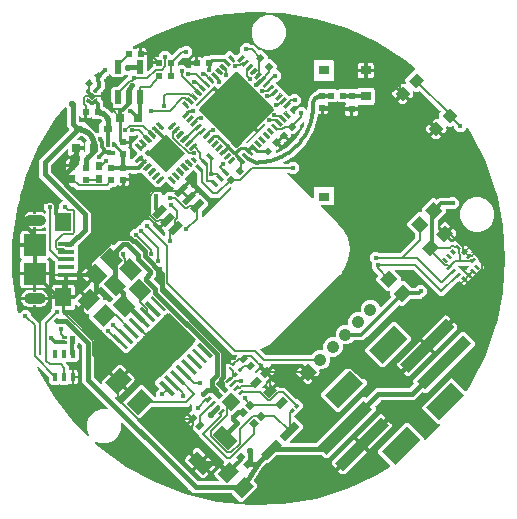
<source format=gbr>
G04 EAGLE Gerber RS-274X export*
G75*
%MOMM*%
%FSLAX34Y34*%
%LPD*%
%INTop Copper*%
%IPPOS*%
%AMOC8*
5,1,8,0,0,1.08239X$1,22.5*%
G01*
%ADD10R,0.800000X0.800000*%
%ADD11R,0.500000X0.500000*%
%ADD12C,0.140000*%
%ADD13R,2.286000X2.286000*%
%ADD14R,0.500000X0.500000*%
%ADD15C,0.228600*%
%ADD16C,0.090000*%
%ADD17R,0.300000X0.660000*%
%ADD18R,0.800000X0.600000*%
%ADD19R,0.550000X1.200000*%
%ADD20R,0.500000X0.700000*%
%ADD21C,0.100000*%
%ADD22C,0.062500*%
%ADD23R,0.350000X0.700000*%
%ADD24R,0.860000X0.800000*%
%ADD25R,0.482600X0.482600*%
%ADD26R,0.152400X0.152400*%
%ADD27R,0.600000X0.600000*%
%ADD28R,0.660400X0.965200*%
%ADD29R,0.200000X0.200000*%
%ADD30R,0.558800X0.609600*%
%ADD31R,0.600000X0.800000*%
%ADD32R,0.355600X0.330200*%
%ADD33R,1.117600X1.803400*%
%ADD34R,0.711200X1.752600*%
%ADD35R,1.117600X1.447800*%
%ADD36R,0.550000X0.250000*%
%ADD37R,1.100000X0.450000*%
%ADD38R,1.100000X1.100000*%
%ADD39R,0.300000X1.600000*%
%ADD40R,4.800000X3.200000*%
%ADD41R,1.400000X1.800000*%
%ADD42R,1.240000X1.500000*%
%ADD43R,0.475000X0.250000*%
%ADD44R,1.075000X1.000000*%
%ADD45R,1.000000X1.100000*%
%ADD46R,0.900000X0.900000*%
%ADD47R,1.000000X5.500000*%
%ADD48R,1.600000X3.000000*%
%ADD49R,1.350000X0.400000*%
%ADD50R,1.400000X1.600000*%
%ADD51R,1.900000X1.900000*%
%ADD52C,0.900000*%
%ADD53R,1.050000X1.050000*%
%ADD54C,1.050000*%
%ADD55C,0.254000*%
%ADD56C,0.304800*%
%ADD57C,0.406400*%
%ADD58C,0.403200*%
%ADD59C,0.503200*%
%ADD60C,0.152400*%
%ADD61C,0.203200*%
%ADD62C,0.553200*%
%ADD63C,0.453200*%

G36*
X234314Y-226206D02*
X234314Y-226206D01*
X234345Y-226200D01*
X234415Y-226196D01*
X261834Y-221571D01*
X261865Y-221561D01*
X261933Y-221547D01*
X288491Y-213309D01*
X288520Y-213295D01*
X288586Y-213273D01*
X313809Y-201568D01*
X313836Y-201550D01*
X313898Y-201519D01*
X324897Y-194498D01*
X324973Y-194430D01*
X325053Y-194366D01*
X325064Y-194348D01*
X325080Y-194334D01*
X325130Y-194245D01*
X325186Y-194159D01*
X325191Y-194138D01*
X325201Y-194120D01*
X325221Y-194019D01*
X325246Y-193920D01*
X325244Y-193899D01*
X325248Y-193878D01*
X325234Y-193777D01*
X325227Y-193675D01*
X325218Y-193656D01*
X325215Y-193634D01*
X325170Y-193543D01*
X325130Y-193449D01*
X325114Y-193428D01*
X325107Y-193414D01*
X325084Y-193391D01*
X325025Y-193318D01*
X314566Y-182859D01*
X314566Y-180333D01*
X337565Y-157334D01*
X340091Y-157334D01*
X353191Y-170433D01*
X353191Y-171521D01*
X353197Y-171561D01*
X353195Y-171601D01*
X353217Y-171682D01*
X353230Y-171764D01*
X353249Y-171799D01*
X353260Y-171838D01*
X353306Y-171908D01*
X353345Y-171981D01*
X353374Y-172009D01*
X353397Y-172042D01*
X353463Y-172093D01*
X353524Y-172151D01*
X353560Y-172168D01*
X353592Y-172192D01*
X353671Y-172219D01*
X353747Y-172254D01*
X353787Y-172259D01*
X353824Y-172272D01*
X353908Y-172272D01*
X353991Y-172281D01*
X354030Y-172273D01*
X354070Y-172273D01*
X354150Y-172247D01*
X354232Y-172229D01*
X354266Y-172209D01*
X354304Y-172196D01*
X354442Y-172104D01*
X354443Y-172103D01*
X358652Y-168544D01*
X358673Y-168519D01*
X358726Y-168473D01*
X366752Y-159599D01*
X366781Y-159554D01*
X366817Y-159516D01*
X366847Y-159452D01*
X366885Y-159392D01*
X366898Y-159341D01*
X366921Y-159293D01*
X366928Y-159223D01*
X366946Y-159154D01*
X366942Y-159101D01*
X366948Y-159049D01*
X366933Y-158979D01*
X366927Y-158908D01*
X366907Y-158860D01*
X366895Y-158808D01*
X366859Y-158747D01*
X366831Y-158682D01*
X366796Y-158642D01*
X366769Y-158597D01*
X366715Y-158551D01*
X366668Y-158498D01*
X366622Y-158472D01*
X366582Y-158437D01*
X366516Y-158411D01*
X366455Y-158375D01*
X366403Y-158365D01*
X366354Y-158345D01*
X366241Y-158333D01*
X366214Y-158327D01*
X366203Y-158329D01*
X366187Y-158327D01*
X365165Y-158327D01*
X352065Y-145227D01*
X352065Y-142702D01*
X375064Y-119703D01*
X377590Y-119703D01*
X388279Y-130391D01*
X388351Y-130444D01*
X388419Y-130502D01*
X388451Y-130515D01*
X388479Y-130535D01*
X388564Y-130561D01*
X388647Y-130595D01*
X388681Y-130597D01*
X388714Y-130607D01*
X388803Y-130605D01*
X388893Y-130611D01*
X388925Y-130602D01*
X388960Y-130601D01*
X389044Y-130570D01*
X389130Y-130547D01*
X389158Y-130528D01*
X389191Y-130516D01*
X389261Y-130460D01*
X389335Y-130411D01*
X389363Y-130378D01*
X389383Y-130363D01*
X389400Y-130336D01*
X389445Y-130284D01*
X389555Y-130124D01*
X390077Y-129363D01*
X390600Y-128602D01*
X390600Y-128601D01*
X391122Y-127840D01*
X391645Y-127079D01*
X392167Y-126318D01*
X392168Y-126317D01*
X392690Y-125557D01*
X392690Y-125556D01*
X393178Y-124846D01*
X393191Y-124817D01*
X393230Y-124758D01*
X405771Y-99941D01*
X405780Y-99910D01*
X405810Y-99847D01*
X414931Y-73579D01*
X414933Y-73569D01*
X414934Y-73568D01*
X414934Y-73563D01*
X414937Y-73548D01*
X414958Y-73481D01*
X420497Y-46232D01*
X420498Y-46200D01*
X420510Y-46131D01*
X422368Y-18387D01*
X422365Y-18355D01*
X422368Y-18285D01*
X420510Y9459D01*
X420503Y9491D01*
X420497Y9560D01*
X414958Y36809D01*
X414947Y36839D01*
X414931Y36908D01*
X405810Y63175D01*
X405808Y63180D01*
X405805Y63184D01*
X405795Y63204D01*
X405771Y63269D01*
X393230Y88087D01*
X393211Y88113D01*
X393178Y88174D01*
X390629Y91888D01*
X390616Y91901D01*
X390607Y91917D01*
X390531Y91989D01*
X390458Y92065D01*
X390442Y92074D01*
X390429Y92086D01*
X390334Y92131D01*
X390241Y92179D01*
X390223Y92182D01*
X390206Y92190D01*
X390102Y92202D01*
X389998Y92218D01*
X389980Y92215D01*
X389962Y92217D01*
X389859Y92195D01*
X389755Y92177D01*
X389739Y92169D01*
X389721Y92165D01*
X389631Y92111D01*
X389538Y92061D01*
X389526Y92048D01*
X389510Y92039D01*
X389442Y91959D01*
X389370Y91882D01*
X389362Y91866D01*
X389350Y91852D01*
X389311Y91754D01*
X389267Y91659D01*
X389265Y91641D01*
X389258Y91624D01*
X389253Y91578D01*
X386273Y88598D01*
X382077Y88598D01*
X379110Y91565D01*
X379110Y93154D01*
X379096Y93244D01*
X379088Y93335D01*
X379076Y93364D01*
X379071Y93396D01*
X379028Y93477D01*
X378992Y93561D01*
X378966Y93593D01*
X378955Y93614D01*
X378932Y93636D01*
X378887Y93692D01*
X378520Y94060D01*
X378511Y94066D01*
X378505Y94074D01*
X378411Y94138D01*
X378320Y94203D01*
X378310Y94206D01*
X378301Y94212D01*
X378192Y94243D01*
X378085Y94276D01*
X378074Y94275D01*
X378064Y94278D01*
X377951Y94272D01*
X377839Y94269D01*
X377829Y94266D01*
X377818Y94265D01*
X377714Y94224D01*
X377608Y94185D01*
X377600Y94178D01*
X377590Y94174D01*
X377456Y94073D01*
X376448Y93112D01*
X373923Y93174D01*
X373640Y93471D01*
X373621Y93486D01*
X373606Y93505D01*
X373523Y93560D01*
X373444Y93620D01*
X373421Y93627D01*
X373401Y93641D01*
X373305Y93666D01*
X373211Y93698D01*
X373186Y93698D01*
X373163Y93704D01*
X373064Y93698D01*
X372965Y93697D01*
X372942Y93690D01*
X372918Y93688D01*
X372825Y93650D01*
X372732Y93619D01*
X372712Y93604D01*
X372690Y93595D01*
X372615Y93530D01*
X372536Y93470D01*
X372522Y93450D01*
X372504Y93434D01*
X372453Y93348D01*
X372398Y93266D01*
X372391Y93243D01*
X372379Y93222D01*
X372359Y93125D01*
X372332Y93029D01*
X372333Y93005D01*
X372328Y92981D01*
X372340Y92883D01*
X372345Y92784D01*
X372354Y92761D01*
X372357Y92737D01*
X372420Y92582D01*
X372582Y92286D01*
X372739Y91636D01*
X372722Y90967D01*
X372534Y90326D01*
X372185Y89754D01*
X369787Y87471D01*
X365457Y92018D01*
X365441Y92030D01*
X365429Y92046D01*
X365343Y92104D01*
X365261Y92166D01*
X365242Y92172D01*
X365226Y92184D01*
X365126Y92211D01*
X365028Y92244D01*
X365008Y92244D01*
X364989Y92249D01*
X364885Y92244D01*
X364782Y92244D01*
X364763Y92237D01*
X364743Y92236D01*
X364647Y92198D01*
X364549Y92165D01*
X364533Y92153D01*
X364514Y92146D01*
X364381Y92044D01*
X363829Y91518D01*
X363827Y91519D01*
X364380Y92045D01*
X364392Y92061D01*
X364408Y92073D01*
X364444Y92127D01*
X364477Y92161D01*
X364491Y92193D01*
X364528Y92241D01*
X364535Y92260D01*
X364546Y92277D01*
X364568Y92359D01*
X364580Y92384D01*
X364583Y92404D01*
X364606Y92475D01*
X364606Y92495D01*
X364612Y92514D01*
X364606Y92617D01*
X364607Y92629D01*
X364606Y92635D01*
X364606Y92721D01*
X364600Y92739D01*
X364598Y92759D01*
X364560Y92856D01*
X364527Y92954D01*
X364515Y92969D01*
X364508Y92988D01*
X364406Y93121D01*
X360076Y97668D01*
X362474Y99952D01*
X363061Y100272D01*
X363712Y100429D01*
X364381Y100413D01*
X365022Y100224D01*
X365310Y100049D01*
X365332Y100040D01*
X365351Y100025D01*
X365446Y99994D01*
X365538Y99956D01*
X365562Y99955D01*
X365585Y99947D01*
X365684Y99947D01*
X365783Y99941D01*
X365807Y99947D01*
X365831Y99947D01*
X365925Y99979D01*
X366021Y100005D01*
X366041Y100018D01*
X366064Y100026D01*
X366143Y100086D01*
X366225Y100141D01*
X366240Y100161D01*
X366259Y100175D01*
X366315Y100257D01*
X366376Y100336D01*
X366384Y100359D01*
X366397Y100379D01*
X366424Y100475D01*
X366457Y100568D01*
X366457Y100592D01*
X366463Y100616D01*
X366458Y100715D01*
X366459Y100814D01*
X366451Y100837D01*
X366450Y100861D01*
X366413Y100954D01*
X366383Y101048D01*
X366368Y101067D01*
X366359Y101090D01*
X366258Y101223D01*
X365975Y101521D01*
X366036Y104046D01*
X367476Y105417D01*
X367494Y105440D01*
X367517Y105458D01*
X367568Y105538D01*
X367625Y105613D01*
X367634Y105641D01*
X367650Y105665D01*
X367673Y105757D01*
X367703Y105846D01*
X367703Y105875D01*
X367710Y105904D01*
X367703Y105998D01*
X367702Y106092D01*
X367693Y106120D01*
X367691Y106149D01*
X367654Y106236D01*
X367624Y106325D01*
X367606Y106348D01*
X367594Y106375D01*
X367490Y106506D01*
X350245Y123751D01*
X350237Y123757D01*
X350230Y123765D01*
X350137Y123829D01*
X350045Y123894D01*
X350035Y123897D01*
X350027Y123903D01*
X349918Y123934D01*
X349810Y123967D01*
X349800Y123966D01*
X349790Y123969D01*
X349677Y123963D01*
X349564Y123960D01*
X349555Y123957D01*
X349544Y123956D01*
X349439Y123914D01*
X349333Y123876D01*
X349325Y123869D01*
X349315Y123865D01*
X349182Y123764D01*
X348174Y122803D01*
X345649Y122865D01*
X345366Y123162D01*
X345346Y123177D01*
X345331Y123196D01*
X345249Y123251D01*
X345169Y123311D01*
X345147Y123318D01*
X345126Y123332D01*
X345030Y123357D01*
X344936Y123389D01*
X344912Y123389D01*
X344889Y123395D01*
X344789Y123389D01*
X344690Y123389D01*
X344667Y123381D01*
X344643Y123379D01*
X344551Y123341D01*
X344457Y123310D01*
X344438Y123295D01*
X344416Y123286D01*
X344340Y123221D01*
X344261Y123161D01*
X344248Y123141D01*
X344230Y123125D01*
X344179Y123039D01*
X344123Y122957D01*
X344117Y122934D01*
X344105Y122913D01*
X344084Y122816D01*
X344057Y122720D01*
X344059Y122696D01*
X344054Y122673D01*
X344065Y122574D01*
X344071Y122475D01*
X344080Y122452D01*
X344082Y122428D01*
X344146Y122273D01*
X344307Y121977D01*
X344464Y121327D01*
X344448Y120658D01*
X344259Y120017D01*
X343911Y119445D01*
X341513Y117162D01*
X337183Y121709D01*
X337167Y121721D01*
X337155Y121737D01*
X337069Y121795D01*
X336987Y121857D01*
X336968Y121863D01*
X336951Y121875D01*
X336851Y121902D01*
X336753Y121935D01*
X336733Y121935D01*
X336714Y121941D01*
X336611Y121935D01*
X336507Y121935D01*
X336489Y121928D01*
X336469Y121927D01*
X336372Y121889D01*
X336274Y121856D01*
X336259Y121844D01*
X336240Y121837D01*
X336107Y121735D01*
X335554Y121209D01*
X335553Y121210D01*
X336105Y121736D01*
X336117Y121752D01*
X336133Y121764D01*
X336170Y121819D01*
X336200Y121850D01*
X336213Y121879D01*
X336254Y121932D01*
X336260Y121951D01*
X336271Y121968D01*
X336296Y122057D01*
X336304Y122073D01*
X336305Y122085D01*
X336332Y122166D01*
X336332Y122186D01*
X336337Y122205D01*
X336332Y122308D01*
X336332Y122412D01*
X336325Y122431D01*
X336324Y122450D01*
X336286Y122547D01*
X336253Y122645D01*
X336241Y122661D01*
X336233Y122679D01*
X336132Y122813D01*
X331802Y127359D01*
X334200Y129643D01*
X334787Y129963D01*
X335437Y130120D01*
X336106Y130104D01*
X336748Y129915D01*
X337035Y129740D01*
X337058Y129731D01*
X337077Y129716D01*
X337171Y129685D01*
X337263Y129647D01*
X337287Y129646D01*
X337310Y129638D01*
X337410Y129638D01*
X337509Y129632D01*
X337532Y129638D01*
X337556Y129638D01*
X337650Y129670D01*
X337746Y129696D01*
X337766Y129709D01*
X337789Y129717D01*
X337868Y129777D01*
X337951Y129832D01*
X337966Y129852D01*
X337985Y129866D01*
X338041Y129948D01*
X338102Y130027D01*
X338109Y130050D01*
X338123Y130070D01*
X338150Y130166D01*
X338182Y130259D01*
X338182Y130283D01*
X338189Y130307D01*
X338184Y130406D01*
X338184Y130505D01*
X338177Y130528D01*
X338176Y130552D01*
X338139Y130645D01*
X338108Y130739D01*
X338094Y130759D01*
X338085Y130781D01*
X337983Y130914D01*
X337700Y131212D01*
X337762Y133737D01*
X345935Y141520D01*
X345972Y141568D01*
X346016Y141610D01*
X346026Y141628D01*
X346039Y141642D01*
X346057Y141681D01*
X346084Y141716D01*
X346103Y141774D01*
X346132Y141828D01*
X346135Y141849D01*
X346143Y141865D01*
X346147Y141906D01*
X346162Y141949D01*
X346162Y142010D01*
X346171Y142070D01*
X346168Y142092D01*
X346170Y142110D01*
X346161Y142149D01*
X346161Y142195D01*
X346142Y142253D01*
X346132Y142313D01*
X346121Y142333D01*
X346118Y142350D01*
X346097Y142384D01*
X346083Y142428D01*
X346046Y142477D01*
X346017Y142531D01*
X345997Y142551D01*
X345991Y142561D01*
X345973Y142577D01*
X345953Y142598D01*
X345934Y142624D01*
X345920Y142633D01*
X345902Y142652D01*
X337418Y149825D01*
X337391Y149841D01*
X337336Y149885D01*
X313898Y164847D01*
X313869Y164860D01*
X313809Y164896D01*
X288586Y176601D01*
X288555Y176610D01*
X288491Y176638D01*
X261933Y184876D01*
X261902Y184880D01*
X261834Y184899D01*
X234415Y189524D01*
X234383Y189525D01*
X234314Y189535D01*
X206523Y190464D01*
X206492Y190460D01*
X206421Y190460D01*
X178755Y187677D01*
X178724Y187669D01*
X178654Y187660D01*
X151605Y181214D01*
X151576Y181202D01*
X151508Y181184D01*
X125560Y171190D01*
X125532Y171174D01*
X125468Y171147D01*
X107716Y161419D01*
X107712Y161416D01*
X107708Y161415D01*
X107615Y161341D01*
X107522Y161268D01*
X107520Y161264D01*
X107516Y161261D01*
X107452Y161161D01*
X107387Y161062D01*
X107386Y161058D01*
X107383Y161054D01*
X107354Y160939D01*
X107324Y160824D01*
X107324Y160820D01*
X107323Y160816D01*
X107332Y160698D01*
X107340Y160579D01*
X107342Y160575D01*
X107342Y160570D01*
X107389Y160461D01*
X107434Y160352D01*
X107437Y160348D01*
X107439Y160344D01*
X107543Y160213D01*
X108406Y159351D01*
X108422Y159339D01*
X108435Y159323D01*
X108522Y159267D01*
X108606Y159207D01*
X108625Y159201D01*
X108641Y159190D01*
X108742Y159165D01*
X108841Y159135D01*
X108861Y159135D01*
X108880Y159130D01*
X108983Y159138D01*
X109087Y159141D01*
X109105Y159148D01*
X109125Y159150D01*
X109220Y159190D01*
X109318Y159226D01*
X109333Y159238D01*
X109352Y159246D01*
X109482Y159351D01*
X109605Y159473D01*
X110184Y159808D01*
X110831Y159981D01*
X112416Y159981D01*
X112416Y155428D01*
X112419Y155409D01*
X112417Y155389D01*
X112439Y155287D01*
X112455Y155185D01*
X112465Y155168D01*
X112469Y155148D01*
X112522Y155059D01*
X112571Y154968D01*
X112585Y154954D01*
X112595Y154937D01*
X112674Y154870D01*
X112749Y154799D01*
X112767Y154790D01*
X112782Y154777D01*
X112878Y154739D01*
X112972Y154695D01*
X112992Y154693D01*
X113010Y154685D01*
X113177Y154667D01*
X113392Y154667D01*
X113392Y154452D01*
X113395Y154432D01*
X113393Y154412D01*
X113415Y154311D01*
X113432Y154209D01*
X113441Y154192D01*
X113445Y154172D01*
X113498Y154083D01*
X113547Y153992D01*
X113561Y153978D01*
X113571Y153961D01*
X113650Y153894D01*
X113725Y153822D01*
X113743Y153814D01*
X113758Y153801D01*
X113855Y153762D01*
X113948Y153719D01*
X113968Y153717D01*
X113986Y153709D01*
X114153Y153691D01*
X118706Y153691D01*
X118706Y152005D01*
X118709Y151987D01*
X118705Y151951D01*
X118720Y151885D01*
X118725Y151816D01*
X118744Y151773D01*
X118745Y151763D01*
X118749Y151755D01*
X118759Y151712D01*
X118795Y151653D01*
X118822Y151590D01*
X118870Y151529D01*
X118887Y151501D01*
X118904Y151488D01*
X118927Y151459D01*
X118931Y151455D01*
X118931Y141403D01*
X118942Y141332D01*
X118944Y141261D01*
X118962Y141212D01*
X118970Y141160D01*
X119004Y141097D01*
X119029Y141030D01*
X119061Y140989D01*
X119086Y140943D01*
X119138Y140894D01*
X119182Y140838D01*
X119226Y140809D01*
X119264Y140774D01*
X119329Y140743D01*
X119389Y140705D01*
X119440Y140692D01*
X119487Y140670D01*
X119558Y140662D01*
X119628Y140645D01*
X119680Y140649D01*
X119731Y140643D01*
X119802Y140658D01*
X119873Y140664D01*
X119921Y140684D01*
X119972Y140695D01*
X120033Y140732D01*
X120099Y140760D01*
X120155Y140805D01*
X120183Y140821D01*
X120198Y140839D01*
X120230Y140865D01*
X123895Y144530D01*
X123948Y144604D01*
X124008Y144673D01*
X124020Y144703D01*
X124039Y144730D01*
X124066Y144817D01*
X124100Y144901D01*
X124104Y144942D01*
X124111Y144965D01*
X124110Y144997D01*
X124118Y145068D01*
X124118Y146071D01*
X128671Y146071D01*
X128690Y146074D01*
X128710Y146072D01*
X128812Y146094D01*
X128914Y146110D01*
X128931Y146120D01*
X128951Y146124D01*
X129040Y146177D01*
X129131Y146226D01*
X129145Y146240D01*
X129162Y146250D01*
X129229Y146329D01*
X129300Y146404D01*
X129309Y146422D01*
X129322Y146437D01*
X129360Y146533D01*
X129404Y146627D01*
X129406Y146647D01*
X129414Y146665D01*
X129432Y146832D01*
X129432Y147808D01*
X129429Y147828D01*
X129431Y147847D01*
X129409Y147949D01*
X129392Y148051D01*
X129383Y148068D01*
X129379Y148088D01*
X129326Y148177D01*
X129277Y148268D01*
X129263Y148282D01*
X129253Y148299D01*
X129174Y148366D01*
X129099Y148438D01*
X129081Y148446D01*
X129066Y148459D01*
X128969Y148498D01*
X128876Y148541D01*
X128856Y148543D01*
X128838Y148551D01*
X128671Y148569D01*
X124118Y148569D01*
X124118Y150154D01*
X124291Y150801D01*
X124626Y151380D01*
X125099Y151853D01*
X125678Y152188D01*
X126325Y152361D01*
X128540Y152361D01*
X128560Y152364D01*
X128579Y152362D01*
X128681Y152384D01*
X128783Y152400D01*
X128800Y152410D01*
X128820Y152414D01*
X128909Y152467D01*
X129000Y152516D01*
X129014Y152530D01*
X129031Y152540D01*
X129098Y152619D01*
X129170Y152694D01*
X129178Y152712D01*
X129191Y152727D01*
X129230Y152823D01*
X129273Y152917D01*
X129275Y152937D01*
X129283Y152955D01*
X129301Y153122D01*
X129301Y154498D01*
X132268Y157465D01*
X136464Y157465D01*
X139462Y154466D01*
X139470Y154416D01*
X139504Y154353D01*
X139529Y154285D01*
X139561Y154245D01*
X139586Y154199D01*
X139638Y154149D01*
X139682Y154093D01*
X139726Y154065D01*
X139764Y154029D01*
X139829Y153999D01*
X139889Y153960D01*
X139940Y153948D01*
X139987Y153926D01*
X140058Y153918D01*
X140128Y153900D01*
X140180Y153904D01*
X140231Y153899D01*
X140302Y153914D01*
X140373Y153919D01*
X140421Y153940D01*
X140472Y153951D01*
X140533Y153988D01*
X140599Y154016D01*
X140655Y154060D01*
X140683Y154077D01*
X140698Y154095D01*
X140730Y154120D01*
X144556Y157947D01*
X147012Y160402D01*
X148606Y160402D01*
X148696Y160416D01*
X148787Y160424D01*
X148817Y160436D01*
X148849Y160441D01*
X148929Y160484D01*
X149013Y160520D01*
X149045Y160546D01*
X149066Y160557D01*
X149088Y160580D01*
X149144Y160625D01*
X150175Y161656D01*
X154371Y161656D01*
X157338Y158689D01*
X157338Y154493D01*
X154371Y151526D01*
X150175Y151526D01*
X150083Y151618D01*
X150067Y151630D01*
X150054Y151646D01*
X149967Y151701D01*
X149883Y151762D01*
X149864Y151768D01*
X149848Y151779D01*
X149747Y151804D01*
X149648Y151834D01*
X149628Y151834D01*
X149609Y151839D01*
X149506Y151831D01*
X149402Y151828D01*
X149384Y151821D01*
X149364Y151819D01*
X149269Y151779D01*
X149171Y151743D01*
X149156Y151731D01*
X149137Y151723D01*
X149007Y151618D01*
X145091Y147702D01*
X145038Y147628D01*
X144978Y147559D01*
X144966Y147529D01*
X144947Y147503D01*
X144920Y147416D01*
X144886Y147331D01*
X144882Y147290D01*
X144875Y147268D01*
X144876Y147235D01*
X144868Y147164D01*
X144868Y145550D01*
X144879Y145479D01*
X144881Y145408D01*
X144899Y145359D01*
X144907Y145307D01*
X144941Y145244D01*
X144966Y145177D01*
X144998Y145136D01*
X145023Y145090D01*
X145075Y145041D01*
X145119Y144985D01*
X145163Y144957D01*
X145201Y144921D01*
X145266Y144890D01*
X145326Y144852D01*
X145377Y144839D01*
X145424Y144817D01*
X145495Y144809D01*
X145565Y144792D01*
X145617Y144796D01*
X145668Y144790D01*
X145739Y144805D01*
X145810Y144811D01*
X145858Y144831D01*
X145909Y144842D01*
X145970Y144879D01*
X146036Y144907D01*
X146092Y144952D01*
X146120Y144968D01*
X146135Y144986D01*
X146167Y145012D01*
X146428Y145273D01*
X150624Y145273D01*
X152687Y143210D01*
X152761Y143157D01*
X152830Y143097D01*
X152860Y143085D01*
X152887Y143066D01*
X152974Y143039D01*
X153058Y143005D01*
X153099Y143001D01*
X153122Y142994D01*
X153154Y142995D01*
X153225Y142987D01*
X155659Y142987D01*
X155775Y143006D01*
X155894Y143024D01*
X155897Y143026D01*
X155902Y143026D01*
X156006Y143082D01*
X156112Y143137D01*
X156115Y143140D01*
X156119Y143142D01*
X156200Y143227D01*
X156284Y143313D01*
X156285Y143317D01*
X156288Y143320D01*
X156338Y143427D01*
X156390Y143535D01*
X156390Y143539D01*
X156392Y143543D01*
X156405Y143661D01*
X156419Y143779D01*
X156419Y143784D01*
X156419Y143787D01*
X156416Y143801D01*
X156394Y143945D01*
X156249Y144486D01*
X156249Y146071D01*
X160802Y146071D01*
X160821Y146074D01*
X160841Y146072D01*
X160943Y146094D01*
X161045Y146110D01*
X161062Y146120D01*
X161082Y146124D01*
X161171Y146177D01*
X161262Y146226D01*
X161276Y146240D01*
X161293Y146250D01*
X161360Y146329D01*
X161431Y146404D01*
X161440Y146422D01*
X161453Y146437D01*
X161491Y146533D01*
X161535Y146627D01*
X161537Y146647D01*
X161545Y146665D01*
X161563Y146832D01*
X161563Y147047D01*
X161778Y147047D01*
X161798Y147050D01*
X161817Y147048D01*
X161919Y147070D01*
X162021Y147087D01*
X162038Y147096D01*
X162058Y147100D01*
X162147Y147153D01*
X162238Y147202D01*
X162252Y147216D01*
X162269Y147226D01*
X162336Y147305D01*
X162408Y147380D01*
X162416Y147398D01*
X162429Y147413D01*
X162468Y147510D01*
X162511Y147603D01*
X162513Y147623D01*
X162521Y147641D01*
X162539Y147808D01*
X162539Y152361D01*
X164125Y152361D01*
X164771Y152188D01*
X165350Y151853D01*
X165473Y151731D01*
X165489Y151719D01*
X165501Y151703D01*
X165589Y151647D01*
X165672Y151587D01*
X165691Y151581D01*
X165708Y151570D01*
X165809Y151545D01*
X165907Y151515D01*
X165927Y151515D01*
X165947Y151510D01*
X166050Y151518D01*
X166153Y151521D01*
X166172Y151528D01*
X166192Y151530D01*
X166287Y151570D01*
X166384Y151606D01*
X166400Y151618D01*
X166418Y151626D01*
X166549Y151731D01*
X167687Y152869D01*
X170576Y152869D01*
X170666Y152883D01*
X170757Y152891D01*
X170787Y152903D01*
X170819Y152908D01*
X170899Y152951D01*
X170983Y152987D01*
X171015Y153013D01*
X171036Y153024D01*
X171058Y153047D01*
X171114Y153092D01*
X171943Y153920D01*
X183927Y153920D01*
X184017Y153935D01*
X184108Y153942D01*
X184138Y153955D01*
X184170Y153960D01*
X184251Y154003D01*
X184335Y154039D01*
X184367Y154064D01*
X184387Y154075D01*
X184410Y154099D01*
X184466Y154143D01*
X187504Y157182D01*
X190402Y157182D01*
X193772Y153812D01*
X193788Y153800D01*
X193800Y153785D01*
X193888Y153729D01*
X193971Y153668D01*
X193990Y153663D01*
X194007Y153652D01*
X194108Y153627D01*
X194207Y153596D01*
X194226Y153597D01*
X194246Y153592D01*
X194349Y153600D01*
X194452Y153602D01*
X194471Y153609D01*
X194491Y153611D01*
X194586Y153651D01*
X194683Y153687D01*
X194699Y153699D01*
X194717Y153707D01*
X194848Y153812D01*
X197912Y156876D01*
X197965Y156950D01*
X198025Y157019D01*
X198037Y157050D01*
X198056Y157076D01*
X198083Y157163D01*
X198117Y157248D01*
X198121Y157289D01*
X198128Y157311D01*
X198127Y157343D01*
X198135Y157414D01*
X198135Y160848D01*
X201102Y163815D01*
X205298Y163815D01*
X206329Y162784D01*
X206403Y162731D01*
X206472Y162671D01*
X206502Y162659D01*
X206529Y162640D01*
X206616Y162613D01*
X206700Y162579D01*
X206741Y162575D01*
X206764Y162568D01*
X206796Y162569D01*
X206867Y162561D01*
X209350Y162561D01*
X213684Y158227D01*
X213758Y158174D01*
X213827Y158115D01*
X213857Y158103D01*
X213884Y158084D01*
X213971Y158057D01*
X214055Y158023D01*
X214096Y158018D01*
X214119Y158011D01*
X214151Y158012D01*
X214222Y158004D01*
X216365Y158004D01*
X221686Y152683D01*
X221686Y151581D01*
X221689Y151562D01*
X221687Y151542D01*
X221709Y151441D01*
X221726Y151339D01*
X221735Y151321D01*
X221739Y151302D01*
X221793Y151213D01*
X221841Y151121D01*
X221855Y151108D01*
X221866Y151090D01*
X221944Y151023D01*
X222019Y150952D01*
X222037Y150944D01*
X222053Y150931D01*
X222149Y150892D01*
X222242Y150848D01*
X222262Y150846D01*
X222281Y150839D01*
X222447Y150820D01*
X223549Y150820D01*
X228870Y145499D01*
X228870Y142973D01*
X228787Y142889D01*
X228745Y142831D01*
X228695Y142779D01*
X228673Y142732D01*
X228643Y142690D01*
X228622Y142621D01*
X228592Y142556D01*
X228586Y142504D01*
X228571Y142454D01*
X228573Y142383D01*
X228565Y142312D01*
X228576Y142261D01*
X228577Y142209D01*
X228602Y142141D01*
X228617Y142071D01*
X228644Y142026D01*
X228661Y141978D01*
X228706Y141922D01*
X228743Y141860D01*
X228783Y141826D01*
X228815Y141786D01*
X228875Y141747D01*
X228930Y141700D01*
X228978Y141681D01*
X229022Y141653D01*
X229056Y141644D01*
X232077Y138623D01*
X232077Y134427D01*
X229110Y131460D01*
X228675Y131460D01*
X228605Y131449D01*
X228533Y131447D01*
X228484Y131429D01*
X228433Y131421D01*
X228369Y131387D01*
X228302Y131362D01*
X228261Y131330D01*
X228215Y131305D01*
X228166Y131253D01*
X228110Y131209D01*
X228082Y131165D01*
X228046Y131127D01*
X228016Y131062D01*
X227977Y131002D01*
X227964Y130951D01*
X227942Y130904D01*
X227934Y130833D01*
X227917Y130763D01*
X227921Y130711D01*
X227915Y130660D01*
X227930Y130589D01*
X227936Y130518D01*
X227956Y130470D01*
X227967Y130419D01*
X228004Y130358D01*
X228032Y130292D01*
X228077Y130236D01*
X228094Y130208D01*
X228111Y130193D01*
X228137Y130161D01*
X229622Y128676D01*
X229622Y128675D01*
X236693Y121604D01*
X238541Y119756D01*
X238558Y119745D01*
X238570Y119729D01*
X238657Y119673D01*
X238741Y119613D01*
X238760Y119607D01*
X238777Y119596D01*
X238877Y119571D01*
X238976Y119540D01*
X238996Y119541D01*
X239015Y119536D01*
X239118Y119544D01*
X239222Y119547D01*
X239241Y119554D01*
X239261Y119555D01*
X239356Y119596D01*
X239453Y119631D01*
X239469Y119644D01*
X239487Y119652D01*
X239545Y119698D01*
X240427Y119698D01*
X240517Y119713D01*
X240608Y119720D01*
X240638Y119733D01*
X240670Y119738D01*
X240750Y119781D01*
X240834Y119816D01*
X240866Y119842D01*
X240887Y119853D01*
X240909Y119876D01*
X240965Y119921D01*
X241996Y120952D01*
X246192Y120952D01*
X249159Y117985D01*
X249159Y113790D01*
X246192Y110823D01*
X242822Y110823D01*
X242732Y110808D01*
X242641Y110801D01*
X242611Y110788D01*
X242579Y110783D01*
X242498Y110740D01*
X242415Y110705D01*
X242382Y110679D01*
X242362Y110668D01*
X242340Y110645D01*
X242284Y110600D01*
X240172Y108488D01*
X240160Y108472D01*
X240145Y108460D01*
X240089Y108372D01*
X240028Y108289D01*
X240023Y108270D01*
X240012Y108253D01*
X239987Y108152D01*
X239956Y108053D01*
X239957Y108034D01*
X239952Y108014D01*
X239960Y107911D01*
X239962Y107808D01*
X239969Y107789D01*
X239971Y107769D01*
X240011Y107674D01*
X240047Y107577D01*
X240059Y107561D01*
X240067Y107543D01*
X240172Y107412D01*
X243254Y104329D01*
X243312Y104288D01*
X243364Y104238D01*
X243412Y104216D01*
X243454Y104186D01*
X243522Y104165D01*
X243588Y104135D01*
X243639Y104129D01*
X243689Y104114D01*
X243761Y104115D01*
X243832Y104108D01*
X243883Y104119D01*
X243935Y104120D01*
X244002Y104145D01*
X244072Y104160D01*
X244117Y104186D01*
X244166Y104204D01*
X244222Y104249D01*
X244283Y104286D01*
X244317Y104326D01*
X244358Y104358D01*
X244397Y104418D01*
X244443Y104473D01*
X244463Y104521D01*
X244491Y104565D01*
X244508Y104634D01*
X244535Y104701D01*
X244543Y104772D01*
X244551Y104804D01*
X244549Y104827D01*
X244554Y104868D01*
X244554Y106809D01*
X247521Y109776D01*
X251716Y109776D01*
X253563Y107930D01*
X253601Y107902D01*
X253633Y107868D01*
X253700Y107831D01*
X253763Y107786D01*
X253807Y107772D01*
X253849Y107750D01*
X253924Y107736D01*
X253998Y107714D01*
X254045Y107715D01*
X254091Y107707D01*
X254167Y107718D01*
X254244Y107720D01*
X254288Y107736D01*
X254334Y107743D01*
X254402Y107778D01*
X254475Y107805D01*
X254511Y107834D01*
X254553Y107855D01*
X254607Y107910D01*
X254667Y107958D01*
X254692Y107998D01*
X254725Y108031D01*
X254758Y108101D01*
X254800Y108165D01*
X254811Y108211D01*
X254831Y108253D01*
X254855Y108384D01*
X254860Y108404D01*
X254859Y108410D01*
X254861Y108418D01*
X255014Y110751D01*
X255012Y110770D01*
X255015Y110801D01*
X255015Y114682D01*
X256736Y118837D01*
X259916Y122017D01*
X261316Y122597D01*
X261416Y122658D01*
X261516Y122718D01*
X261520Y122723D01*
X261525Y122727D01*
X261600Y122816D01*
X261676Y122905D01*
X261678Y122911D01*
X261682Y122916D01*
X261724Y123024D01*
X261762Y123118D01*
X263572Y124929D01*
X270750Y124929D01*
X270840Y124943D01*
X270931Y124951D01*
X270961Y124963D01*
X270993Y124968D01*
X271073Y125011D01*
X271157Y125047D01*
X271168Y125056D01*
X278718Y125056D01*
X279497Y124277D01*
X279513Y124265D01*
X279525Y124250D01*
X279613Y124194D01*
X279696Y124133D01*
X279715Y124127D01*
X279732Y124117D01*
X279833Y124091D01*
X279932Y124061D01*
X279951Y124061D01*
X279971Y124057D01*
X280074Y124065D01*
X280177Y124067D01*
X280196Y124074D01*
X280216Y124076D01*
X280311Y124116D01*
X280408Y124152D01*
X280424Y124164D01*
X280442Y124172D01*
X280573Y124277D01*
X281352Y125056D01*
X287618Y125056D01*
X287708Y125070D01*
X287799Y125078D01*
X287829Y125090D01*
X287861Y125095D01*
X287941Y125138D01*
X288025Y125174D01*
X288057Y125200D01*
X288078Y125211D01*
X288081Y125214D01*
X296545Y125214D01*
X296565Y125217D01*
X296584Y125215D01*
X296686Y125237D01*
X296788Y125253D01*
X296805Y125263D01*
X296825Y125267D01*
X296914Y125320D01*
X297005Y125369D01*
X297019Y125383D01*
X297036Y125393D01*
X297103Y125472D01*
X297175Y125547D01*
X297183Y125565D01*
X297196Y125580D01*
X297235Y125676D01*
X297262Y125736D01*
X297604Y126078D01*
X311234Y126078D01*
X311532Y125780D01*
X311532Y124717D01*
X311546Y124627D01*
X311554Y124536D01*
X311566Y124506D01*
X311571Y124474D01*
X311614Y124394D01*
X311650Y124310D01*
X311676Y124278D01*
X311687Y124257D01*
X311699Y124245D01*
X311699Y113688D01*
X311642Y113622D01*
X311630Y113592D01*
X311611Y113565D01*
X311584Y113478D01*
X311550Y113394D01*
X311546Y113353D01*
X311539Y113330D01*
X311540Y113298D01*
X311532Y113227D01*
X311532Y112438D01*
X311234Y112140D01*
X310445Y112140D01*
X310355Y112126D01*
X310264Y112118D01*
X310234Y112106D01*
X310202Y112101D01*
X310122Y112058D01*
X310038Y112022D01*
X310006Y111996D01*
X309985Y111985D01*
X309963Y111962D01*
X309914Y111923D01*
X298656Y111923D01*
X298636Y111920D01*
X298617Y111922D01*
X298515Y111900D01*
X298413Y111884D01*
X298396Y111874D01*
X298376Y111870D01*
X298287Y111817D01*
X298196Y111768D01*
X298182Y111754D01*
X298165Y111744D01*
X298098Y111665D01*
X298026Y111590D01*
X298018Y111572D01*
X298005Y111557D01*
X297966Y111461D01*
X297923Y111367D01*
X297921Y111347D01*
X297913Y111329D01*
X297895Y111162D01*
X297895Y109664D01*
X293092Y109664D01*
X293073Y109661D01*
X293053Y109663D01*
X292951Y109641D01*
X292849Y109625D01*
X292832Y109615D01*
X292812Y109611D01*
X292723Y109558D01*
X292632Y109509D01*
X292618Y109495D01*
X292601Y109485D01*
X292534Y109406D01*
X292463Y109331D01*
X292454Y109313D01*
X292441Y109298D01*
X292403Y109202D01*
X292359Y109108D01*
X292357Y109088D01*
X292350Y109070D01*
X292337Y109146D01*
X292328Y109163D01*
X292324Y109183D01*
X292271Y109272D01*
X292222Y109363D01*
X292208Y109377D01*
X292198Y109394D01*
X292119Y109461D01*
X292044Y109533D01*
X292026Y109541D01*
X292011Y109554D01*
X291914Y109593D01*
X291821Y109636D01*
X291801Y109638D01*
X291783Y109646D01*
X291616Y109664D01*
X286813Y109664D01*
X286813Y111499D01*
X286986Y112146D01*
X287371Y112812D01*
X287378Y112829D01*
X287397Y112856D01*
X287419Y112926D01*
X287449Y112992D01*
X287454Y113031D01*
X287458Y113042D01*
X287458Y113053D01*
X287470Y113091D01*
X287469Y113164D01*
X287477Y113236D01*
X287467Y113281D01*
X287467Y113288D01*
X287466Y113293D01*
X287465Y113337D01*
X287440Y113405D01*
X287424Y113477D01*
X287398Y113521D01*
X287397Y113524D01*
X287381Y113568D01*
X287336Y113625D01*
X287298Y113688D01*
X287260Y113721D01*
X287228Y113761D01*
X287167Y113800D01*
X287111Y113848D01*
X287064Y113867D01*
X287021Y113894D01*
X286951Y113912D01*
X286883Y113940D01*
X286814Y113947D01*
X286783Y113955D01*
X286759Y113954D01*
X286716Y113958D01*
X281352Y113958D01*
X280573Y114737D01*
X280557Y114749D01*
X280545Y114764D01*
X280458Y114820D01*
X280374Y114881D01*
X280355Y114887D01*
X280338Y114897D01*
X280237Y114923D01*
X280138Y114953D01*
X280119Y114953D01*
X280099Y114957D01*
X279996Y114949D01*
X279893Y114947D01*
X279874Y114940D01*
X279854Y114938D01*
X279759Y114898D01*
X279662Y114862D01*
X279646Y114850D01*
X279628Y114842D01*
X279497Y114737D01*
X278718Y113958D01*
X272795Y113958D01*
X272701Y113943D01*
X272606Y113934D01*
X272580Y113923D01*
X272552Y113919D01*
X272468Y113874D01*
X272381Y113836D01*
X272360Y113817D01*
X272335Y113803D01*
X272269Y113734D01*
X272199Y113670D01*
X272185Y113646D01*
X272166Y113625D01*
X272125Y113539D01*
X272079Y113455D01*
X272074Y113428D01*
X272062Y113402D01*
X272051Y113307D01*
X272034Y113213D01*
X272038Y113186D01*
X272035Y113158D01*
X272055Y113064D01*
X272068Y112970D01*
X272083Y112938D01*
X272087Y112917D01*
X272104Y112889D01*
X272136Y112816D01*
X272203Y112701D01*
X272376Y112054D01*
X272376Y110469D01*
X267823Y110469D01*
X267804Y110466D01*
X267784Y110468D01*
X267682Y110446D01*
X267580Y110430D01*
X267563Y110420D01*
X267543Y110416D01*
X267454Y110363D01*
X267363Y110314D01*
X267349Y110300D01*
X267332Y110290D01*
X267265Y110211D01*
X267194Y110136D01*
X267185Y110118D01*
X267172Y110103D01*
X267134Y110007D01*
X267090Y109913D01*
X267088Y109893D01*
X267080Y109875D01*
X267062Y109708D01*
X267062Y109493D01*
X266847Y109493D01*
X266827Y109490D01*
X266807Y109492D01*
X266706Y109470D01*
X266604Y109453D01*
X266587Y109444D01*
X266567Y109440D01*
X266478Y109387D01*
X266387Y109338D01*
X266373Y109324D01*
X266356Y109314D01*
X266289Y109235D01*
X266217Y109160D01*
X266209Y109142D01*
X266196Y109127D01*
X266157Y109030D01*
X266114Y108937D01*
X266112Y108917D01*
X266104Y108899D01*
X266086Y108732D01*
X266086Y104179D01*
X264818Y104179D01*
X264774Y104172D01*
X264731Y104174D01*
X264654Y104152D01*
X264575Y104140D01*
X264536Y104119D01*
X264494Y104107D01*
X264428Y104062D01*
X264358Y104024D01*
X264327Y103993D01*
X264291Y103968D01*
X264243Y103904D01*
X264188Y103846D01*
X264170Y103806D01*
X264143Y103771D01*
X264090Y103636D01*
X264085Y103623D01*
X264084Y103620D01*
X264082Y103615D01*
X260592Y90589D01*
X253698Y78648D01*
X243948Y68898D01*
X234717Y63569D01*
X234680Y63539D01*
X234638Y63516D01*
X234586Y63461D01*
X234527Y63413D01*
X234502Y63373D01*
X234468Y63338D01*
X234437Y63269D01*
X234396Y63205D01*
X234385Y63158D01*
X234365Y63115D01*
X234356Y63039D01*
X234339Y62966D01*
X234343Y62918D01*
X234338Y62870D01*
X234354Y62796D01*
X234361Y62721D01*
X234380Y62677D01*
X234390Y62630D01*
X234429Y62565D01*
X234459Y62495D01*
X234492Y62460D01*
X234516Y62419D01*
X234574Y62369D01*
X234625Y62313D01*
X234667Y62290D01*
X234703Y62259D01*
X234773Y62230D01*
X234840Y62194D01*
X234887Y62185D01*
X234931Y62167D01*
X235060Y62153D01*
X235081Y62149D01*
X235088Y62150D01*
X235098Y62148D01*
X238820Y62148D01*
X238911Y62163D01*
X239001Y62170D01*
X239031Y62183D01*
X239063Y62188D01*
X239144Y62231D01*
X239228Y62267D01*
X239260Y62292D01*
X239281Y62303D01*
X239303Y62327D01*
X239359Y62371D01*
X240790Y63802D01*
X244985Y63802D01*
X247952Y60835D01*
X247952Y56640D01*
X244985Y53673D01*
X240790Y53673D01*
X240158Y54304D01*
X240084Y54357D01*
X240015Y54417D01*
X239985Y54429D01*
X239959Y54447D01*
X239872Y54474D01*
X239787Y54508D01*
X239746Y54513D01*
X239724Y54520D01*
X239691Y54519D01*
X239620Y54527D01*
X238466Y54527D01*
X238397Y54516D01*
X238327Y54514D01*
X238276Y54496D01*
X238223Y54487D01*
X238162Y54455D01*
X238096Y54431D01*
X238053Y54397D01*
X238006Y54372D01*
X237958Y54322D01*
X237903Y54278D01*
X237874Y54233D01*
X237836Y54194D01*
X237807Y54130D01*
X237769Y54072D01*
X237756Y54020D01*
X237733Y53971D01*
X237725Y53901D01*
X237708Y53834D01*
X237712Y53780D01*
X237706Y53726D01*
X237720Y53658D01*
X237726Y53588D01*
X237746Y53539D01*
X237758Y53486D01*
X237794Y53426D01*
X237821Y53362D01*
X237856Y53321D01*
X237884Y53275D01*
X237937Y53229D01*
X237983Y53177D01*
X238046Y53136D01*
X238071Y53115D01*
X238092Y53106D01*
X238124Y53086D01*
X238905Y52693D01*
X241247Y50380D01*
X241283Y50355D01*
X242404Y49239D01*
X242405Y49238D01*
X242406Y49237D01*
X243491Y48166D01*
X243491Y48165D01*
X243497Y48160D01*
X243518Y48139D01*
X243558Y48090D01*
X258797Y32912D01*
X258854Y32871D01*
X258906Y32822D01*
X258954Y32800D01*
X258997Y32769D01*
X259065Y32748D01*
X259129Y32718D01*
X259181Y32713D01*
X259232Y32697D01*
X259303Y32699D01*
X259373Y32691D01*
X259425Y32703D01*
X259478Y32704D01*
X259545Y32729D01*
X259614Y32744D01*
X259659Y32771D01*
X259709Y32789D01*
X259764Y32833D01*
X259825Y32870D01*
X259859Y32910D01*
X259901Y32943D01*
X259939Y33003D01*
X259985Y33057D01*
X260005Y33106D01*
X260033Y33150D01*
X260050Y33219D01*
X260077Y33285D01*
X260085Y33358D01*
X260093Y33389D01*
X260091Y33412D01*
X260095Y33452D01*
X260095Y42046D01*
X260468Y42419D01*
X276869Y42419D01*
X277242Y42046D01*
X277242Y27232D01*
X276869Y26860D01*
X266717Y26860D01*
X266645Y26848D01*
X266573Y26846D01*
X266525Y26828D01*
X266474Y26820D01*
X266410Y26786D01*
X266342Y26761D01*
X266302Y26729D01*
X266257Y26705D01*
X266207Y26652D01*
X266150Y26607D01*
X266123Y26564D01*
X266087Y26527D01*
X266057Y26461D01*
X266018Y26400D01*
X266005Y26350D01*
X265984Y26304D01*
X265976Y26231D01*
X265958Y26161D01*
X265962Y26110D01*
X265957Y26059D01*
X265972Y25988D01*
X265978Y25916D01*
X265998Y25869D01*
X266009Y25819D01*
X266046Y25756D01*
X266075Y25690D01*
X266119Y25635D01*
X266135Y25608D01*
X266153Y25592D01*
X266180Y25559D01*
X280351Y11445D01*
X280421Y11395D01*
X280486Y11338D01*
X280489Y11337D01*
X281495Y10306D01*
X281498Y10303D01*
X281503Y10298D01*
X282524Y9281D01*
X282527Y9275D01*
X282557Y9236D01*
X282569Y9213D01*
X282591Y9192D01*
X282630Y9143D01*
X284702Y7018D01*
X288913Y-1082D01*
X290597Y-10055D01*
X289613Y-19131D01*
X286043Y-27534D01*
X284026Y-29950D01*
X283998Y-29998D01*
X283961Y-30040D01*
X283935Y-30104D01*
X283901Y-30162D01*
X283889Y-30217D01*
X283868Y-30268D01*
X283862Y-30320D01*
X283047Y-31128D01*
X283032Y-31148D01*
X282999Y-31181D01*
X282267Y-32058D01*
X282209Y-32082D01*
X282143Y-32099D01*
X282096Y-32130D01*
X282044Y-32152D01*
X281963Y-32217D01*
X281937Y-32233D01*
X281929Y-32244D01*
X281913Y-32256D01*
X254407Y-59629D01*
X254407Y-59630D01*
X254405Y-59631D01*
X227089Y-87006D01*
X227044Y-87070D01*
X226990Y-87128D01*
X226972Y-87169D01*
X226946Y-87205D01*
X226943Y-87216D01*
X225966Y-88132D01*
X225960Y-88140D01*
X225947Y-88151D01*
X224992Y-89111D01*
X224920Y-89139D01*
X224871Y-89175D01*
X224845Y-89189D01*
X224826Y-89209D01*
X224786Y-89239D01*
X222468Y-91413D01*
X215406Y-94713D01*
X215382Y-94730D01*
X215355Y-94739D01*
X215281Y-94799D01*
X215203Y-94852D01*
X215186Y-94875D01*
X215163Y-94893D01*
X215112Y-94973D01*
X215055Y-95048D01*
X215046Y-95076D01*
X215030Y-95100D01*
X215007Y-95192D01*
X214977Y-95281D01*
X214977Y-95311D01*
X214970Y-95339D01*
X214977Y-95433D01*
X214977Y-95527D01*
X214987Y-95555D01*
X214989Y-95584D01*
X215026Y-95671D01*
X215056Y-95760D01*
X215074Y-95783D01*
X215085Y-95810D01*
X215190Y-95941D01*
X219095Y-99846D01*
X219169Y-99899D01*
X219239Y-99959D01*
X219269Y-99971D01*
X219295Y-99990D01*
X219382Y-100017D01*
X219467Y-100051D01*
X219508Y-100055D01*
X219530Y-100062D01*
X219562Y-100061D01*
X219634Y-100069D01*
X257822Y-100069D01*
X257937Y-100050D01*
X258053Y-100033D01*
X258059Y-100030D01*
X258065Y-100029D01*
X258168Y-99975D01*
X258273Y-99922D01*
X258277Y-99917D01*
X258283Y-99914D01*
X258362Y-99830D01*
X258445Y-99746D01*
X258449Y-99740D01*
X258452Y-99736D01*
X258460Y-99719D01*
X258526Y-99599D01*
X258700Y-99179D01*
X261034Y-96845D01*
X264084Y-95581D01*
X267282Y-95581D01*
X267301Y-95578D01*
X267321Y-95580D01*
X267422Y-95558D01*
X267525Y-95541D01*
X267542Y-95532D01*
X267562Y-95528D01*
X267651Y-95475D01*
X267742Y-95426D01*
X267756Y-95412D01*
X267773Y-95402D01*
X267840Y-95323D01*
X267911Y-95248D01*
X267920Y-95230D01*
X267933Y-95215D01*
X267971Y-95119D01*
X268015Y-95025D01*
X268017Y-95005D01*
X268025Y-94987D01*
X268043Y-94820D01*
X268043Y-91623D01*
X269306Y-88572D01*
X271641Y-86238D01*
X274691Y-84975D01*
X277888Y-84975D01*
X277908Y-84971D01*
X277928Y-84974D01*
X278029Y-84952D01*
X278131Y-84935D01*
X278149Y-84926D01*
X278168Y-84921D01*
X278257Y-84868D01*
X278348Y-84820D01*
X278362Y-84805D01*
X278379Y-84795D01*
X278447Y-84716D01*
X278518Y-84641D01*
X278526Y-84623D01*
X278539Y-84608D01*
X278578Y-84512D01*
X278621Y-84418D01*
X278624Y-84399D01*
X278631Y-84380D01*
X278650Y-84213D01*
X278650Y-81016D01*
X279913Y-77966D01*
X282247Y-75631D01*
X285298Y-74368D01*
X288495Y-74368D01*
X288515Y-74365D01*
X288534Y-74367D01*
X288636Y-74345D01*
X288738Y-74328D01*
X288755Y-74319D01*
X288775Y-74315D01*
X288864Y-74262D01*
X288955Y-74213D01*
X288969Y-74199D01*
X288986Y-74189D01*
X289053Y-74110D01*
X289124Y-74035D01*
X289133Y-74017D01*
X289146Y-74002D01*
X289185Y-73905D01*
X289228Y-73812D01*
X289230Y-73792D01*
X289238Y-73773D01*
X289256Y-73607D01*
X289256Y-70409D01*
X290520Y-67359D01*
X292854Y-65025D01*
X295904Y-63761D01*
X299102Y-63761D01*
X299121Y-63758D01*
X299141Y-63760D01*
X299242Y-63738D01*
X299344Y-63722D01*
X299362Y-63712D01*
X299381Y-63708D01*
X299470Y-63655D01*
X299562Y-63607D01*
X299575Y-63592D01*
X299593Y-63582D01*
X299660Y-63503D01*
X299731Y-63428D01*
X299739Y-63410D01*
X299752Y-63395D01*
X299791Y-63299D01*
X299835Y-63205D01*
X299837Y-63185D01*
X299844Y-63167D01*
X299863Y-63000D01*
X299863Y-59803D01*
X301126Y-56753D01*
X303461Y-54418D01*
X306511Y-53155D01*
X309812Y-53155D01*
X312862Y-54418D01*
X315197Y-56753D01*
X316120Y-58981D01*
X316144Y-59020D01*
X316160Y-59063D01*
X316208Y-59124D01*
X316249Y-59190D01*
X316285Y-59219D01*
X316313Y-59255D01*
X316379Y-59297D01*
X316439Y-59347D01*
X316482Y-59363D01*
X316520Y-59388D01*
X316596Y-59407D01*
X316668Y-59435D01*
X316714Y-59437D01*
X316759Y-59448D01*
X316836Y-59442D01*
X316914Y-59445D01*
X316958Y-59432D01*
X317004Y-59429D01*
X317076Y-59398D01*
X317150Y-59377D01*
X317188Y-59350D01*
X317230Y-59332D01*
X317337Y-59247D01*
X317353Y-59236D01*
X317356Y-59232D01*
X317361Y-59228D01*
X325629Y-50960D01*
X325641Y-50944D01*
X325656Y-50931D01*
X325712Y-50844D01*
X325773Y-50760D01*
X325779Y-50741D01*
X325789Y-50724D01*
X325815Y-50624D01*
X325845Y-50525D01*
X325845Y-50505D01*
X325849Y-50486D01*
X325841Y-50383D01*
X325839Y-50279D01*
X325832Y-50260D01*
X325830Y-50241D01*
X325790Y-50146D01*
X325754Y-50048D01*
X325742Y-50033D01*
X325734Y-50014D01*
X325629Y-49883D01*
X324972Y-49227D01*
X324972Y-46824D01*
X324969Y-46804D01*
X324971Y-46784D01*
X324949Y-46683D01*
X324933Y-46581D01*
X324923Y-46564D01*
X324919Y-46544D01*
X324866Y-46455D01*
X324818Y-46364D01*
X324803Y-46350D01*
X324793Y-46333D01*
X324714Y-46266D01*
X324639Y-46194D01*
X324621Y-46186D01*
X324606Y-46173D01*
X324510Y-46134D01*
X324416Y-46091D01*
X324396Y-46089D01*
X324378Y-46081D01*
X324211Y-46063D01*
X321808Y-46063D01*
X312952Y-37206D01*
X312952Y-34680D01*
X314501Y-33131D01*
X314512Y-33115D01*
X314528Y-33102D01*
X314584Y-33015D01*
X314644Y-32931D01*
X314650Y-32912D01*
X314661Y-32895D01*
X314686Y-32795D01*
X314717Y-32696D01*
X314716Y-32676D01*
X314721Y-32657D01*
X314713Y-32554D01*
X314710Y-32450D01*
X314703Y-32431D01*
X314702Y-32412D01*
X314661Y-32317D01*
X314626Y-32219D01*
X314613Y-32204D01*
X314605Y-32185D01*
X314501Y-32054D01*
X312969Y-30523D01*
X310514Y-28068D01*
X310514Y-27480D01*
X310500Y-27390D01*
X310492Y-27299D01*
X310480Y-27269D01*
X310475Y-27237D01*
X310432Y-27156D01*
X310396Y-27072D01*
X310370Y-27040D01*
X310359Y-27020D01*
X310336Y-26997D01*
X310291Y-26941D01*
X309260Y-25910D01*
X309260Y-21463D01*
X309246Y-21373D01*
X309238Y-21282D01*
X309226Y-21252D01*
X309221Y-21220D01*
X309178Y-21140D01*
X309142Y-21056D01*
X309116Y-21024D01*
X309105Y-21003D01*
X309082Y-20981D01*
X309037Y-20925D01*
X307673Y-19560D01*
X307673Y-15365D01*
X310640Y-12398D01*
X314835Y-12398D01*
X315866Y-13429D01*
X315940Y-13482D01*
X316010Y-13541D01*
X316040Y-13554D01*
X316066Y-13572D01*
X316153Y-13599D01*
X316238Y-13633D01*
X316279Y-13638D01*
X316301Y-13645D01*
X316333Y-13644D01*
X316405Y-13652D01*
X333069Y-13652D01*
X333159Y-13637D01*
X333250Y-13630D01*
X333279Y-13617D01*
X333311Y-13612D01*
X333392Y-13569D01*
X333476Y-13534D01*
X333508Y-13508D01*
X333529Y-13497D01*
X333551Y-13474D01*
X333607Y-13429D01*
X345949Y-1087D01*
X346002Y-1013D01*
X346062Y-943D01*
X346074Y-913D01*
X346093Y-887D01*
X346119Y-800D01*
X346154Y-715D01*
X346158Y-674D01*
X346165Y-652D01*
X346164Y-620D01*
X346172Y-548D01*
X346172Y2495D01*
X346157Y2585D01*
X346150Y2676D01*
X346138Y2705D01*
X346132Y2737D01*
X346090Y2818D01*
X346054Y2902D01*
X346028Y2934D01*
X346017Y2955D01*
X345994Y2977D01*
X345949Y3033D01*
X339509Y9473D01*
X339509Y11998D01*
X348366Y20855D01*
X350769Y20855D01*
X350789Y20858D01*
X350809Y20856D01*
X350910Y20878D01*
X351012Y20895D01*
X351029Y20904D01*
X351049Y20909D01*
X351138Y20962D01*
X351229Y21010D01*
X351243Y21024D01*
X351260Y21035D01*
X351327Y21113D01*
X351399Y21188D01*
X351407Y21206D01*
X351420Y21222D01*
X351459Y21318D01*
X351502Y21411D01*
X351504Y21431D01*
X351512Y21450D01*
X351530Y21616D01*
X351530Y24019D01*
X360387Y32876D01*
X362913Y32876D01*
X363923Y31866D01*
X363939Y31854D01*
X363952Y31839D01*
X364039Y31783D01*
X364123Y31722D01*
X364142Y31716D01*
X364159Y31706D01*
X364259Y31680D01*
X364358Y31650D01*
X364378Y31650D01*
X364397Y31646D01*
X364500Y31654D01*
X364604Y31656D01*
X364623Y31663D01*
X364643Y31665D01*
X364737Y31705D01*
X364835Y31741D01*
X364851Y31753D01*
X364869Y31761D01*
X365000Y31866D01*
X366282Y33148D01*
X374920Y33148D01*
X375010Y33162D01*
X375101Y33170D01*
X375131Y33182D01*
X375163Y33187D01*
X375243Y33230D01*
X375327Y33266D01*
X375359Y33292D01*
X375380Y33303D01*
X375402Y33326D01*
X375458Y33371D01*
X375727Y33640D01*
X379923Y33640D01*
X382890Y30673D01*
X382890Y26477D01*
X379923Y23510D01*
X375727Y23510D01*
X375458Y23779D01*
X375384Y23832D01*
X375315Y23892D01*
X375285Y23904D01*
X375258Y23923D01*
X375171Y23950D01*
X375087Y23984D01*
X375046Y23988D01*
X375023Y23995D01*
X374991Y23994D01*
X374920Y24002D01*
X373238Y24002D01*
X373219Y23999D01*
X373199Y24001D01*
X373097Y23979D01*
X372995Y23963D01*
X372978Y23953D01*
X372958Y23949D01*
X372869Y23896D01*
X372778Y23847D01*
X372764Y23833D01*
X372747Y23823D01*
X372680Y23744D01*
X372609Y23669D01*
X372600Y23651D01*
X372587Y23636D01*
X372549Y23540D01*
X372505Y23446D01*
X372503Y23426D01*
X372495Y23408D01*
X372477Y23241D01*
X372477Y20786D01*
X365212Y13521D01*
X365159Y13447D01*
X365099Y13378D01*
X365087Y13348D01*
X365068Y13321D01*
X365042Y13235D01*
X365007Y13150D01*
X365003Y13109D01*
X364996Y13086D01*
X364997Y13054D01*
X364989Y12983D01*
X364989Y7143D01*
X365004Y7053D01*
X365011Y6962D01*
X365023Y6932D01*
X365029Y6900D01*
X365071Y6820D01*
X365107Y6736D01*
X365133Y6704D01*
X365144Y6683D01*
X365167Y6661D01*
X365212Y6605D01*
X369519Y2297D01*
X369536Y2286D01*
X369548Y2270D01*
X369635Y2214D01*
X369719Y2154D01*
X369738Y2148D01*
X369755Y2137D01*
X369856Y2112D01*
X369954Y2081D01*
X369974Y2082D01*
X369994Y2077D01*
X370096Y2085D01*
X370200Y2088D01*
X370219Y2095D01*
X370239Y2096D01*
X370333Y2136D01*
X370431Y2172D01*
X370447Y2185D01*
X370465Y2192D01*
X370596Y2297D01*
X371135Y2837D01*
X371137Y2835D01*
X370597Y2296D01*
X370586Y2280D01*
X370570Y2267D01*
X370514Y2180D01*
X370454Y2096D01*
X370448Y2077D01*
X370437Y2060D01*
X370412Y1960D01*
X370381Y1861D01*
X370382Y1841D01*
X370377Y1822D01*
X370385Y1719D01*
X370388Y1615D01*
X370395Y1597D01*
X370396Y1577D01*
X370436Y1482D01*
X370472Y1384D01*
X370485Y1369D01*
X370492Y1350D01*
X370597Y1219D01*
X375518Y-3702D01*
X375592Y-3755D01*
X375662Y-3814D01*
X375692Y-3826D01*
X375718Y-3845D01*
X375805Y-3872D01*
X375890Y-3906D01*
X375931Y-3911D01*
X375953Y-3917D01*
X375985Y-3917D01*
X376057Y-3925D01*
X378875Y-3925D01*
X378965Y-3910D01*
X379056Y-3903D01*
X379086Y-3890D01*
X379117Y-3885D01*
X379198Y-3842D01*
X379282Y-3806D01*
X379314Y-3781D01*
X379335Y-3770D01*
X379357Y-3746D01*
X379413Y-3702D01*
X379932Y-3183D01*
X382457Y-3183D01*
X386614Y-7340D01*
X386649Y-7365D01*
X386679Y-7398D01*
X386749Y-7437D01*
X386814Y-7483D01*
X386855Y-7496D01*
X386894Y-7518D01*
X386972Y-7532D01*
X387049Y-7556D01*
X387093Y-7554D01*
X387136Y-7562D01*
X387215Y-7551D01*
X387295Y-7549D01*
X387336Y-7534D01*
X387379Y-7528D01*
X387512Y-7470D01*
X387526Y-7465D01*
X387528Y-7463D01*
X387533Y-7461D01*
X387638Y-7400D01*
X388284Y-7227D01*
X388953Y-7227D01*
X389600Y-7400D01*
X390179Y-7734D01*
X390761Y-8316D01*
X387402Y-11676D01*
X387390Y-11692D01*
X387375Y-11704D01*
X387318Y-11792D01*
X387258Y-11875D01*
X387252Y-11894D01*
X387242Y-11911D01*
X387216Y-12012D01*
X387186Y-12110D01*
X387186Y-12130D01*
X387181Y-12150D01*
X387190Y-12253D01*
X387192Y-12356D01*
X387199Y-12375D01*
X387201Y-12395D01*
X387241Y-12490D01*
X387277Y-12587D01*
X387289Y-12603D01*
X387297Y-12621D01*
X387402Y-12752D01*
X387418Y-12764D01*
X387430Y-12779D01*
X387431Y-12779D01*
X387518Y-12836D01*
X387602Y-12896D01*
X387621Y-12902D01*
X387637Y-12912D01*
X387738Y-12938D01*
X387837Y-12968D01*
X387857Y-12968D01*
X387876Y-12973D01*
X387979Y-12965D01*
X388083Y-12962D01*
X388101Y-12955D01*
X388121Y-12953D01*
X388216Y-12913D01*
X388314Y-12877D01*
X388329Y-12865D01*
X388348Y-12857D01*
X388479Y-12752D01*
X391838Y-9393D01*
X392420Y-9975D01*
X392792Y-10619D01*
X392865Y-10709D01*
X392935Y-10799D01*
X392943Y-10804D01*
X392948Y-10810D01*
X392967Y-10822D01*
X393070Y-10898D01*
X393715Y-11270D01*
X394297Y-11852D01*
X393658Y-12490D01*
X393616Y-12548D01*
X393567Y-12600D01*
X393545Y-12648D01*
X393515Y-12690D01*
X393494Y-12758D01*
X393463Y-12823D01*
X393458Y-12875D01*
X393442Y-12925D01*
X393444Y-12997D01*
X393436Y-13068D01*
X393447Y-13119D01*
X393449Y-13171D01*
X393473Y-13238D01*
X393488Y-13308D01*
X393515Y-13353D01*
X393533Y-13402D01*
X393578Y-13458D01*
X393615Y-13519D01*
X393654Y-13553D01*
X393687Y-13594D01*
X393747Y-13633D01*
X393802Y-13679D01*
X393850Y-13699D01*
X393894Y-13727D01*
X393963Y-13744D01*
X394030Y-13771D01*
X394101Y-13779D01*
X394132Y-13787D01*
X394133Y-13787D01*
X394156Y-13785D01*
X394196Y-13790D01*
X394197Y-13790D01*
X394287Y-13775D01*
X394378Y-13768D01*
X394408Y-13755D01*
X394440Y-13750D01*
X394520Y-13707D01*
X394604Y-13672D01*
X394636Y-13646D01*
X394657Y-13635D01*
X394679Y-13612D01*
X394735Y-13567D01*
X395373Y-12929D01*
X396011Y-13567D01*
X396085Y-13620D01*
X396155Y-13679D01*
X396185Y-13691D01*
X396211Y-13710D01*
X396298Y-13737D01*
X396383Y-13771D01*
X396424Y-13776D01*
X396446Y-13783D01*
X396478Y-13782D01*
X396550Y-13790D01*
X396953Y-13790D01*
X400507Y-17343D01*
X400507Y-19869D01*
X400363Y-20012D01*
X400352Y-20029D01*
X400336Y-20041D01*
X400280Y-20128D01*
X400220Y-20212D01*
X400214Y-20231D01*
X400203Y-20248D01*
X400178Y-20348D01*
X400147Y-20447D01*
X400148Y-20467D01*
X400143Y-20486D01*
X400151Y-20589D01*
X400154Y-20693D01*
X400160Y-20712D01*
X400162Y-20732D01*
X400202Y-20827D01*
X400238Y-20924D01*
X400251Y-20940D01*
X400258Y-20958D01*
X400363Y-21089D01*
X404042Y-24768D01*
X404042Y-27294D01*
X400488Y-30847D01*
X400085Y-30847D01*
X399995Y-30862D01*
X399904Y-30869D01*
X399874Y-30882D01*
X399843Y-30887D01*
X399762Y-30930D01*
X399678Y-30965D01*
X399646Y-30991D01*
X399625Y-31002D01*
X399603Y-31025D01*
X399547Y-31070D01*
X398909Y-31708D01*
X398271Y-31070D01*
X398197Y-31017D01*
X398127Y-30958D01*
X398097Y-30946D01*
X398071Y-30927D01*
X397984Y-30900D01*
X397899Y-30866D01*
X397858Y-30861D01*
X397836Y-30854D01*
X397835Y-30854D01*
X397804Y-30855D01*
X397733Y-30847D01*
X397732Y-30847D01*
X397661Y-30859D01*
X397590Y-30861D01*
X397541Y-30879D01*
X397489Y-30887D01*
X397426Y-30921D01*
X397359Y-30945D01*
X397318Y-30978D01*
X397272Y-31002D01*
X397223Y-31054D01*
X397167Y-31099D01*
X397138Y-31143D01*
X397103Y-31180D01*
X397072Y-31246D01*
X397034Y-31306D01*
X397021Y-31356D01*
X396999Y-31404D01*
X396991Y-31475D01*
X396973Y-31544D01*
X396978Y-31596D01*
X396972Y-31648D01*
X396987Y-31718D01*
X396993Y-31790D01*
X397013Y-31837D01*
X397024Y-31888D01*
X397061Y-31950D01*
X397089Y-32016D01*
X397134Y-32072D01*
X397150Y-32099D01*
X397168Y-32115D01*
X397194Y-32147D01*
X397832Y-32785D01*
X397250Y-33367D01*
X396606Y-33739D01*
X396517Y-33811D01*
X396427Y-33883D01*
X396421Y-33891D01*
X396416Y-33895D01*
X396404Y-33914D01*
X396327Y-34018D01*
X395955Y-34662D01*
X395373Y-35244D01*
X392436Y-32306D01*
X395391Y-29352D01*
X395402Y-29335D01*
X395418Y-29323D01*
X395474Y-29236D01*
X395534Y-29152D01*
X395540Y-29133D01*
X395551Y-29116D01*
X395576Y-29016D01*
X395606Y-28917D01*
X395606Y-28897D01*
X395611Y-28878D01*
X395603Y-28775D01*
X395600Y-28671D01*
X395593Y-28652D01*
X395592Y-28632D01*
X395551Y-28538D01*
X395516Y-28440D01*
X395503Y-28424D01*
X395495Y-28406D01*
X395391Y-28275D01*
X395390Y-28275D01*
X395374Y-28263D01*
X395362Y-28248D01*
X395274Y-28191D01*
X395191Y-28131D01*
X395172Y-28125D01*
X395155Y-28115D01*
X395054Y-28089D01*
X394955Y-28059D01*
X394936Y-28059D01*
X394916Y-28055D01*
X394813Y-28063D01*
X394710Y-28065D01*
X394691Y-28072D01*
X394671Y-28074D01*
X394576Y-28114D01*
X394479Y-28150D01*
X394463Y-28162D01*
X394445Y-28170D01*
X394314Y-28275D01*
X392481Y-30107D01*
X391359Y-31230D01*
X388421Y-28292D01*
X389003Y-27710D01*
X389648Y-27338D01*
X389736Y-27266D01*
X389827Y-27195D01*
X389833Y-27187D01*
X389838Y-27182D01*
X389850Y-27164D01*
X389926Y-27059D01*
X390298Y-26415D01*
X391142Y-25572D01*
X391184Y-25513D01*
X391233Y-25461D01*
X391255Y-25414D01*
X391285Y-25372D01*
X391307Y-25303D01*
X391337Y-25238D01*
X391343Y-25187D01*
X391358Y-25137D01*
X391356Y-25065D01*
X391364Y-24994D01*
X391353Y-24943D01*
X391351Y-24891D01*
X391327Y-24823D01*
X391312Y-24753D01*
X391285Y-24709D01*
X391267Y-24660D01*
X391222Y-24604D01*
X391185Y-24542D01*
X391146Y-24509D01*
X391113Y-24468D01*
X391053Y-24429D01*
X390999Y-24382D01*
X390950Y-24363D01*
X390906Y-24335D01*
X390837Y-24317D01*
X390770Y-24291D01*
X390699Y-24283D01*
X390668Y-24275D01*
X390645Y-24277D01*
X390604Y-24272D01*
X383464Y-24272D01*
X383393Y-24284D01*
X383321Y-24285D01*
X383272Y-24303D01*
X383221Y-24312D01*
X383158Y-24345D01*
X383090Y-24370D01*
X383050Y-24402D01*
X383004Y-24427D01*
X382954Y-24479D01*
X382898Y-24524D01*
X382870Y-24567D01*
X382834Y-24605D01*
X382804Y-24670D01*
X382765Y-24731D01*
X382752Y-24781D01*
X382731Y-24828D01*
X382723Y-24900D01*
X382705Y-24969D01*
X382709Y-25021D01*
X382703Y-25073D01*
X382719Y-25143D01*
X382724Y-25214D01*
X382745Y-25262D01*
X382756Y-25313D01*
X382792Y-25375D01*
X382821Y-25441D01*
X382865Y-25497D01*
X382882Y-25524D01*
X382900Y-25539D01*
X382925Y-25572D01*
X383825Y-26471D01*
X386495Y-29142D01*
X386512Y-29153D01*
X386524Y-29169D01*
X386611Y-29225D01*
X386695Y-29285D01*
X386714Y-29291D01*
X386731Y-29302D01*
X386831Y-29327D01*
X386930Y-29357D01*
X386950Y-29357D01*
X386969Y-29362D01*
X387072Y-29354D01*
X387176Y-29351D01*
X387195Y-29344D01*
X387215Y-29343D01*
X387288Y-29312D01*
X390282Y-32306D01*
X388946Y-33643D01*
X387285Y-35303D01*
X387285Y-35304D01*
X384605Y-37984D01*
X384036Y-37416D01*
X384020Y-37404D01*
X384008Y-37389D01*
X383921Y-37332D01*
X383837Y-37272D01*
X383818Y-37266D01*
X383801Y-37256D01*
X383700Y-37230D01*
X383602Y-37200D01*
X383582Y-37200D01*
X383562Y-37195D01*
X383459Y-37203D01*
X383356Y-37206D01*
X383337Y-37213D01*
X383317Y-37215D01*
X383222Y-37255D01*
X383125Y-37291D01*
X383109Y-37303D01*
X383091Y-37311D01*
X382960Y-37416D01*
X382457Y-37918D01*
X382082Y-37918D01*
X381992Y-37933D01*
X381901Y-37940D01*
X381872Y-37953D01*
X381840Y-37958D01*
X381759Y-38001D01*
X381675Y-38036D01*
X381643Y-38062D01*
X381622Y-38073D01*
X381600Y-38097D01*
X381544Y-38141D01*
X369858Y-49828D01*
X366701Y-49828D01*
X344719Y-27846D01*
X344646Y-27793D01*
X344576Y-27734D01*
X344546Y-27721D01*
X344520Y-27703D01*
X344433Y-27676D01*
X344348Y-27642D01*
X344307Y-27637D01*
X344285Y-27630D01*
X344252Y-27631D01*
X344181Y-27623D01*
X329386Y-27623D01*
X329316Y-27635D01*
X329244Y-27637D01*
X329195Y-27655D01*
X329144Y-27663D01*
X329080Y-27697D01*
X329013Y-27721D01*
X328972Y-27754D01*
X328926Y-27778D01*
X328877Y-27830D01*
X328821Y-27875D01*
X328793Y-27919D01*
X328757Y-27956D01*
X328727Y-28021D01*
X328688Y-28082D01*
X328675Y-28132D01*
X328653Y-28179D01*
X328645Y-28251D01*
X328628Y-28320D01*
X328632Y-28372D01*
X328626Y-28424D01*
X328641Y-28494D01*
X328647Y-28565D01*
X328667Y-28613D01*
X328678Y-28664D01*
X328715Y-28726D01*
X328743Y-28792D01*
X328788Y-28848D01*
X328804Y-28875D01*
X328822Y-28891D01*
X328848Y-28923D01*
X333898Y-33973D01*
X333898Y-36376D01*
X333901Y-36395D01*
X333899Y-36415D01*
X333921Y-36516D01*
X333938Y-36618D01*
X333947Y-36636D01*
X333951Y-36655D01*
X334005Y-36744D01*
X334053Y-36836D01*
X334067Y-36849D01*
X334078Y-36867D01*
X334156Y-36934D01*
X334231Y-37005D01*
X334249Y-37013D01*
X334265Y-37026D01*
X334361Y-37065D01*
X334454Y-37109D01*
X334474Y-37111D01*
X334493Y-37118D01*
X334659Y-37137D01*
X337062Y-37137D01*
X342740Y-42814D01*
X342814Y-42868D01*
X342883Y-42927D01*
X342913Y-42939D01*
X342939Y-42958D01*
X343026Y-42985D01*
X343111Y-43019D01*
X343152Y-43023D01*
X343175Y-43030D01*
X343207Y-43030D01*
X343278Y-43037D01*
X346360Y-43037D01*
X346450Y-43023D01*
X346541Y-43016D01*
X346570Y-43003D01*
X346602Y-42998D01*
X346683Y-42955D01*
X346767Y-42919D01*
X346799Y-42894D01*
X346820Y-42883D01*
X346842Y-42859D01*
X346898Y-42814D01*
X348740Y-40973D01*
X352935Y-40973D01*
X355902Y-43940D01*
X355902Y-48135D01*
X352935Y-51102D01*
X352555Y-51102D01*
X352465Y-51117D01*
X352374Y-51124D01*
X352344Y-51137D01*
X352312Y-51142D01*
X352231Y-51185D01*
X352148Y-51220D01*
X352115Y-51246D01*
X352095Y-51257D01*
X352073Y-51280D01*
X352017Y-51325D01*
X351159Y-52183D01*
X342571Y-52183D01*
X342481Y-52198D01*
X342390Y-52205D01*
X342360Y-52217D01*
X342328Y-52223D01*
X342247Y-52265D01*
X342164Y-52301D01*
X342131Y-52327D01*
X342111Y-52338D01*
X342089Y-52361D01*
X342033Y-52406D01*
X336355Y-58083D01*
X333829Y-58083D01*
X333173Y-57427D01*
X333156Y-57415D01*
X333144Y-57400D01*
X333057Y-57343D01*
X332973Y-57283D01*
X332954Y-57277D01*
X332937Y-57267D01*
X332836Y-57241D01*
X332738Y-57211D01*
X332718Y-57211D01*
X332698Y-57206D01*
X332595Y-57214D01*
X332492Y-57217D01*
X332473Y-57224D01*
X332453Y-57226D01*
X332358Y-57266D01*
X332261Y-57302D01*
X332245Y-57314D01*
X332227Y-57322D01*
X332096Y-57427D01*
X305185Y-84338D01*
X302283Y-87239D01*
X294427Y-87239D01*
X294337Y-87254D01*
X294246Y-87261D01*
X294216Y-87274D01*
X294184Y-87279D01*
X294104Y-87322D01*
X294020Y-87358D01*
X293988Y-87383D01*
X293967Y-87394D01*
X293945Y-87418D01*
X293889Y-87462D01*
X291649Y-89702D01*
X288599Y-90965D01*
X285402Y-90965D01*
X285382Y-90969D01*
X285362Y-90967D01*
X285261Y-90989D01*
X285159Y-91005D01*
X285141Y-91015D01*
X285122Y-91019D01*
X285033Y-91072D01*
X284942Y-91120D01*
X284928Y-91135D01*
X284911Y-91145D01*
X284843Y-91224D01*
X284772Y-91299D01*
X284764Y-91317D01*
X284751Y-91332D01*
X284712Y-91428D01*
X284669Y-91522D01*
X284666Y-91541D01*
X284659Y-91560D01*
X284640Y-91727D01*
X284640Y-94924D01*
X283377Y-97974D01*
X281043Y-100309D01*
X277992Y-101572D01*
X274795Y-101572D01*
X274775Y-101575D01*
X274756Y-101573D01*
X274654Y-101595D01*
X274552Y-101612D01*
X274535Y-101621D01*
X274515Y-101625D01*
X274426Y-101679D01*
X274335Y-101727D01*
X274321Y-101741D01*
X274304Y-101752D01*
X274237Y-101830D01*
X274166Y-101905D01*
X274157Y-101923D01*
X274144Y-101938D01*
X274106Y-102035D01*
X274062Y-102128D01*
X274060Y-102148D01*
X274052Y-102167D01*
X274034Y-102333D01*
X274034Y-105531D01*
X272770Y-108581D01*
X270436Y-110915D01*
X267386Y-112179D01*
X265473Y-112179D01*
X265379Y-112194D01*
X265284Y-112203D01*
X265258Y-112214D01*
X265230Y-112218D01*
X265146Y-112263D01*
X265059Y-112301D01*
X265038Y-112320D01*
X265013Y-112333D01*
X264947Y-112403D01*
X264877Y-112467D01*
X264863Y-112491D01*
X264843Y-112512D01*
X264803Y-112599D01*
X264757Y-112682D01*
X264752Y-112709D01*
X264740Y-112735D01*
X264729Y-112830D01*
X264712Y-112923D01*
X264716Y-112951D01*
X264713Y-112979D01*
X264733Y-113072D01*
X264746Y-113167D01*
X264761Y-113199D01*
X264765Y-113220D01*
X264770Y-113228D01*
X264782Y-113249D01*
X264814Y-113321D01*
X264921Y-113506D01*
X265094Y-114152D01*
X265094Y-114821D01*
X264921Y-115467D01*
X264586Y-116047D01*
X261714Y-118918D01*
X256745Y-113948D01*
X256728Y-113937D01*
X256716Y-113921D01*
X256629Y-113865D01*
X256545Y-113805D01*
X256526Y-113799D01*
X256509Y-113788D01*
X256409Y-113763D01*
X256310Y-113732D01*
X256290Y-113733D01*
X256270Y-113728D01*
X256167Y-113736D01*
X256064Y-113739D01*
X256045Y-113746D01*
X256025Y-113747D01*
X255930Y-113788D01*
X255833Y-113823D01*
X255817Y-113836D01*
X255799Y-113844D01*
X255668Y-113948D01*
X255129Y-114488D01*
X255127Y-114487D01*
X255667Y-113947D01*
X255678Y-113931D01*
X255694Y-113919D01*
X255750Y-113831D01*
X255810Y-113747D01*
X255816Y-113728D01*
X255827Y-113712D01*
X255852Y-113611D01*
X255883Y-113512D01*
X255882Y-113492D01*
X255887Y-113473D01*
X255879Y-113370D01*
X255876Y-113266D01*
X255869Y-113248D01*
X255868Y-113228D01*
X255828Y-113133D01*
X255792Y-113035D01*
X255779Y-113020D01*
X255772Y-113002D01*
X255667Y-112871D01*
X250710Y-107914D01*
X250636Y-107860D01*
X250566Y-107801D01*
X250536Y-107789D01*
X250510Y-107770D01*
X250423Y-107743D01*
X250338Y-107709D01*
X250297Y-107705D01*
X250275Y-107698D01*
X250243Y-107699D01*
X250171Y-107691D01*
X224374Y-107691D01*
X224303Y-107702D01*
X224231Y-107704D01*
X224182Y-107722D01*
X224131Y-107730D01*
X224068Y-107764D01*
X224000Y-107789D01*
X223959Y-107821D01*
X223913Y-107845D01*
X223864Y-107897D01*
X223808Y-107942D01*
X223780Y-107986D01*
X223744Y-108024D01*
X223714Y-108089D01*
X223675Y-108149D01*
X223662Y-108200D01*
X223640Y-108247D01*
X223633Y-108318D01*
X223615Y-108388D01*
X223619Y-108440D01*
X223613Y-108491D01*
X223629Y-108562D01*
X223629Y-108567D01*
X219956Y-112240D01*
X217098Y-109383D01*
X217490Y-108990D01*
X217532Y-108932D01*
X217582Y-108880D01*
X217603Y-108833D01*
X217634Y-108790D01*
X217655Y-108722D01*
X217685Y-108657D01*
X217691Y-108605D01*
X217706Y-108555D01*
X217704Y-108484D01*
X217712Y-108412D01*
X217701Y-108362D01*
X217700Y-108310D01*
X217675Y-108242D01*
X217660Y-108172D01*
X217633Y-108127D01*
X217615Y-108079D01*
X217571Y-108023D01*
X217534Y-107961D01*
X217494Y-107927D01*
X217462Y-107886D01*
X217401Y-107848D01*
X217347Y-107801D01*
X217299Y-107782D01*
X217255Y-107753D01*
X217185Y-107736D01*
X217119Y-107709D01*
X217047Y-107701D01*
X217016Y-107693D01*
X216993Y-107695D01*
X216952Y-107691D01*
X216161Y-107691D01*
X215174Y-106703D01*
X215115Y-106661D01*
X215063Y-106612D01*
X215016Y-106590D01*
X214974Y-106559D01*
X214905Y-106538D01*
X214840Y-106508D01*
X214789Y-106502D01*
X214739Y-106487D01*
X214667Y-106489D01*
X214596Y-106481D01*
X214545Y-106492D01*
X214493Y-106493D01*
X214426Y-106518D01*
X214356Y-106533D01*
X214311Y-106560D01*
X214262Y-106578D01*
X214206Y-106623D01*
X214144Y-106659D01*
X214111Y-106699D01*
X214070Y-106732D01*
X214031Y-106792D01*
X213985Y-106846D01*
X213965Y-106895D01*
X213937Y-106939D01*
X213919Y-107008D01*
X213893Y-107075D01*
X213885Y-107146D01*
X213877Y-107177D01*
X213879Y-107200D01*
X213874Y-107241D01*
X213874Y-109933D01*
X210259Y-113548D01*
X210217Y-113606D01*
X210168Y-113658D01*
X210146Y-113705D01*
X210116Y-113748D01*
X210095Y-113816D01*
X210064Y-113881D01*
X210059Y-113933D01*
X210043Y-113983D01*
X210045Y-114054D01*
X210037Y-114126D01*
X210048Y-114176D01*
X210050Y-114229D01*
X210074Y-114296D01*
X210090Y-114366D01*
X210116Y-114411D01*
X210134Y-114460D01*
X210179Y-114516D01*
X210216Y-114577D01*
X210255Y-114611D01*
X210288Y-114652D01*
X210348Y-114690D01*
X210403Y-114737D01*
X210451Y-114756D01*
X210495Y-114785D01*
X210564Y-114802D01*
X210631Y-114829D01*
X210702Y-114837D01*
X210733Y-114845D01*
X210757Y-114843D01*
X210798Y-114847D01*
X211851Y-114847D01*
X211894Y-114840D01*
X211938Y-114842D01*
X212014Y-114821D01*
X212093Y-114808D01*
X212132Y-114787D01*
X212174Y-114775D01*
X212240Y-114730D01*
X212311Y-114693D01*
X212341Y-114661D01*
X212377Y-114636D01*
X212425Y-114572D01*
X212480Y-114514D01*
X212499Y-114474D01*
X212525Y-114439D01*
X212578Y-114304D01*
X212584Y-114291D01*
X212584Y-114288D01*
X212586Y-114283D01*
X212638Y-114087D01*
X212973Y-113508D01*
X214978Y-111503D01*
X218374Y-114899D01*
X218390Y-114910D01*
X218402Y-114926D01*
X218489Y-114982D01*
X218573Y-115042D01*
X218592Y-115048D01*
X218609Y-115059D01*
X218710Y-115084D01*
X218808Y-115115D01*
X218828Y-115114D01*
X218848Y-115119D01*
X218951Y-115111D01*
X219054Y-115108D01*
X219073Y-115101D01*
X219093Y-115100D01*
X219188Y-115059D01*
X219285Y-115024D01*
X219301Y-115011D01*
X219319Y-115004D01*
X219274Y-115066D01*
X219268Y-115085D01*
X219257Y-115102D01*
X219232Y-115202D01*
X219202Y-115301D01*
X219202Y-115321D01*
X219197Y-115340D01*
X219205Y-115443D01*
X219208Y-115547D01*
X219215Y-115566D01*
X219216Y-115585D01*
X219257Y-115680D01*
X219292Y-115778D01*
X219305Y-115793D01*
X219313Y-115812D01*
X219418Y-115943D01*
X222813Y-119339D01*
X220809Y-121343D01*
X220229Y-121678D01*
X220033Y-121730D01*
X219993Y-121748D01*
X219950Y-121758D01*
X219882Y-121799D01*
X219809Y-121832D01*
X219777Y-121861D01*
X219739Y-121884D01*
X219687Y-121945D01*
X219629Y-121999D01*
X219608Y-122038D01*
X219579Y-122071D01*
X219549Y-122145D01*
X219511Y-122215D01*
X219504Y-122258D01*
X219487Y-122299D01*
X219471Y-122444D01*
X219469Y-122457D01*
X219469Y-122461D01*
X219469Y-122466D01*
X219469Y-123402D01*
X216233Y-126637D01*
X216222Y-126653D01*
X216206Y-126666D01*
X216150Y-126753D01*
X216090Y-126837D01*
X216084Y-126856D01*
X216073Y-126873D01*
X216048Y-126973D01*
X216018Y-127072D01*
X216018Y-127092D01*
X216013Y-127111D01*
X216021Y-127214D01*
X216024Y-127318D01*
X216031Y-127337D01*
X216032Y-127357D01*
X216073Y-127452D01*
X216108Y-127549D01*
X216121Y-127564D01*
X216129Y-127583D01*
X216234Y-127714D01*
X216284Y-127764D01*
X216300Y-127775D01*
X216312Y-127791D01*
X216399Y-127847D01*
X216484Y-127907D01*
X216503Y-127913D01*
X216519Y-127924D01*
X216620Y-127949D01*
X216719Y-127980D01*
X216739Y-127979D01*
X216758Y-127984D01*
X216861Y-127976D01*
X216965Y-127973D01*
X216983Y-127966D01*
X217003Y-127965D01*
X217098Y-127924D01*
X217196Y-127889D01*
X217211Y-127876D01*
X217229Y-127869D01*
X217360Y-127764D01*
X217900Y-127224D01*
X221492Y-130817D01*
X221508Y-130829D01*
X221521Y-130844D01*
X221608Y-130900D01*
X221692Y-130960D01*
X221711Y-130966D01*
X221728Y-130977D01*
X221828Y-131002D01*
X221927Y-131033D01*
X221947Y-131032D01*
X221966Y-131037D01*
X222069Y-131029D01*
X222173Y-131026D01*
X222192Y-131020D01*
X222211Y-131018D01*
X222306Y-130978D01*
X222404Y-130942D01*
X222420Y-130929D01*
X222438Y-130922D01*
X222569Y-130817D01*
X223108Y-130278D01*
X223647Y-130817D01*
X223664Y-130828D01*
X223676Y-130844D01*
X223763Y-130900D01*
X223847Y-130960D01*
X223866Y-130966D01*
X223883Y-130977D01*
X223984Y-131002D01*
X224082Y-131033D01*
X224102Y-131032D01*
X224122Y-131037D01*
X224224Y-131029D01*
X224328Y-131026D01*
X224347Y-131020D01*
X224367Y-131018D01*
X224461Y-130978D01*
X224559Y-130942D01*
X224575Y-130929D01*
X224593Y-130922D01*
X224724Y-130817D01*
X229394Y-126147D01*
X230582Y-127334D01*
X230656Y-127388D01*
X230725Y-127447D01*
X230755Y-127459D01*
X230782Y-127478D01*
X230869Y-127505D01*
X230953Y-127539D01*
X230994Y-127543D01*
X231017Y-127550D01*
X231049Y-127550D01*
X231120Y-127557D01*
X235775Y-127557D01*
X245328Y-137111D01*
X245402Y-137164D01*
X245472Y-137223D01*
X245502Y-137236D01*
X245528Y-137254D01*
X245615Y-137281D01*
X245700Y-137315D01*
X245741Y-137320D01*
X245763Y-137327D01*
X245795Y-137326D01*
X245867Y-137334D01*
X246988Y-137334D01*
X251109Y-141455D01*
X251109Y-143980D01*
X246586Y-148504D01*
X243739Y-151350D01*
X243686Y-151424D01*
X243627Y-151493D01*
X243615Y-151523D01*
X243596Y-151550D01*
X243569Y-151637D01*
X243535Y-151721D01*
X243530Y-151762D01*
X243523Y-151785D01*
X243524Y-151817D01*
X243516Y-151888D01*
X243516Y-151920D01*
X243520Y-151940D01*
X243517Y-151960D01*
X243529Y-152015D01*
X243530Y-152031D01*
X243537Y-152051D01*
X243539Y-152061D01*
X243556Y-152163D01*
X243565Y-152181D01*
X243570Y-152200D01*
X243623Y-152289D01*
X243671Y-152381D01*
X243686Y-152394D01*
X243696Y-152411D01*
X243774Y-152479D01*
X243849Y-152550D01*
X243868Y-152558D01*
X243883Y-152571D01*
X243979Y-152610D01*
X244073Y-152654D01*
X244092Y-152656D01*
X244111Y-152663D01*
X244278Y-152682D01*
X244650Y-152682D01*
X251465Y-159497D01*
X251465Y-162022D01*
X240160Y-173327D01*
X240118Y-173386D01*
X240069Y-173438D01*
X240047Y-173485D01*
X240016Y-173527D01*
X239995Y-173596D01*
X239965Y-173661D01*
X239959Y-173712D01*
X239944Y-173762D01*
X239946Y-173834D01*
X239938Y-173905D01*
X239949Y-173956D01*
X239950Y-174008D01*
X239975Y-174075D01*
X239990Y-174146D01*
X240017Y-174190D01*
X240035Y-174239D01*
X240080Y-174295D01*
X240116Y-174357D01*
X240156Y-174391D01*
X240189Y-174431D01*
X240249Y-174470D01*
X240303Y-174517D01*
X240352Y-174536D01*
X240395Y-174564D01*
X240465Y-174582D01*
X240532Y-174609D01*
X240603Y-174616D01*
X240634Y-174624D01*
X240657Y-174622D01*
X240698Y-174627D01*
X261974Y-174627D01*
X262064Y-174612D01*
X262155Y-174605D01*
X262185Y-174592D01*
X262217Y-174587D01*
X262297Y-174545D01*
X262381Y-174509D01*
X262413Y-174483D01*
X262434Y-174472D01*
X262450Y-174456D01*
X262452Y-174455D01*
X262460Y-174446D01*
X262512Y-174404D01*
X301503Y-135414D01*
X304028Y-135414D01*
X304326Y-135711D01*
X304342Y-135723D01*
X304355Y-135738D01*
X304442Y-135794D01*
X304526Y-135855D01*
X304545Y-135861D01*
X304562Y-135871D01*
X304662Y-135897D01*
X304761Y-135927D01*
X304781Y-135927D01*
X304800Y-135931D01*
X304903Y-135923D01*
X305007Y-135921D01*
X305025Y-135914D01*
X305045Y-135912D01*
X305140Y-135872D01*
X305238Y-135836D01*
X305253Y-135824D01*
X305272Y-135816D01*
X305403Y-135711D01*
X312844Y-128269D01*
X340681Y-128269D01*
X340771Y-128255D01*
X340862Y-128247D01*
X340892Y-128235D01*
X340924Y-128230D01*
X341005Y-128187D01*
X341089Y-128151D01*
X341121Y-128125D01*
X341141Y-128114D01*
X341164Y-128091D01*
X341220Y-128046D01*
X344585Y-124681D01*
X344596Y-124665D01*
X344612Y-124652D01*
X344668Y-124565D01*
X344728Y-124481D01*
X344734Y-124462D01*
X344745Y-124446D01*
X344770Y-124345D01*
X344801Y-124246D01*
X344800Y-124226D01*
X344805Y-124207D01*
X344797Y-124104D01*
X344794Y-124000D01*
X344787Y-123982D01*
X344786Y-123962D01*
X344745Y-123867D01*
X344710Y-123769D01*
X344697Y-123754D01*
X344690Y-123736D01*
X344585Y-123605D01*
X344287Y-123307D01*
X344287Y-120781D01*
X384964Y-80105D01*
X387490Y-80105D01*
X396347Y-88962D01*
X396347Y-91487D01*
X355670Y-132164D01*
X353144Y-132164D01*
X352847Y-131866D01*
X352830Y-131855D01*
X352818Y-131839D01*
X352731Y-131783D01*
X352647Y-131723D01*
X352628Y-131717D01*
X352611Y-131706D01*
X352511Y-131681D01*
X352412Y-131650D01*
X352392Y-131651D01*
X352372Y-131646D01*
X352269Y-131654D01*
X352166Y-131657D01*
X352147Y-131664D01*
X352127Y-131665D01*
X352032Y-131706D01*
X351935Y-131741D01*
X351919Y-131754D01*
X351901Y-131762D01*
X351770Y-131866D01*
X345206Y-138431D01*
X317369Y-138431D01*
X317279Y-138445D01*
X317188Y-138453D01*
X317158Y-138465D01*
X317126Y-138470D01*
X317045Y-138513D01*
X316961Y-138549D01*
X316929Y-138575D01*
X316909Y-138586D01*
X316886Y-138609D01*
X316831Y-138654D01*
X312588Y-142896D01*
X312576Y-142913D01*
X312561Y-142925D01*
X312505Y-143012D01*
X312444Y-143096D01*
X312438Y-143115D01*
X312428Y-143132D01*
X312402Y-143232D01*
X312372Y-143331D01*
X312372Y-143351D01*
X312368Y-143370D01*
X312376Y-143473D01*
X312378Y-143577D01*
X312385Y-143596D01*
X312387Y-143616D01*
X312427Y-143711D01*
X312463Y-143808D01*
X312475Y-143824D01*
X312483Y-143842D01*
X312588Y-143973D01*
X312885Y-144271D01*
X312885Y-146796D01*
X272209Y-187473D01*
X269683Y-187473D01*
X267221Y-185011D01*
X267147Y-184958D01*
X267078Y-184899D01*
X267048Y-184887D01*
X267022Y-184868D01*
X266935Y-184841D01*
X266850Y-184807D01*
X266809Y-184802D01*
X266787Y-184796D01*
X266754Y-184796D01*
X266683Y-184788D01*
X229014Y-184788D01*
X228924Y-184803D01*
X228833Y-184810D01*
X228804Y-184823D01*
X228772Y-184828D01*
X228691Y-184871D01*
X228607Y-184907D01*
X228575Y-184932D01*
X228554Y-184943D01*
X228532Y-184967D01*
X228476Y-185011D01*
X222020Y-191467D01*
X220180Y-191467D01*
X220090Y-191482D01*
X219999Y-191489D01*
X219969Y-191502D01*
X219937Y-191507D01*
X219857Y-191550D01*
X219773Y-191585D01*
X219741Y-191611D01*
X219720Y-191622D01*
X219698Y-191645D01*
X219642Y-191690D01*
X218894Y-192439D01*
X217668Y-193664D01*
X217665Y-193669D01*
X217661Y-193672D01*
X217558Y-193804D01*
X209945Y-206176D01*
X209925Y-206226D01*
X209895Y-206272D01*
X209878Y-206340D01*
X209852Y-206404D01*
X209848Y-206458D01*
X209835Y-206511D01*
X209840Y-206580D01*
X209836Y-206649D01*
X209850Y-206702D01*
X209854Y-206756D01*
X209881Y-206820D01*
X209899Y-206887D01*
X209929Y-206932D01*
X209950Y-206982D01*
X210006Y-207052D01*
X210019Y-207073D01*
X210027Y-207080D01*
X210035Y-207092D01*
X210044Y-207099D01*
X210055Y-207113D01*
X212514Y-209572D01*
X212514Y-212098D01*
X200491Y-224121D01*
X197965Y-224121D01*
X191150Y-217306D01*
X191076Y-217253D01*
X191006Y-217193D01*
X190976Y-217181D01*
X190950Y-217162D01*
X190863Y-217136D01*
X190778Y-217102D01*
X190737Y-217097D01*
X190715Y-217090D01*
X190683Y-217091D01*
X190612Y-217083D01*
X158113Y-217083D01*
X154914Y-213884D01*
X98328Y-157298D01*
X98270Y-157257D01*
X98218Y-157207D01*
X98171Y-157185D01*
X98129Y-157155D01*
X98060Y-157134D01*
X97995Y-157104D01*
X97943Y-157098D01*
X97893Y-157082D01*
X97822Y-157084D01*
X97751Y-157076D01*
X97700Y-157087D01*
X97648Y-157089D01*
X97580Y-157113D01*
X97510Y-157129D01*
X97465Y-157155D01*
X97417Y-157173D01*
X97361Y-157218D01*
X97299Y-157255D01*
X97265Y-157294D01*
X97225Y-157327D01*
X97186Y-157387D01*
X97139Y-157442D01*
X97120Y-157490D01*
X97092Y-157534D01*
X97074Y-157603D01*
X97047Y-157670D01*
X97039Y-157741D01*
X97031Y-157772D01*
X97033Y-157796D01*
X97029Y-157837D01*
X97029Y-163217D01*
X94824Y-168539D01*
X90752Y-172612D01*
X85430Y-174816D01*
X79670Y-174816D01*
X75908Y-173258D01*
X75807Y-173234D01*
X75707Y-173205D01*
X75688Y-173206D01*
X75668Y-173202D01*
X75565Y-173211D01*
X75462Y-173216D01*
X75443Y-173223D01*
X75424Y-173225D01*
X75329Y-173267D01*
X75232Y-173304D01*
X75217Y-173317D01*
X75199Y-173325D01*
X75123Y-173395D01*
X75043Y-173461D01*
X75032Y-173478D01*
X75018Y-173491D01*
X74968Y-173582D01*
X74913Y-173670D01*
X74909Y-173689D01*
X74899Y-173707D01*
X74881Y-173809D01*
X74857Y-173910D01*
X74859Y-173929D01*
X74855Y-173949D01*
X74871Y-174052D01*
X74880Y-174155D01*
X74888Y-174173D01*
X74891Y-174192D01*
X74938Y-174284D01*
X74980Y-174379D01*
X74996Y-174398D01*
X75003Y-174411D01*
X75026Y-174434D01*
X75087Y-174508D01*
X78533Y-177841D01*
X78560Y-177859D01*
X78611Y-177907D01*
X100997Y-194401D01*
X101025Y-194415D01*
X101083Y-194456D01*
X125468Y-207819D01*
X125498Y-207830D01*
X125560Y-207862D01*
X151508Y-217856D01*
X151540Y-217862D01*
X151605Y-217886D01*
X178654Y-224332D01*
X178686Y-224334D01*
X178755Y-224349D01*
X206422Y-227132D01*
X206453Y-227130D01*
X206523Y-227135D01*
X234314Y-226206D01*
G37*
G36*
X97627Y-141809D02*
X97627Y-141809D01*
X97679Y-141807D01*
X97746Y-141783D01*
X97816Y-141767D01*
X97861Y-141741D01*
X97910Y-141723D01*
X97966Y-141678D01*
X98027Y-141641D01*
X98061Y-141602D01*
X98102Y-141569D01*
X98141Y-141509D01*
X98187Y-141454D01*
X98207Y-141406D01*
X98235Y-141362D01*
X98252Y-141293D01*
X98279Y-141226D01*
X98287Y-141155D01*
X98295Y-141124D01*
X98293Y-141100D01*
X98298Y-141059D01*
X98298Y-139904D01*
X112811Y-125390D01*
X115337Y-125390D01*
X125398Y-135451D01*
X125456Y-135493D01*
X125508Y-135542D01*
X125556Y-135564D01*
X125598Y-135595D01*
X125666Y-135616D01*
X125732Y-135646D01*
X125783Y-135652D01*
X125833Y-135667D01*
X125905Y-135665D01*
X125976Y-135673D01*
X126027Y-135662D01*
X126079Y-135661D01*
X126146Y-135636D01*
X126216Y-135621D01*
X126261Y-135594D01*
X126310Y-135576D01*
X126366Y-135531D01*
X126427Y-135495D01*
X126461Y-135455D01*
X126502Y-135422D01*
X126541Y-135362D01*
X126587Y-135308D01*
X126607Y-135259D01*
X126635Y-135216D01*
X126652Y-135146D01*
X126679Y-135080D01*
X126687Y-135008D01*
X126695Y-134977D01*
X126693Y-134954D01*
X126698Y-134913D01*
X126698Y-131252D01*
X129113Y-128836D01*
X129125Y-128820D01*
X129141Y-128808D01*
X129197Y-128721D01*
X129257Y-128637D01*
X129263Y-128618D01*
X129274Y-128601D01*
X129299Y-128500D01*
X129329Y-128402D01*
X129329Y-128382D01*
X129334Y-128362D01*
X129326Y-128259D01*
X129323Y-128156D01*
X129316Y-128137D01*
X129315Y-128117D01*
X129274Y-128022D01*
X129239Y-127925D01*
X129226Y-127909D01*
X129218Y-127891D01*
X129113Y-127760D01*
X126173Y-124820D01*
X126173Y-122294D01*
X130091Y-118377D01*
X130149Y-118364D01*
X130251Y-118347D01*
X130269Y-118338D01*
X130288Y-118334D01*
X130377Y-118281D01*
X130469Y-118232D01*
X130482Y-118218D01*
X130499Y-118208D01*
X130567Y-118129D01*
X130638Y-118054D01*
X130646Y-118036D01*
X130659Y-118021D01*
X130698Y-117925D01*
X130742Y-117831D01*
X130744Y-117811D01*
X130751Y-117793D01*
X130761Y-117707D01*
X134687Y-113780D01*
X134745Y-113768D01*
X134847Y-113751D01*
X134865Y-113742D01*
X134884Y-113738D01*
X134973Y-113684D01*
X135065Y-113636D01*
X135078Y-113622D01*
X135096Y-113611D01*
X135163Y-113533D01*
X135234Y-113458D01*
X135243Y-113440D01*
X135255Y-113424D01*
X135294Y-113328D01*
X135338Y-113235D01*
X135340Y-113215D01*
X135347Y-113196D01*
X135357Y-113111D01*
X139284Y-109184D01*
X139342Y-109172D01*
X139444Y-109155D01*
X139461Y-109146D01*
X139481Y-109141D01*
X139570Y-109088D01*
X139661Y-109040D01*
X139675Y-109025D01*
X139692Y-109015D01*
X139759Y-108936D01*
X139830Y-108861D01*
X139839Y-108843D01*
X139852Y-108828D01*
X139890Y-108732D01*
X139934Y-108638D01*
X139936Y-108619D01*
X139944Y-108600D01*
X139953Y-108515D01*
X143880Y-104588D01*
X143938Y-104575D01*
X144040Y-104559D01*
X144057Y-104549D01*
X144077Y-104545D01*
X144166Y-104492D01*
X144257Y-104444D01*
X144271Y-104429D01*
X144288Y-104419D01*
X144355Y-104340D01*
X144427Y-104265D01*
X144435Y-104247D01*
X144448Y-104232D01*
X144487Y-104136D01*
X144530Y-104042D01*
X144532Y-104022D01*
X144540Y-104004D01*
X144549Y-103918D01*
X148476Y-99992D01*
X148534Y-99979D01*
X148636Y-99963D01*
X148654Y-99953D01*
X148673Y-99949D01*
X148762Y-99896D01*
X148853Y-99847D01*
X148867Y-99833D01*
X148884Y-99823D01*
X148951Y-99744D01*
X149023Y-99669D01*
X149031Y-99651D01*
X149044Y-99636D01*
X149083Y-99540D01*
X149126Y-99446D01*
X149129Y-99426D01*
X149136Y-99408D01*
X149145Y-99322D01*
X153072Y-95396D01*
X153130Y-95383D01*
X153232Y-95366D01*
X153250Y-95357D01*
X153269Y-95353D01*
X153358Y-95300D01*
X153450Y-95251D01*
X153463Y-95237D01*
X153480Y-95227D01*
X153548Y-95148D01*
X153619Y-95073D01*
X153627Y-95055D01*
X153640Y-95040D01*
X153679Y-94943D01*
X153723Y-94850D01*
X153725Y-94830D01*
X153732Y-94812D01*
X153742Y-94726D01*
X157668Y-90799D01*
X157726Y-90787D01*
X157828Y-90770D01*
X157846Y-90761D01*
X157865Y-90757D01*
X157954Y-90703D01*
X158046Y-90655D01*
X158059Y-90641D01*
X158077Y-90630D01*
X158144Y-90552D01*
X158215Y-90477D01*
X158223Y-90459D01*
X158236Y-90444D01*
X158275Y-90347D01*
X158319Y-90254D01*
X158321Y-90234D01*
X158328Y-90215D01*
X158338Y-90130D01*
X159565Y-88903D01*
X159577Y-88886D01*
X159592Y-88874D01*
X159648Y-88787D01*
X159709Y-88703D01*
X159714Y-88684D01*
X159725Y-88667D01*
X159751Y-88567D01*
X159781Y-88468D01*
X159780Y-88448D01*
X159785Y-88429D01*
X159777Y-88326D01*
X159775Y-88222D01*
X159768Y-88203D01*
X159766Y-88183D01*
X159726Y-88089D01*
X159690Y-87991D01*
X159678Y-87975D01*
X159670Y-87957D01*
X159565Y-87826D01*
X136669Y-64930D01*
X136653Y-64918D01*
X136640Y-64903D01*
X136553Y-64847D01*
X136469Y-64786D01*
X136450Y-64781D01*
X136433Y-64770D01*
X136333Y-64744D01*
X136234Y-64714D01*
X136214Y-64715D01*
X136195Y-64710D01*
X136092Y-64718D01*
X135988Y-64720D01*
X135969Y-64727D01*
X135950Y-64729D01*
X135855Y-64769D01*
X135757Y-64805D01*
X135742Y-64817D01*
X135723Y-64825D01*
X135592Y-64930D01*
X134364Y-66159D01*
X134306Y-66171D01*
X134204Y-66188D01*
X134186Y-66197D01*
X134167Y-66201D01*
X134078Y-66255D01*
X133986Y-66303D01*
X133973Y-66317D01*
X133955Y-66328D01*
X133888Y-66406D01*
X133817Y-66481D01*
X133809Y-66499D01*
X133796Y-66515D01*
X133757Y-66611D01*
X133713Y-66704D01*
X133711Y-66724D01*
X133704Y-66743D01*
X133694Y-66828D01*
X129768Y-70755D01*
X129709Y-70767D01*
X129607Y-70784D01*
X129590Y-70793D01*
X129570Y-70798D01*
X129481Y-70851D01*
X129390Y-70899D01*
X129376Y-70914D01*
X129359Y-70924D01*
X129292Y-71003D01*
X129221Y-71078D01*
X129212Y-71096D01*
X129199Y-71111D01*
X129161Y-71207D01*
X129117Y-71301D01*
X129115Y-71320D01*
X129107Y-71339D01*
X129098Y-71424D01*
X125171Y-75351D01*
X125113Y-75364D01*
X125011Y-75380D01*
X124994Y-75390D01*
X124974Y-75394D01*
X124885Y-75447D01*
X124794Y-75495D01*
X124780Y-75510D01*
X124763Y-75520D01*
X124696Y-75599D01*
X124625Y-75674D01*
X124616Y-75692D01*
X124603Y-75707D01*
X124564Y-75803D01*
X124521Y-75897D01*
X124519Y-75917D01*
X124511Y-75935D01*
X124502Y-76021D01*
X120586Y-79937D01*
X119890Y-79937D01*
X119823Y-79948D01*
X119755Y-79949D01*
X119702Y-79967D01*
X119647Y-79977D01*
X119587Y-80008D01*
X119524Y-80031D01*
X119479Y-80065D01*
X119430Y-80092D01*
X119383Y-80141D01*
X119330Y-80182D01*
X119283Y-80246D01*
X119260Y-80270D01*
X119252Y-80289D01*
X119231Y-80317D01*
X118881Y-80923D01*
X118122Y-81682D01*
X110669Y-74229D01*
X110653Y-74217D01*
X110640Y-74201D01*
X110553Y-74145D01*
X110469Y-74085D01*
X110450Y-74079D01*
X110433Y-74068D01*
X110333Y-74043D01*
X110234Y-74013D01*
X110214Y-74013D01*
X110195Y-74008D01*
X110092Y-74016D01*
X109988Y-74019D01*
X109969Y-74026D01*
X109950Y-74027D01*
X109855Y-74068D01*
X109757Y-74103D01*
X109742Y-74116D01*
X109723Y-74124D01*
X109592Y-74229D01*
X109581Y-74245D01*
X109565Y-74257D01*
X109509Y-74345D01*
X109449Y-74429D01*
X109443Y-74447D01*
X109432Y-74464D01*
X109407Y-74565D01*
X109376Y-74664D01*
X109377Y-74684D01*
X109372Y-74703D01*
X109380Y-74806D01*
X109383Y-74909D01*
X109390Y-74928D01*
X109391Y-74948D01*
X109431Y-75043D01*
X109467Y-75140D01*
X109480Y-75156D01*
X109487Y-75174D01*
X109592Y-75305D01*
X117045Y-82758D01*
X116287Y-83517D01*
X115681Y-83867D01*
X115629Y-83910D01*
X115571Y-83944D01*
X115534Y-83987D01*
X115491Y-84023D01*
X115455Y-84080D01*
X115411Y-84131D01*
X115390Y-84184D01*
X115360Y-84231D01*
X115344Y-84297D01*
X115319Y-84359D01*
X115310Y-84438D01*
X115302Y-84470D01*
X115304Y-84491D01*
X115300Y-84526D01*
X115300Y-85222D01*
X111383Y-89140D01*
X111325Y-89152D01*
X111223Y-89169D01*
X111205Y-89178D01*
X111186Y-89182D01*
X111097Y-89236D01*
X111005Y-89284D01*
X110992Y-89298D01*
X110974Y-89309D01*
X110907Y-89387D01*
X110836Y-89462D01*
X110828Y-89480D01*
X110815Y-89496D01*
X110776Y-89592D01*
X110732Y-89685D01*
X110730Y-89705D01*
X110723Y-89724D01*
X110713Y-89809D01*
X106787Y-93736D01*
X106729Y-93748D01*
X106626Y-93765D01*
X106609Y-93774D01*
X106589Y-93779D01*
X106500Y-93832D01*
X106409Y-93880D01*
X106395Y-93895D01*
X106378Y-93905D01*
X106311Y-93984D01*
X106240Y-94059D01*
X106231Y-94077D01*
X106218Y-94092D01*
X106180Y-94188D01*
X106136Y-94282D01*
X106134Y-94301D01*
X106126Y-94320D01*
X106117Y-94405D01*
X102201Y-98322D01*
X99675Y-98322D01*
X93943Y-92589D01*
X93869Y-92536D01*
X93799Y-92476D01*
X93769Y-92464D01*
X93743Y-92445D01*
X93656Y-92419D01*
X93571Y-92385D01*
X93530Y-92380D01*
X93508Y-92373D01*
X93476Y-92374D01*
X93404Y-92366D01*
X93327Y-92366D01*
X85623Y-84663D01*
X85550Y-84610D01*
X85480Y-84550D01*
X85450Y-84538D01*
X85424Y-84519D01*
X85337Y-84492D01*
X85252Y-84458D01*
X85211Y-84454D01*
X85189Y-84447D01*
X85156Y-84448D01*
X85085Y-84440D01*
X83627Y-84440D01*
X80660Y-81473D01*
X80660Y-79245D01*
X80646Y-79155D01*
X80638Y-79064D01*
X80626Y-79034D01*
X80621Y-79002D01*
X80578Y-78922D01*
X80542Y-78838D01*
X80516Y-78806D01*
X80505Y-78785D01*
X80482Y-78763D01*
X80437Y-78707D01*
X70273Y-68542D01*
X70273Y-65801D01*
X70254Y-65685D01*
X70235Y-65566D01*
X70233Y-65562D01*
X70233Y-65558D01*
X70178Y-65454D01*
X70123Y-65348D01*
X70120Y-65345D01*
X70118Y-65341D01*
X70032Y-65260D01*
X69946Y-65176D01*
X69942Y-65174D01*
X69939Y-65172D01*
X69832Y-65122D01*
X69724Y-65070D01*
X69720Y-65070D01*
X69716Y-65068D01*
X69598Y-65055D01*
X69480Y-65040D01*
X69475Y-65041D01*
X69472Y-65041D01*
X69458Y-65044D01*
X69314Y-65066D01*
X68989Y-65153D01*
X68320Y-65153D01*
X67674Y-64980D01*
X67094Y-64645D01*
X63551Y-61102D01*
X70112Y-54541D01*
X70123Y-54525D01*
X70139Y-54512D01*
X70195Y-54425D01*
X70255Y-54341D01*
X70261Y-54322D01*
X70272Y-54305D01*
X70297Y-54205D01*
X70328Y-54106D01*
X70327Y-54086D01*
X70332Y-54067D01*
X70324Y-53964D01*
X70321Y-53860D01*
X70314Y-53841D01*
X70313Y-53822D01*
X70273Y-53727D01*
X70237Y-53629D01*
X70224Y-53613D01*
X70217Y-53595D01*
X70112Y-53464D01*
X69572Y-52925D01*
X69574Y-52924D01*
X70113Y-53463D01*
X70129Y-53475D01*
X70142Y-53490D01*
X70229Y-53546D01*
X70313Y-53607D01*
X70332Y-53612D01*
X70348Y-53623D01*
X70449Y-53649D01*
X70548Y-53679D01*
X70568Y-53678D01*
X70587Y-53683D01*
X70690Y-53675D01*
X70794Y-53673D01*
X70812Y-53666D01*
X70832Y-53664D01*
X70927Y-53624D01*
X71025Y-53588D01*
X71040Y-53576D01*
X71059Y-53568D01*
X71190Y-53463D01*
X77750Y-46902D01*
X81294Y-50446D01*
X81629Y-51025D01*
X81802Y-51671D01*
X81802Y-52340D01*
X81714Y-52666D01*
X81703Y-52785D01*
X81690Y-52902D01*
X81690Y-52906D01*
X81690Y-52910D01*
X81716Y-53026D01*
X81742Y-53142D01*
X81744Y-53146D01*
X81745Y-53150D01*
X81807Y-53252D01*
X81868Y-53354D01*
X81871Y-53356D01*
X81873Y-53360D01*
X81965Y-53436D01*
X82055Y-53513D01*
X82059Y-53515D01*
X82062Y-53518D01*
X82172Y-53561D01*
X82283Y-53605D01*
X82288Y-53606D01*
X82291Y-53607D01*
X82305Y-53608D01*
X82450Y-53624D01*
X85191Y-53624D01*
X86754Y-55187D01*
X86770Y-55199D01*
X86783Y-55215D01*
X86870Y-55271D01*
X86954Y-55331D01*
X86973Y-55337D01*
X86990Y-55348D01*
X87090Y-55373D01*
X87189Y-55403D01*
X87209Y-55403D01*
X87228Y-55408D01*
X87331Y-55400D01*
X87435Y-55397D01*
X87454Y-55390D01*
X87473Y-55388D01*
X87568Y-55348D01*
X87666Y-55312D01*
X87682Y-55300D01*
X87700Y-55292D01*
X87831Y-55187D01*
X89891Y-53127D01*
X89903Y-53111D01*
X89918Y-53098D01*
X89975Y-53011D01*
X90035Y-52927D01*
X90041Y-52908D01*
X90051Y-52891D01*
X90077Y-52791D01*
X90107Y-52692D01*
X90107Y-52672D01*
X90112Y-52653D01*
X90103Y-52550D01*
X90101Y-52446D01*
X90094Y-52427D01*
X90092Y-52407D01*
X90052Y-52313D01*
X90016Y-52215D01*
X90004Y-52199D01*
X89996Y-52181D01*
X89891Y-52050D01*
X80316Y-42475D01*
X80300Y-42463D01*
X80287Y-42448D01*
X80200Y-42392D01*
X80116Y-42331D01*
X80097Y-42326D01*
X80080Y-42315D01*
X79980Y-42289D01*
X79881Y-42259D01*
X79861Y-42260D01*
X79842Y-42255D01*
X79739Y-42263D01*
X79635Y-42265D01*
X79617Y-42272D01*
X79597Y-42274D01*
X79502Y-42314D01*
X79404Y-42350D01*
X79389Y-42362D01*
X79370Y-42370D01*
X79239Y-42475D01*
X78009Y-43706D01*
X77429Y-44040D01*
X76783Y-44213D01*
X76446Y-44213D01*
X76356Y-44228D01*
X76265Y-44235D01*
X76236Y-44248D01*
X76204Y-44253D01*
X76123Y-44296D01*
X76039Y-44332D01*
X76007Y-44357D01*
X75986Y-44368D01*
X75964Y-44392D01*
X75908Y-44436D01*
X69574Y-50771D01*
X64470Y-45667D01*
X68933Y-41204D01*
X69512Y-40870D01*
X70242Y-40674D01*
X70329Y-40635D01*
X70419Y-40602D01*
X70441Y-40585D01*
X70467Y-40573D01*
X70536Y-40508D01*
X70611Y-40449D01*
X70626Y-40425D01*
X70647Y-40406D01*
X70692Y-40322D01*
X70744Y-40242D01*
X70751Y-40214D01*
X70764Y-40190D01*
X70781Y-40096D01*
X70804Y-40003D01*
X70802Y-39975D01*
X70807Y-39947D01*
X70792Y-39853D01*
X70785Y-39758D01*
X70774Y-39732D01*
X70769Y-39704D01*
X70726Y-39619D01*
X70688Y-39532D01*
X70666Y-39504D01*
X70657Y-39486D01*
X70633Y-39463D01*
X70584Y-39401D01*
X70426Y-39243D01*
X76068Y-33601D01*
X76079Y-33585D01*
X76095Y-33573D01*
X76151Y-33485D01*
X76211Y-33402D01*
X76217Y-33383D01*
X76228Y-33366D01*
X76253Y-33265D01*
X76283Y-33166D01*
X76283Y-33146D01*
X76288Y-33127D01*
X76280Y-33024D01*
X76277Y-32921D01*
X76270Y-32902D01*
X76269Y-32882D01*
X76228Y-32787D01*
X76193Y-32690D01*
X76180Y-32674D01*
X76172Y-32656D01*
X76068Y-32525D01*
X75528Y-31985D01*
X76068Y-31446D01*
X76079Y-31430D01*
X76095Y-31417D01*
X76151Y-31330D01*
X76211Y-31246D01*
X76217Y-31227D01*
X76228Y-31210D01*
X76253Y-31110D01*
X76283Y-31011D01*
X76283Y-30991D01*
X76288Y-30972D01*
X76280Y-30870D01*
X76277Y-30765D01*
X76270Y-30746D01*
X76269Y-30727D01*
X76228Y-30632D01*
X76193Y-30534D01*
X76180Y-30519D01*
X76172Y-30500D01*
X76068Y-30369D01*
X69507Y-23808D01*
X73050Y-20265D01*
X73629Y-19930D01*
X74276Y-19757D01*
X74945Y-19757D01*
X75270Y-19844D01*
X75389Y-19856D01*
X75507Y-19869D01*
X75511Y-19868D01*
X75515Y-19869D01*
X75631Y-19842D01*
X75747Y-19817D01*
X75750Y-19815D01*
X75755Y-19814D01*
X75856Y-19752D01*
X75958Y-19691D01*
X75961Y-19688D01*
X75964Y-19686D01*
X76041Y-19594D01*
X76118Y-19504D01*
X76120Y-19500D01*
X76122Y-19497D01*
X76164Y-19389D01*
X76210Y-19276D01*
X76210Y-19271D01*
X76212Y-19268D01*
X76212Y-19254D01*
X76228Y-19109D01*
X76228Y-16368D01*
X86782Y-5814D01*
X89308Y-5814D01*
X90212Y-6718D01*
X90228Y-6730D01*
X90241Y-6745D01*
X90328Y-6801D01*
X90412Y-6862D01*
X90431Y-6867D01*
X90447Y-6878D01*
X90548Y-6904D01*
X90647Y-6934D01*
X90667Y-6933D01*
X90686Y-6938D01*
X90789Y-6930D01*
X90893Y-6928D01*
X90911Y-6921D01*
X90931Y-6919D01*
X91026Y-6879D01*
X91124Y-6843D01*
X91139Y-6831D01*
X91157Y-6823D01*
X91288Y-6718D01*
X96955Y-1052D01*
X103712Y-1052D01*
X103731Y-1048D01*
X103751Y-1051D01*
X103852Y-1029D01*
X103954Y-1012D01*
X103972Y-1003D01*
X103991Y-998D01*
X104080Y-945D01*
X104172Y-897D01*
X104185Y-882D01*
X104202Y-872D01*
X104270Y-794D01*
X104341Y-719D01*
X104349Y-700D01*
X104362Y-685D01*
X104401Y-589D01*
X104445Y-495D01*
X104447Y-476D01*
X104454Y-457D01*
X104473Y-290D01*
X104473Y3685D01*
X107440Y6652D01*
X108712Y6652D01*
X108802Y6667D01*
X108893Y6674D01*
X108923Y6687D01*
X108955Y6692D01*
X109035Y6735D01*
X109119Y6770D01*
X109151Y6796D01*
X109172Y6807D01*
X109194Y6830D01*
X109250Y6875D01*
X112202Y9827D01*
X113237Y9827D01*
X113256Y9830D01*
X113276Y9828D01*
X113377Y9850D01*
X113479Y9867D01*
X113497Y9876D01*
X113516Y9881D01*
X113605Y9934D01*
X113697Y9982D01*
X113710Y9996D01*
X113727Y10007D01*
X113795Y10085D01*
X113866Y10160D01*
X113874Y10178D01*
X113887Y10194D01*
X113926Y10290D01*
X113970Y10383D01*
X113972Y10403D01*
X113979Y10422D01*
X113998Y10588D01*
X113998Y11623D01*
X116965Y14590D01*
X121160Y14590D01*
X124127Y11623D01*
X124127Y10165D01*
X124142Y10075D01*
X124149Y9984D01*
X124162Y9954D01*
X124167Y9922D01*
X124210Y9841D01*
X124245Y9757D01*
X124271Y9725D01*
X124282Y9705D01*
X124305Y9682D01*
X124350Y9627D01*
X133002Y974D01*
X133060Y933D01*
X133112Y883D01*
X133160Y861D01*
X133202Y831D01*
X133270Y810D01*
X133336Y780D01*
X133387Y774D01*
X133437Y759D01*
X133509Y760D01*
X133580Y753D01*
X133631Y764D01*
X133683Y765D01*
X133750Y790D01*
X133820Y805D01*
X133865Y831D01*
X133914Y849D01*
X133970Y894D01*
X134031Y931D01*
X134065Y971D01*
X134106Y1003D01*
X134145Y1063D01*
X134191Y1118D01*
X134211Y1166D01*
X134239Y1210D01*
X134256Y1279D01*
X134283Y1346D01*
X134291Y1417D01*
X134299Y1449D01*
X134297Y1472D01*
X134302Y1513D01*
X134302Y3613D01*
X134287Y3703D01*
X134280Y3794D01*
X134267Y3823D01*
X134262Y3855D01*
X134219Y3936D01*
X134184Y4020D01*
X134158Y4052D01*
X134147Y4073D01*
X134124Y4095D01*
X134079Y4151D01*
X133736Y4493D01*
X133736Y5429D01*
X133729Y5472D01*
X133731Y5516D01*
X133710Y5593D01*
X133697Y5672D01*
X133676Y5711D01*
X133664Y5753D01*
X133619Y5819D01*
X133582Y5889D01*
X133550Y5919D01*
X133525Y5955D01*
X133461Y6003D01*
X133403Y6059D01*
X133363Y6077D01*
X133328Y6103D01*
X133193Y6156D01*
X133180Y6162D01*
X133177Y6163D01*
X133172Y6164D01*
X132976Y6217D01*
X132397Y6551D01*
X131187Y7761D01*
X136793Y13366D01*
X136805Y13382D01*
X136820Y13395D01*
X136876Y13482D01*
X136936Y13566D01*
X136942Y13585D01*
X136953Y13602D01*
X136978Y13702D01*
X137009Y13801D01*
X137008Y13821D01*
X137013Y13840D01*
X137005Y13943D01*
X137002Y14047D01*
X136996Y14066D01*
X136994Y14086D01*
X136954Y14180D01*
X136918Y14278D01*
X136906Y14294D01*
X136898Y14312D01*
X136793Y14443D01*
X135926Y15310D01*
X135910Y15321D01*
X135897Y15337D01*
X135810Y15393D01*
X135726Y15453D01*
X135707Y15459D01*
X135690Y15470D01*
X135590Y15495D01*
X135491Y15526D01*
X135471Y15525D01*
X135452Y15530D01*
X135349Y15522D01*
X135245Y15519D01*
X135226Y15512D01*
X135207Y15511D01*
X135112Y15471D01*
X135014Y15435D01*
X134999Y15422D01*
X134980Y15415D01*
X134849Y15310D01*
X129244Y9704D01*
X128035Y10913D01*
X127700Y11493D01*
X127647Y11689D01*
X127629Y11729D01*
X127620Y11772D01*
X127579Y11840D01*
X127546Y11913D01*
X127516Y11945D01*
X127494Y11983D01*
X127433Y12035D01*
X127379Y12093D01*
X127340Y12114D01*
X127307Y12143D01*
X127233Y12173D01*
X127163Y12211D01*
X127120Y12218D01*
X127079Y12235D01*
X126934Y12251D01*
X126920Y12253D01*
X126917Y12253D01*
X126912Y12253D01*
X125976Y12253D01*
X120301Y17928D01*
X120301Y20454D01*
X122204Y22357D01*
X122257Y22431D01*
X122317Y22500D01*
X122329Y22530D01*
X122348Y22557D01*
X122375Y22644D01*
X122409Y22728D01*
X122413Y22769D01*
X122420Y22792D01*
X122419Y22824D01*
X122427Y22895D01*
X122427Y32020D01*
X122413Y32110D01*
X122405Y32201D01*
X122393Y32231D01*
X122388Y32263D01*
X122345Y32343D01*
X122309Y32427D01*
X122283Y32459D01*
X122272Y32480D01*
X122249Y32502D01*
X122204Y32558D01*
X121935Y32827D01*
X121935Y37023D01*
X124902Y39990D01*
X129098Y39990D01*
X132065Y37023D01*
X132065Y36290D01*
X132076Y36219D01*
X132078Y36148D01*
X132096Y36099D01*
X132104Y36047D01*
X132138Y35984D01*
X132163Y35917D01*
X132195Y35876D01*
X132220Y35830D01*
X132272Y35781D01*
X132316Y35725D01*
X132360Y35696D01*
X132398Y35661D01*
X132463Y35630D01*
X132523Y35592D01*
X132574Y35579D01*
X132621Y35557D01*
X132692Y35549D01*
X132762Y35532D01*
X132814Y35536D01*
X132865Y35530D01*
X132936Y35545D01*
X133007Y35551D01*
X133055Y35571D01*
X133106Y35582D01*
X133167Y35619D01*
X133233Y35647D01*
X133289Y35692D01*
X133317Y35708D01*
X133332Y35726D01*
X133364Y35752D01*
X136015Y38402D01*
X138839Y38402D01*
X138905Y38413D01*
X138973Y38414D01*
X139026Y38433D01*
X139081Y38442D01*
X139141Y38474D01*
X139205Y38496D01*
X139249Y38531D01*
X139299Y38557D01*
X139345Y38606D01*
X139399Y38648D01*
X139446Y38712D01*
X139468Y38735D01*
X139477Y38754D01*
X139498Y38783D01*
X139702Y39136D01*
X141275Y40709D01*
X141317Y40767D01*
X141366Y40819D01*
X141388Y40867D01*
X141419Y40909D01*
X141440Y40977D01*
X141470Y41043D01*
X141476Y41094D01*
X141491Y41144D01*
X141489Y41216D01*
X141497Y41287D01*
X141486Y41338D01*
X141485Y41390D01*
X141460Y41457D01*
X141445Y41527D01*
X141418Y41572D01*
X141400Y41621D01*
X141355Y41677D01*
X141319Y41738D01*
X141279Y41772D01*
X141247Y41813D01*
X141186Y41852D01*
X141132Y41898D01*
X141083Y41918D01*
X141040Y41946D01*
X140970Y41963D01*
X140904Y41990D01*
X140832Y41998D01*
X140801Y42006D01*
X140778Y42004D01*
X140737Y42009D01*
X140270Y42009D01*
X135666Y46613D01*
X135650Y46624D01*
X135638Y46640D01*
X135550Y46696D01*
X135467Y46756D01*
X135448Y46762D01*
X135431Y46773D01*
X135330Y46798D01*
X135231Y46828D01*
X135212Y46828D01*
X135192Y46833D01*
X135089Y46825D01*
X134986Y46822D01*
X134967Y46815D01*
X134947Y46814D01*
X134852Y46773D01*
X134755Y46738D01*
X134739Y46725D01*
X134721Y46717D01*
X134590Y46613D01*
X129986Y42009D01*
X126880Y42009D01*
X123568Y45321D01*
X116400Y52489D01*
X114917Y53972D01*
X114901Y53984D01*
X114888Y53999D01*
X114801Y54055D01*
X114717Y54116D01*
X114698Y54122D01*
X114681Y54132D01*
X114581Y54158D01*
X114482Y54188D01*
X114462Y54188D01*
X114443Y54192D01*
X114340Y54184D01*
X114236Y54182D01*
X114217Y54175D01*
X114198Y54173D01*
X114103Y54133D01*
X114005Y54097D01*
X113990Y54085D01*
X113971Y54077D01*
X113840Y53972D01*
X113788Y53920D01*
X110783Y53920D01*
X110693Y53905D01*
X110602Y53898D01*
X110572Y53885D01*
X110540Y53880D01*
X110459Y53837D01*
X110376Y53801D01*
X110343Y53776D01*
X110323Y53765D01*
X110301Y53741D01*
X110245Y53697D01*
X109976Y53428D01*
X105780Y53428D01*
X105583Y53624D01*
X105509Y53677D01*
X105440Y53737D01*
X105410Y53749D01*
X105383Y53768D01*
X105296Y53795D01*
X105212Y53829D01*
X105171Y53833D01*
X105148Y53840D01*
X105116Y53839D01*
X105045Y53847D01*
X104114Y53847D01*
X104024Y53833D01*
X103933Y53825D01*
X103903Y53813D01*
X103871Y53808D01*
X103791Y53765D01*
X103707Y53729D01*
X103675Y53703D01*
X103654Y53692D01*
X103632Y53669D01*
X103576Y53624D01*
X103471Y53519D01*
X103459Y53503D01*
X103443Y53490D01*
X103413Y53443D01*
X103403Y53432D01*
X103394Y53414D01*
X103388Y53404D01*
X103327Y53319D01*
X103321Y53300D01*
X103310Y53284D01*
X103285Y53183D01*
X103255Y53084D01*
X103255Y53064D01*
X103250Y53045D01*
X103258Y52942D01*
X103261Y52838D01*
X103268Y52820D01*
X103270Y52800D01*
X103310Y52705D01*
X103346Y52607D01*
X103358Y52592D01*
X103366Y52573D01*
X103471Y52443D01*
X103593Y52320D01*
X103928Y51741D01*
X104101Y51094D01*
X104101Y49509D01*
X99548Y49509D01*
X99529Y49506D01*
X99509Y49508D01*
X99407Y49486D01*
X99305Y49470D01*
X99288Y49460D01*
X99268Y49456D01*
X99179Y49403D01*
X99088Y49354D01*
X99074Y49340D01*
X99057Y49330D01*
X98990Y49251D01*
X98919Y49176D01*
X98910Y49158D01*
X98897Y49143D01*
X98859Y49047D01*
X98815Y48953D01*
X98813Y48933D01*
X98805Y48915D01*
X98787Y48748D01*
X98787Y48533D01*
X98572Y48533D01*
X98552Y48530D01*
X98532Y48532D01*
X98431Y48510D01*
X98329Y48493D01*
X98312Y48484D01*
X98292Y48480D01*
X98203Y48427D01*
X98112Y48378D01*
X98098Y48364D01*
X98081Y48354D01*
X98014Y48275D01*
X97942Y48200D01*
X97934Y48182D01*
X97921Y48167D01*
X97882Y48070D01*
X97839Y47977D01*
X97837Y47957D01*
X97829Y47939D01*
X97811Y47772D01*
X97811Y43219D01*
X96226Y43219D01*
X95579Y43392D01*
X95000Y43727D01*
X94878Y43849D01*
X94861Y43861D01*
X94849Y43877D01*
X94762Y43932D01*
X94678Y43993D01*
X94659Y43999D01*
X94642Y44010D01*
X94542Y44035D01*
X94443Y44065D01*
X94423Y44065D01*
X94403Y44070D01*
X94300Y44062D01*
X94197Y44059D01*
X94178Y44052D01*
X94158Y44050D01*
X94063Y44010D01*
X93966Y43974D01*
X93950Y43962D01*
X93932Y43954D01*
X93801Y43849D01*
X92663Y42711D01*
X89806Y42711D01*
X89786Y42708D01*
X89767Y42710D01*
X89665Y42688D01*
X89563Y42672D01*
X89546Y42662D01*
X89526Y42658D01*
X89437Y42605D01*
X89346Y42556D01*
X89332Y42542D01*
X89315Y42532D01*
X89248Y42453D01*
X89176Y42378D01*
X89168Y42360D01*
X89155Y42345D01*
X89116Y42249D01*
X89073Y42155D01*
X89071Y42135D01*
X89063Y42117D01*
X89051Y42006D01*
X88125Y41079D01*
X88107Y41055D01*
X88063Y41010D01*
X87261Y39986D01*
X87260Y39986D01*
X87216Y39973D01*
X87171Y39969D01*
X87099Y39939D01*
X87024Y39917D01*
X86986Y39891D01*
X86944Y39873D01*
X86836Y39787D01*
X86822Y39776D01*
X86819Y39773D01*
X86814Y39768D01*
X86812Y39767D01*
X85511Y39767D01*
X85481Y39762D01*
X85419Y39762D01*
X84127Y39604D01*
X84126Y39605D01*
X84086Y39627D01*
X84052Y39657D01*
X83979Y39686D01*
X83911Y39724D01*
X83866Y39732D01*
X83824Y39749D01*
X83686Y39764D01*
X83669Y39767D01*
X83664Y39766D01*
X83657Y39767D01*
X59834Y39767D01*
X57262Y42338D01*
X57189Y42391D01*
X57119Y42451D01*
X57089Y42463D01*
X57063Y42482D01*
X56976Y42509D01*
X56891Y42543D01*
X56850Y42547D01*
X56828Y42554D01*
X56795Y42553D01*
X56724Y42561D01*
X52421Y42561D01*
X52350Y42550D01*
X52279Y42548D01*
X52230Y42530D01*
X52178Y42522D01*
X52115Y42488D01*
X52048Y42463D01*
X52007Y42431D01*
X51961Y42406D01*
X51912Y42354D01*
X51856Y42310D01*
X51827Y42266D01*
X51792Y42228D01*
X51761Y42163D01*
X51723Y42103D01*
X51710Y42052D01*
X51688Y42005D01*
X51680Y41934D01*
X51663Y41864D01*
X51667Y41812D01*
X51661Y41761D01*
X51676Y41690D01*
X51682Y41619D01*
X51702Y41571D01*
X51713Y41520D01*
X51750Y41459D01*
X51778Y41393D01*
X51823Y41337D01*
X51839Y41309D01*
X51857Y41294D01*
X51883Y41262D01*
X71233Y21912D01*
X71233Y3855D01*
X60584Y-6793D01*
X60531Y-6867D01*
X60472Y-6937D01*
X60460Y-6967D01*
X60441Y-6993D01*
X60414Y-7080D01*
X60380Y-7165D01*
X60375Y-7206D01*
X60368Y-7228D01*
X60369Y-7260D01*
X60361Y-7332D01*
X60361Y-28813D01*
X60076Y-29098D01*
X60023Y-29172D01*
X59964Y-29241D01*
X59951Y-29271D01*
X59933Y-29298D01*
X59906Y-29385D01*
X59872Y-29469D01*
X59867Y-29510D01*
X59860Y-29533D01*
X59861Y-29565D01*
X59853Y-29636D01*
X59853Y-31051D01*
X50801Y-31051D01*
X50781Y-31054D01*
X50761Y-31052D01*
X50660Y-31074D01*
X50558Y-31090D01*
X50556Y-31091D01*
X50529Y-31079D01*
X50510Y-31077D01*
X50491Y-31069D01*
X50324Y-31051D01*
X41272Y-31051D01*
X41272Y-29636D01*
X41257Y-29546D01*
X41250Y-29455D01*
X41237Y-29425D01*
X41232Y-29393D01*
X41189Y-29313D01*
X41154Y-29229D01*
X41128Y-29197D01*
X41117Y-29176D01*
X41094Y-29154D01*
X41049Y-29098D01*
X40764Y-28813D01*
X40764Y-20783D01*
X40749Y-20693D01*
X40742Y-20602D01*
X40729Y-20573D01*
X40724Y-20541D01*
X40681Y-20460D01*
X40646Y-20376D01*
X40620Y-20344D01*
X40609Y-20323D01*
X40586Y-20301D01*
X40541Y-20245D01*
X37066Y-16770D01*
X36989Y-16715D01*
X36915Y-16653D01*
X36889Y-16643D01*
X36866Y-16627D01*
X36775Y-16599D01*
X36686Y-16564D01*
X36658Y-16563D01*
X36631Y-16554D01*
X36536Y-16557D01*
X36441Y-16552D01*
X36414Y-16560D01*
X36385Y-16561D01*
X36296Y-16594D01*
X36204Y-16620D01*
X36181Y-16636D01*
X36154Y-16645D01*
X36080Y-16705D01*
X36001Y-16759D01*
X35984Y-16781D01*
X35962Y-16799D01*
X35911Y-16879D01*
X35853Y-16955D01*
X35841Y-16988D01*
X35829Y-17006D01*
X35821Y-17038D01*
X35792Y-17112D01*
X35680Y-17531D01*
X35346Y-18110D01*
X34944Y-18512D01*
X34932Y-18528D01*
X34917Y-18540D01*
X34861Y-18627D01*
X34800Y-18711D01*
X34795Y-18730D01*
X34784Y-18747D01*
X34758Y-18848D01*
X34728Y-18947D01*
X34729Y-18967D01*
X34724Y-18986D01*
X34732Y-19089D01*
X34734Y-19192D01*
X34741Y-19211D01*
X34743Y-19231D01*
X34783Y-19326D01*
X34819Y-19423D01*
X34831Y-19439D01*
X34839Y-19457D01*
X34944Y-19588D01*
X35346Y-19990D01*
X35680Y-20569D01*
X35853Y-21216D01*
X35853Y-29527D01*
X25336Y-29527D01*
X25336Y-7812D01*
X25332Y-7792D01*
X25335Y-7773D01*
X25313Y-7671D01*
X25296Y-7569D01*
X25287Y-7552D01*
X25282Y-7532D01*
X25229Y-7443D01*
X25181Y-7352D01*
X25166Y-7338D01*
X25156Y-7321D01*
X25077Y-7254D01*
X25002Y-7183D01*
X24984Y-7174D01*
X24969Y-7161D01*
X24873Y-7122D01*
X24779Y-7079D01*
X24760Y-7077D01*
X24741Y-7069D01*
X24574Y-7051D01*
X23812Y-7051D01*
X23812Y-7049D01*
X24574Y-7049D01*
X24594Y-7046D01*
X24614Y-7048D01*
X24715Y-7026D01*
X24817Y-7009D01*
X24835Y-7000D01*
X24854Y-6996D01*
X24943Y-6943D01*
X25035Y-6894D01*
X25048Y-6880D01*
X25065Y-6870D01*
X25133Y-6791D01*
X25204Y-6716D01*
X25212Y-6698D01*
X25225Y-6683D01*
X25264Y-6587D01*
X25308Y-6493D01*
X25310Y-6473D01*
X25317Y-6455D01*
X25336Y-6288D01*
X25336Y4991D01*
X32449Y4991D01*
X32468Y4994D01*
X32488Y4992D01*
X32589Y5014D01*
X32691Y5030D01*
X32709Y5040D01*
X32728Y5044D01*
X32817Y5097D01*
X32909Y5146D01*
X32922Y5160D01*
X32939Y5170D01*
X33007Y5249D01*
X33078Y5324D01*
X33086Y5342D01*
X33099Y5357D01*
X33138Y5453D01*
X33182Y5547D01*
X33184Y5567D01*
X33191Y5585D01*
X33210Y5752D01*
X33210Y7330D01*
X33207Y7350D01*
X33209Y7369D01*
X33188Y7464D01*
X33172Y7567D01*
X33171Y7570D01*
X33170Y7573D01*
X33160Y7591D01*
X33156Y7609D01*
X33109Y7688D01*
X33059Y7785D01*
X33056Y7788D01*
X33055Y7790D01*
X33039Y7805D01*
X33030Y7820D01*
X32963Y7877D01*
X32882Y7956D01*
X32879Y7958D01*
X32877Y7960D01*
X32856Y7969D01*
X32843Y7980D01*
X32764Y8012D01*
X32659Y8062D01*
X32656Y8062D01*
X32654Y8063D01*
X32630Y8066D01*
X32615Y8072D01*
X32449Y8090D01*
X32447Y8090D01*
X32435Y8088D01*
X32415Y8091D01*
X32412Y8090D01*
X32409Y8090D01*
X32293Y8065D01*
X32204Y8051D01*
X32192Y8044D01*
X32174Y8040D01*
X32171Y8039D01*
X32169Y8038D01*
X32159Y8032D01*
X32026Y7963D01*
X31648Y7711D01*
X30366Y7180D01*
X29006Y6909D01*
X25062Y6909D01*
X25062Y7640D01*
X25059Y7660D01*
X25061Y7679D01*
X25039Y7781D01*
X25022Y7883D01*
X25013Y7900D01*
X25008Y7920D01*
X24955Y8009D01*
X24907Y8100D01*
X24893Y8114D01*
X24882Y8131D01*
X24804Y8198D01*
X24729Y8270D01*
X24711Y8278D01*
X24695Y8291D01*
X24599Y8330D01*
X24506Y8373D01*
X24486Y8375D01*
X24467Y8383D01*
X24301Y8401D01*
X23324Y8401D01*
X23305Y8398D01*
X23285Y8400D01*
X23184Y8378D01*
X23082Y8362D01*
X23064Y8352D01*
X23045Y8348D01*
X22956Y8295D01*
X22864Y8246D01*
X22851Y8232D01*
X22834Y8222D01*
X22766Y8143D01*
X22695Y8068D01*
X22687Y8050D01*
X22674Y8035D01*
X22635Y7939D01*
X22591Y7845D01*
X22589Y7825D01*
X22582Y7807D01*
X22563Y7640D01*
X22563Y6909D01*
X18619Y6909D01*
X17259Y7180D01*
X15977Y7711D01*
X14824Y8481D01*
X13844Y9462D01*
X13073Y10615D01*
X12542Y11896D01*
X12382Y12701D01*
X17503Y12701D01*
X17522Y12704D01*
X17542Y12702D01*
X17643Y12724D01*
X17745Y12740D01*
X17763Y12750D01*
X17782Y12754D01*
X17871Y12807D01*
X17963Y12856D01*
X17976Y12870D01*
X17993Y12880D01*
X18061Y12959D01*
X18132Y13034D01*
X18140Y13052D01*
X18153Y13067D01*
X18192Y13163D01*
X18236Y13257D01*
X18238Y13277D01*
X18245Y13295D01*
X18264Y13462D01*
X18264Y14438D01*
X18261Y14458D01*
X18263Y14477D01*
X18241Y14579D01*
X18224Y14681D01*
X18215Y14698D01*
X18210Y14718D01*
X18157Y14807D01*
X18109Y14898D01*
X18095Y14912D01*
X18084Y14929D01*
X18006Y14996D01*
X17931Y15068D01*
X17913Y15076D01*
X17897Y15089D01*
X17801Y15128D01*
X17708Y15171D01*
X17688Y15173D01*
X17669Y15181D01*
X17503Y15199D01*
X12382Y15199D01*
X12542Y16004D01*
X13073Y17285D01*
X13844Y18438D01*
X14824Y19419D01*
X15977Y20189D01*
X17259Y20720D01*
X18619Y20991D01*
X22563Y20991D01*
X22563Y20260D01*
X22566Y20245D01*
X22564Y20231D01*
X22565Y20227D01*
X22564Y20221D01*
X22586Y20119D01*
X22603Y20017D01*
X22612Y20000D01*
X22616Y19980D01*
X22670Y19891D01*
X22718Y19800D01*
X22732Y19786D01*
X22743Y19769D01*
X22821Y19702D01*
X22896Y19630D01*
X22914Y19622D01*
X22930Y19609D01*
X23026Y19570D01*
X23119Y19527D01*
X23139Y19525D01*
X23158Y19517D01*
X23324Y19499D01*
X24301Y19499D01*
X24320Y19502D01*
X24340Y19500D01*
X24441Y19522D01*
X24543Y19538D01*
X24561Y19548D01*
X24580Y19552D01*
X24669Y19605D01*
X24761Y19654D01*
X24774Y19668D01*
X24791Y19678D01*
X24859Y19757D01*
X24930Y19832D01*
X24938Y19850D01*
X24951Y19865D01*
X24990Y19961D01*
X25034Y20055D01*
X25036Y20075D01*
X25043Y20093D01*
X25062Y20260D01*
X25062Y20991D01*
X29006Y20991D01*
X30366Y20720D01*
X31648Y20189D01*
X32026Y19937D01*
X32134Y19887D01*
X32244Y19837D01*
X32247Y19836D01*
X32249Y19835D01*
X32368Y19823D01*
X32488Y19810D01*
X32491Y19810D01*
X32494Y19810D01*
X32610Y19836D01*
X32728Y19862D01*
X32731Y19863D01*
X32734Y19864D01*
X32836Y19926D01*
X32939Y19988D01*
X32941Y19990D01*
X32944Y19992D01*
X33021Y20084D01*
X33099Y20175D01*
X33101Y20178D01*
X33103Y20180D01*
X33145Y20289D01*
X33191Y20403D01*
X33192Y20407D01*
X33193Y20409D01*
X33193Y20420D01*
X33210Y20570D01*
X33210Y21733D01*
X33195Y21823D01*
X33188Y21914D01*
X33175Y21944D01*
X33170Y21976D01*
X33127Y22056D01*
X33092Y22140D01*
X33066Y22172D01*
X33055Y22193D01*
X33032Y22215D01*
X32987Y22271D01*
X31956Y23302D01*
X31956Y27498D01*
X34923Y30465D01*
X39118Y30465D01*
X42085Y27498D01*
X42085Y24252D01*
X42088Y24232D01*
X42086Y24213D01*
X42108Y24111D01*
X42125Y24009D01*
X42134Y23992D01*
X42139Y23972D01*
X42192Y23883D01*
X42240Y23792D01*
X42254Y23778D01*
X42265Y23761D01*
X42343Y23694D01*
X42418Y23622D01*
X42436Y23614D01*
X42452Y23601D01*
X42548Y23562D01*
X42641Y23519D01*
X42661Y23517D01*
X42680Y23509D01*
X42846Y23491D01*
X43895Y23491D01*
X43914Y23494D01*
X43934Y23492D01*
X44035Y23514D01*
X44137Y23530D01*
X44155Y23540D01*
X44174Y23544D01*
X44263Y23597D01*
X44355Y23646D01*
X44368Y23660D01*
X44385Y23670D01*
X44453Y23749D01*
X44524Y23824D01*
X44532Y23842D01*
X44545Y23857D01*
X44584Y23953D01*
X44628Y24047D01*
X44630Y24067D01*
X44637Y24085D01*
X44656Y24252D01*
X44656Y27641D01*
X47356Y30341D01*
X47368Y30357D01*
X47383Y30370D01*
X47440Y30457D01*
X47500Y30541D01*
X47506Y30560D01*
X47516Y30577D01*
X47542Y30677D01*
X47572Y30776D01*
X47572Y30796D01*
X47576Y30815D01*
X47568Y30918D01*
X47566Y31022D01*
X47559Y31041D01*
X47557Y31061D01*
X47517Y31155D01*
X47481Y31253D01*
X47469Y31269D01*
X47461Y31287D01*
X47356Y31418D01*
X27666Y51108D01*
X27666Y65258D01*
X30865Y68457D01*
X53055Y90648D01*
X53067Y90664D01*
X53083Y90676D01*
X53139Y90764D01*
X53199Y90847D01*
X53205Y90866D01*
X53216Y90883D01*
X53241Y90984D01*
X53271Y91083D01*
X53271Y91102D01*
X53276Y91122D01*
X53268Y91225D01*
X53265Y91328D01*
X53258Y91347D01*
X53257Y91367D01*
X53216Y91462D01*
X53181Y91559D01*
X53168Y91575D01*
X53160Y91593D01*
X53055Y91724D01*
X50936Y93844D01*
X50936Y108801D01*
X50921Y108891D01*
X50914Y108982D01*
X50901Y109011D01*
X50896Y109043D01*
X50853Y109124D01*
X50818Y109208D01*
X50792Y109240D01*
X50781Y109261D01*
X50758Y109283D01*
X50713Y109339D01*
X50633Y109419D01*
X50474Y109802D01*
X50427Y109878D01*
X50386Y109959D01*
X50362Y109982D01*
X50345Y110011D01*
X50276Y110068D01*
X50211Y110131D01*
X50181Y110146D01*
X50155Y110167D01*
X50071Y110200D01*
X49990Y110239D01*
X49957Y110244D01*
X49926Y110256D01*
X49836Y110259D01*
X49746Y110271D01*
X49713Y110265D01*
X49680Y110266D01*
X49593Y110241D01*
X49505Y110224D01*
X49476Y110207D01*
X49444Y110198D01*
X49370Y110146D01*
X49292Y110101D01*
X49261Y110071D01*
X49242Y110057D01*
X49223Y110032D01*
X49174Y109982D01*
X41244Y99941D01*
X41229Y99913D01*
X41196Y99869D01*
X41195Y99869D01*
X41195Y99868D01*
X41187Y99857D01*
X27016Y75932D01*
X27004Y75903D01*
X26970Y75841D01*
X16115Y50241D01*
X16107Y50210D01*
X16089Y50165D01*
X16089Y50164D01*
X16081Y50145D01*
X15878Y49403D01*
X15670Y48642D01*
X15669Y48642D01*
X15461Y47881D01*
X15461Y47880D01*
X15252Y47119D01*
X15044Y46358D01*
X13793Y41791D01*
X13793Y41790D01*
X13584Y41029D01*
X13376Y40268D01*
X13167Y39507D01*
X11916Y34939D01*
X11707Y34178D01*
X11499Y33417D01*
X11290Y32656D01*
X11290Y32655D01*
X11082Y31894D01*
X9622Y26566D01*
X9622Y26565D01*
X9414Y25804D01*
X9205Y25043D01*
X8997Y24282D01*
X8735Y23327D01*
X8732Y23295D01*
X8715Y23227D01*
X5009Y-4331D01*
X5009Y-4363D01*
X5002Y-4433D01*
X5002Y-32239D01*
X5007Y-32270D01*
X5007Y-32277D01*
X5005Y-32295D01*
X5008Y-32308D01*
X5009Y-32340D01*
X8715Y-59899D01*
X8724Y-59929D01*
X8735Y-59998D01*
X9820Y-63958D01*
X9859Y-64043D01*
X9891Y-64130D01*
X9909Y-64154D01*
X9922Y-64182D01*
X9986Y-64250D01*
X10044Y-64322D01*
X10070Y-64339D01*
X10091Y-64361D01*
X10173Y-64405D01*
X10251Y-64455D01*
X10281Y-64463D01*
X10307Y-64477D01*
X10399Y-64493D01*
X10490Y-64515D01*
X10520Y-64513D01*
X10550Y-64518D01*
X10642Y-64504D01*
X10735Y-64496D01*
X10763Y-64484D01*
X10793Y-64480D01*
X10875Y-64437D01*
X10961Y-64400D01*
X10991Y-64376D01*
X11011Y-64366D01*
X11033Y-64342D01*
X11092Y-64295D01*
X13777Y-61610D01*
X17973Y-61610D01*
X20940Y-64577D01*
X20940Y-66035D01*
X20954Y-66125D01*
X20962Y-66216D01*
X20974Y-66246D01*
X20979Y-66278D01*
X21022Y-66359D01*
X21058Y-66443D01*
X21084Y-66475D01*
X21095Y-66495D01*
X21118Y-66518D01*
X21163Y-66573D01*
X27623Y-73034D01*
X27623Y-99117D01*
X27638Y-99207D01*
X27645Y-99298D01*
X27658Y-99328D01*
X27663Y-99359D01*
X27706Y-99440D01*
X27741Y-99524D01*
X27767Y-99556D01*
X27778Y-99577D01*
X27801Y-99599D01*
X27846Y-99655D01*
X28227Y-100036D01*
X28285Y-100078D01*
X28337Y-100127D01*
X28385Y-100149D01*
X28427Y-100180D01*
X28495Y-100201D01*
X28561Y-100231D01*
X28612Y-100237D01*
X28662Y-100252D01*
X28734Y-100250D01*
X28805Y-100258D01*
X28856Y-100247D01*
X28908Y-100246D01*
X28975Y-100221D01*
X29045Y-100206D01*
X29090Y-100179D01*
X29139Y-100161D01*
X29195Y-100116D01*
X29256Y-100080D01*
X29290Y-100040D01*
X29331Y-100007D01*
X29370Y-99947D01*
X29416Y-99893D01*
X29436Y-99844D01*
X29464Y-99801D01*
X29481Y-99731D01*
X29508Y-99664D01*
X29516Y-99593D01*
X29524Y-99562D01*
X29522Y-99539D01*
X29527Y-99498D01*
X29527Y-71447D01*
X37575Y-63399D01*
X37628Y-63325D01*
X37687Y-63255D01*
X37699Y-63225D01*
X37718Y-63199D01*
X37745Y-63112D01*
X37779Y-63027D01*
X37784Y-62986D01*
X37791Y-62964D01*
X37790Y-62932D01*
X37798Y-62860D01*
X37798Y-61402D01*
X38682Y-60518D01*
X38721Y-60464D01*
X38768Y-60415D01*
X38792Y-60364D01*
X38825Y-60319D01*
X38845Y-60254D01*
X38874Y-60193D01*
X38881Y-60137D01*
X38897Y-60084D01*
X38896Y-60016D01*
X38904Y-59949D01*
X38892Y-59871D01*
X38891Y-59838D01*
X38884Y-59818D01*
X38879Y-59783D01*
X38772Y-59384D01*
X38772Y-52573D01*
X46789Y-52573D01*
X46789Y-59949D01*
X46804Y-60039D01*
X46811Y-60130D01*
X46824Y-60160D01*
X46829Y-60192D01*
X46872Y-60272D01*
X46907Y-60356D01*
X46933Y-60388D01*
X46944Y-60409D01*
X46967Y-60431D01*
X47012Y-60487D01*
X47927Y-61402D01*
X47927Y-65596D01*
X47930Y-65615D01*
X47928Y-65635D01*
X47950Y-65736D01*
X47967Y-65838D01*
X47976Y-65856D01*
X47981Y-65875D01*
X48034Y-65964D01*
X48082Y-66056D01*
X48096Y-66069D01*
X48107Y-66086D01*
X48185Y-66154D01*
X48260Y-66225D01*
X48278Y-66233D01*
X48294Y-66246D01*
X48390Y-66285D01*
X48483Y-66329D01*
X48503Y-66331D01*
X48522Y-66338D01*
X48688Y-66357D01*
X52905Y-66357D01*
X74042Y-87494D01*
X74042Y-118326D01*
X74056Y-118416D01*
X74064Y-118507D01*
X74076Y-118537D01*
X74081Y-118569D01*
X74124Y-118649D01*
X74160Y-118733D01*
X74186Y-118765D01*
X74197Y-118786D01*
X74220Y-118808D01*
X74265Y-118864D01*
X79546Y-124145D01*
X79604Y-124187D01*
X79656Y-124236D01*
X79674Y-124245D01*
X79688Y-124257D01*
X79717Y-124268D01*
X79745Y-124289D01*
X79814Y-124310D01*
X79879Y-124340D01*
X79901Y-124343D01*
X79916Y-124349D01*
X79953Y-124353D01*
X79980Y-124361D01*
X80020Y-124360D01*
X80083Y-124367D01*
X80084Y-124367D01*
X80099Y-124365D01*
X80123Y-124367D01*
X80174Y-124356D01*
X80226Y-124355D01*
X80281Y-124335D01*
X80327Y-124327D01*
X80340Y-124320D01*
X80364Y-124315D01*
X80408Y-124288D01*
X80457Y-124270D01*
X80502Y-124234D01*
X80544Y-124212D01*
X80555Y-124200D01*
X80575Y-124189D01*
X80609Y-124149D01*
X80649Y-124117D01*
X80680Y-124069D01*
X80713Y-124034D01*
X80721Y-124018D01*
X80735Y-124002D01*
X80754Y-123953D01*
X80782Y-123910D01*
X80796Y-123857D01*
X80817Y-123811D01*
X80819Y-123793D01*
X80827Y-123774D01*
X80835Y-123702D01*
X80842Y-123671D01*
X80841Y-123648D01*
X80845Y-123607D01*
X80845Y-122872D01*
X81018Y-122225D01*
X81353Y-121646D01*
X86876Y-116123D01*
X93084Y-122330D01*
X93100Y-122342D01*
X93112Y-122357D01*
X93199Y-122413D01*
X93283Y-122474D01*
X93302Y-122479D01*
X93319Y-122490D01*
X93420Y-122515D01*
X93518Y-122546D01*
X93538Y-122545D01*
X93558Y-122550D01*
X93661Y-122542D01*
X93764Y-122540D01*
X93783Y-122533D01*
X93803Y-122531D01*
X93898Y-122491D01*
X93995Y-122455D01*
X94011Y-122443D01*
X94029Y-122435D01*
X94160Y-122330D01*
X94700Y-121791D01*
X94701Y-121792D01*
X94161Y-122331D01*
X94150Y-122347D01*
X94134Y-122360D01*
X94103Y-122408D01*
X94095Y-122416D01*
X94088Y-122431D01*
X94078Y-122447D01*
X94018Y-122531D01*
X94012Y-122550D01*
X94001Y-122567D01*
X93976Y-122667D01*
X93945Y-122766D01*
X93946Y-122786D01*
X93941Y-122805D01*
X93949Y-122908D01*
X93952Y-123012D01*
X93959Y-123031D01*
X93960Y-123051D01*
X94001Y-123145D01*
X94036Y-123243D01*
X94049Y-123259D01*
X94057Y-123277D01*
X94161Y-123408D01*
X100369Y-129615D01*
X94845Y-135139D01*
X94266Y-135473D01*
X93620Y-135646D01*
X92884Y-135646D01*
X92814Y-135658D01*
X92742Y-135660D01*
X92693Y-135678D01*
X92642Y-135686D01*
X92578Y-135719D01*
X92511Y-135744D01*
X92470Y-135777D01*
X92424Y-135801D01*
X92375Y-135853D01*
X92319Y-135898D01*
X92291Y-135942D01*
X92255Y-135979D01*
X92225Y-136044D01*
X92186Y-136105D01*
X92173Y-136155D01*
X92151Y-136203D01*
X92143Y-136274D01*
X92126Y-136343D01*
X92130Y-136395D01*
X92124Y-136447D01*
X92139Y-136517D01*
X92145Y-136589D01*
X92165Y-136636D01*
X92176Y-136687D01*
X92213Y-136749D01*
X92241Y-136815D01*
X92286Y-136871D01*
X92303Y-136898D01*
X92320Y-136914D01*
X92346Y-136946D01*
X96998Y-141598D01*
X97056Y-141640D01*
X97108Y-141689D01*
X97156Y-141711D01*
X97198Y-141741D01*
X97266Y-141762D01*
X97331Y-141793D01*
X97383Y-141798D01*
X97433Y-141814D01*
X97505Y-141812D01*
X97576Y-141820D01*
X97627Y-141809D01*
G37*
G36*
X179717Y-206910D02*
X179717Y-206910D01*
X179788Y-206908D01*
X179837Y-206890D01*
X179889Y-206882D01*
X179952Y-206848D01*
X180019Y-206824D01*
X180060Y-206791D01*
X180106Y-206767D01*
X180155Y-206715D01*
X180211Y-206670D01*
X180240Y-206626D01*
X180276Y-206588D01*
X180306Y-206523D01*
X180344Y-206463D01*
X180357Y-206413D01*
X180379Y-206365D01*
X180387Y-206294D01*
X180405Y-206225D01*
X180400Y-206173D01*
X180406Y-206121D01*
X180391Y-206051D01*
X180385Y-205979D01*
X180365Y-205931D01*
X180354Y-205881D01*
X180317Y-205819D01*
X180289Y-205753D01*
X180244Y-205697D01*
X180228Y-205669D01*
X180210Y-205654D01*
X180184Y-205622D01*
X176540Y-201978D01*
X176206Y-201398D01*
X176032Y-200752D01*
X176032Y-200083D01*
X176206Y-199437D01*
X176540Y-198858D01*
X180818Y-194579D01*
X186027Y-199789D01*
X186043Y-199800D01*
X186056Y-199816D01*
X186143Y-199872D01*
X186227Y-199932D01*
X186246Y-199938D01*
X186263Y-199949D01*
X186363Y-199974D01*
X186462Y-200004D01*
X186482Y-200004D01*
X186501Y-200009D01*
X186604Y-200001D01*
X186708Y-199998D01*
X186727Y-199991D01*
X186746Y-199990D01*
X186841Y-199949D01*
X186939Y-199914D01*
X186955Y-199901D01*
X186973Y-199893D01*
X187104Y-199789D01*
X188181Y-198711D01*
X188193Y-198695D01*
X188209Y-198682D01*
X188265Y-198595D01*
X188325Y-198511D01*
X188331Y-198492D01*
X188342Y-198475D01*
X188367Y-198375D01*
X188397Y-198276D01*
X188397Y-198256D01*
X188402Y-198237D01*
X188394Y-198134D01*
X188391Y-198030D01*
X188384Y-198011D01*
X188382Y-197992D01*
X188342Y-197897D01*
X188306Y-197799D01*
X188294Y-197784D01*
X188286Y-197765D01*
X188181Y-197634D01*
X182972Y-192425D01*
X184396Y-191002D01*
X184408Y-190986D01*
X184423Y-190973D01*
X184479Y-190886D01*
X184539Y-190802D01*
X184545Y-190783D01*
X184556Y-190766D01*
X184581Y-190666D01*
X184612Y-190567D01*
X184611Y-190547D01*
X184616Y-190528D01*
X184608Y-190425D01*
X184605Y-190321D01*
X184599Y-190302D01*
X184597Y-190283D01*
X184557Y-190188D01*
X184521Y-190090D01*
X184508Y-190074D01*
X184501Y-190056D01*
X184396Y-189925D01*
X182889Y-188418D01*
X162723Y-168253D01*
X162723Y-167651D01*
X162720Y-167631D01*
X162722Y-167612D01*
X162700Y-167510D01*
X162684Y-167408D01*
X162674Y-167391D01*
X162670Y-167371D01*
X162617Y-167282D01*
X162569Y-167191D01*
X162554Y-167177D01*
X162544Y-167160D01*
X162465Y-167093D01*
X162390Y-167021D01*
X162372Y-167013D01*
X162357Y-167000D01*
X162274Y-166967D01*
X156460Y-161153D01*
X156460Y-160668D01*
X156449Y-160601D01*
X156448Y-160533D01*
X156429Y-160480D01*
X156420Y-160425D01*
X156388Y-160365D01*
X156366Y-160302D01*
X156331Y-160257D01*
X156305Y-160208D01*
X156256Y-160161D01*
X156214Y-160108D01*
X156151Y-160061D01*
X156127Y-160038D01*
X156108Y-160029D01*
X156079Y-160008D01*
X155973Y-159947D01*
X154748Y-158722D01*
X158251Y-155220D01*
X158262Y-155203D01*
X158278Y-155191D01*
X158334Y-155104D01*
X158394Y-155020D01*
X158400Y-155001D01*
X158411Y-154984D01*
X158436Y-154884D01*
X158467Y-154785D01*
X158466Y-154765D01*
X158471Y-154746D01*
X158463Y-154643D01*
X158460Y-154539D01*
X158453Y-154520D01*
X158452Y-154500D01*
X158411Y-154406D01*
X158376Y-154308D01*
X158363Y-154292D01*
X158355Y-154274D01*
X158251Y-154143D01*
X157891Y-153783D01*
X158251Y-153423D01*
X158262Y-153407D01*
X158278Y-153395D01*
X158334Y-153307D01*
X158394Y-153223D01*
X158400Y-153205D01*
X158411Y-153188D01*
X158436Y-153087D01*
X158467Y-152988D01*
X158466Y-152968D01*
X158471Y-152949D01*
X158463Y-152846D01*
X158460Y-152742D01*
X158453Y-152724D01*
X158452Y-152704D01*
X158411Y-152609D01*
X158376Y-152511D01*
X158363Y-152496D01*
X158355Y-152478D01*
X158251Y-152347D01*
X154928Y-149024D01*
X156332Y-147619D01*
X156480Y-147534D01*
X156532Y-147491D01*
X156590Y-147456D01*
X156626Y-147414D01*
X156670Y-147378D01*
X156706Y-147321D01*
X156750Y-147270D01*
X156771Y-147217D01*
X156801Y-147170D01*
X156816Y-147104D01*
X156842Y-147041D01*
X156851Y-146963D01*
X156858Y-146931D01*
X156856Y-146910D01*
X156860Y-146875D01*
X156860Y-142467D01*
X156849Y-142396D01*
X156847Y-142324D01*
X156829Y-142275D01*
X156821Y-142224D01*
X156787Y-142161D01*
X156762Y-142093D01*
X156730Y-142053D01*
X156705Y-142007D01*
X156653Y-141957D01*
X156609Y-141901D01*
X156565Y-141873D01*
X156527Y-141837D01*
X156462Y-141807D01*
X156402Y-141768D01*
X156351Y-141756D01*
X156304Y-141734D01*
X156233Y-141726D01*
X156163Y-141708D01*
X156111Y-141712D01*
X156060Y-141707D01*
X155989Y-141722D01*
X155918Y-141727D01*
X155870Y-141748D01*
X155819Y-141759D01*
X155758Y-141796D01*
X155692Y-141824D01*
X155636Y-141868D01*
X155608Y-141885D01*
X155593Y-141903D01*
X155561Y-141928D01*
X153926Y-143563D01*
X123376Y-143563D01*
X123286Y-143578D01*
X123195Y-143585D01*
X123165Y-143598D01*
X123133Y-143603D01*
X123052Y-143646D01*
X122968Y-143681D01*
X122936Y-143707D01*
X122916Y-143718D01*
X122893Y-143741D01*
X122837Y-143786D01*
X112509Y-154115D01*
X111353Y-154115D01*
X111282Y-154126D01*
X111211Y-154128D01*
X111162Y-154146D01*
X111110Y-154155D01*
X111047Y-154188D01*
X110980Y-154213D01*
X110939Y-154245D01*
X110893Y-154270D01*
X110843Y-154322D01*
X110787Y-154366D01*
X110759Y-154410D01*
X110723Y-154448D01*
X110693Y-154513D01*
X110654Y-154573D01*
X110642Y-154624D01*
X110620Y-154671D01*
X110612Y-154742D01*
X110594Y-154812D01*
X110598Y-154864D01*
X110593Y-154916D01*
X110608Y-154986D01*
X110614Y-155057D01*
X110634Y-155105D01*
X110645Y-155156D01*
X110682Y-155218D01*
X110710Y-155283D01*
X110755Y-155339D01*
X110771Y-155367D01*
X110789Y-155382D01*
X110815Y-155414D01*
X162099Y-206699D01*
X162173Y-206752D01*
X162242Y-206811D01*
X162273Y-206823D01*
X162299Y-206842D01*
X162386Y-206869D01*
X162471Y-206903D01*
X162511Y-206908D01*
X162534Y-206915D01*
X162566Y-206914D01*
X162637Y-206922D01*
X179646Y-206922D01*
X179717Y-206910D01*
G37*
G36*
X69078Y-168390D02*
X69078Y-168390D01*
X69169Y-168394D01*
X69201Y-168385D01*
X69233Y-168383D01*
X69318Y-168350D01*
X69406Y-168325D01*
X69432Y-168307D01*
X69463Y-168295D01*
X69533Y-168237D01*
X69608Y-168185D01*
X69627Y-168159D01*
X69652Y-168138D01*
X69700Y-168061D01*
X69754Y-167987D01*
X69765Y-167957D01*
X69782Y-167929D01*
X69802Y-167840D01*
X69831Y-167754D01*
X69830Y-167721D01*
X69838Y-167689D01*
X69829Y-167599D01*
X69828Y-167508D01*
X69817Y-167468D01*
X69815Y-167445D01*
X69802Y-167415D01*
X69782Y-167347D01*
X68071Y-163217D01*
X68071Y-157458D01*
X70276Y-152136D01*
X74348Y-148063D01*
X79670Y-145859D01*
X85051Y-145859D01*
X85122Y-145847D01*
X85193Y-145845D01*
X85242Y-145827D01*
X85294Y-145819D01*
X85357Y-145785D01*
X85424Y-145761D01*
X85465Y-145728D01*
X85511Y-145704D01*
X85560Y-145652D01*
X85616Y-145607D01*
X85645Y-145563D01*
X85680Y-145526D01*
X85711Y-145461D01*
X85749Y-145400D01*
X85762Y-145350D01*
X85784Y-145303D01*
X85792Y-145231D01*
X85809Y-145162D01*
X85805Y-145110D01*
X85811Y-145058D01*
X85796Y-144988D01*
X85790Y-144917D01*
X85770Y-144869D01*
X85759Y-144818D01*
X85722Y-144756D01*
X85694Y-144690D01*
X85649Y-144634D01*
X85633Y-144607D01*
X85615Y-144591D01*
X85589Y-144559D01*
X67079Y-126050D01*
X63880Y-122850D01*
X63880Y-92018D01*
X63866Y-91928D01*
X63858Y-91837D01*
X63846Y-91808D01*
X63841Y-91776D01*
X63798Y-91695D01*
X63762Y-91611D01*
X63736Y-91579D01*
X63725Y-91558D01*
X63702Y-91536D01*
X63657Y-91480D01*
X61918Y-89741D01*
X61860Y-89699D01*
X61808Y-89650D01*
X61761Y-89628D01*
X61719Y-89597D01*
X61650Y-89576D01*
X61585Y-89546D01*
X61533Y-89540D01*
X61483Y-89525D01*
X61412Y-89527D01*
X61341Y-89519D01*
X61290Y-89530D01*
X61238Y-89531D01*
X61170Y-89556D01*
X61100Y-89571D01*
X61055Y-89598D01*
X61007Y-89616D01*
X60951Y-89661D01*
X60889Y-89697D01*
X60855Y-89737D01*
X60815Y-89770D01*
X60776Y-89830D01*
X60729Y-89884D01*
X60710Y-89933D01*
X60682Y-89977D01*
X60664Y-90046D01*
X60637Y-90113D01*
X60629Y-90184D01*
X60621Y-90215D01*
X60623Y-90238D01*
X60619Y-90279D01*
X60619Y-91084D01*
X60366Y-91337D01*
X60313Y-91411D01*
X60253Y-91480D01*
X60241Y-91511D01*
X60222Y-91537D01*
X60195Y-91624D01*
X60161Y-91709D01*
X60157Y-91749D01*
X60150Y-91772D01*
X60151Y-91804D01*
X60143Y-91875D01*
X60143Y-93464D01*
X60157Y-93554D01*
X60165Y-93645D01*
X60177Y-93675D01*
X60182Y-93707D01*
X60225Y-93787D01*
X60261Y-93871D01*
X60287Y-93903D01*
X60298Y-93924D01*
X60321Y-93946D01*
X60366Y-94002D01*
X61067Y-94703D01*
X61067Y-104229D01*
X59281Y-106015D01*
X53255Y-106015D01*
X53056Y-105816D01*
X53040Y-105804D01*
X53028Y-105789D01*
X52940Y-105733D01*
X52857Y-105672D01*
X52838Y-105666D01*
X52821Y-105656D01*
X52720Y-105630D01*
X52621Y-105600D01*
X52601Y-105600D01*
X52582Y-105596D01*
X52479Y-105604D01*
X52376Y-105606D01*
X52357Y-105613D01*
X52337Y-105615D01*
X52242Y-105655D01*
X52145Y-105691D01*
X52129Y-105703D01*
X52111Y-105711D01*
X51980Y-105816D01*
X51781Y-106015D01*
X51329Y-106015D01*
X51259Y-106026D01*
X51187Y-106028D01*
X51138Y-106046D01*
X51086Y-106054D01*
X51023Y-106088D01*
X50956Y-106113D01*
X50915Y-106145D01*
X50869Y-106170D01*
X50820Y-106222D01*
X50764Y-106266D01*
X50736Y-106310D01*
X50700Y-106348D01*
X50670Y-106413D01*
X50631Y-106473D01*
X50618Y-106524D01*
X50596Y-106571D01*
X50588Y-106642D01*
X50571Y-106712D01*
X50575Y-106764D01*
X50569Y-106815D01*
X50584Y-106886D01*
X50590Y-106957D01*
X50610Y-107005D01*
X50621Y-107056D01*
X50658Y-107117D01*
X50686Y-107183D01*
X50731Y-107239D01*
X50747Y-107267D01*
X50765Y-107282D01*
X50791Y-107314D01*
X52579Y-109102D01*
X52579Y-111863D01*
X52598Y-111980D01*
X52616Y-112098D01*
X52618Y-112102D01*
X52618Y-112106D01*
X52674Y-112210D01*
X52729Y-112317D01*
X52732Y-112320D01*
X52734Y-112323D01*
X52819Y-112405D01*
X52905Y-112488D01*
X52909Y-112490D01*
X52912Y-112493D01*
X53019Y-112543D01*
X53127Y-112594D01*
X53131Y-112595D01*
X53135Y-112596D01*
X53253Y-112609D01*
X53371Y-112624D01*
X53376Y-112623D01*
X53379Y-112623D01*
X53393Y-112620D01*
X53537Y-112599D01*
X54184Y-112425D01*
X55394Y-112425D01*
X55394Y-118353D01*
X55397Y-118372D01*
X55395Y-118392D01*
X55408Y-118452D01*
X55394Y-118579D01*
X55394Y-124507D01*
X54184Y-124507D01*
X53537Y-124334D01*
X53361Y-124232D01*
X53320Y-124217D01*
X53284Y-124193D01*
X53206Y-124173D01*
X53131Y-124145D01*
X53088Y-124143D01*
X53045Y-124133D01*
X52966Y-124139D01*
X52886Y-124136D01*
X52843Y-124148D01*
X52800Y-124152D01*
X52726Y-124183D01*
X52650Y-124206D01*
X52614Y-124231D01*
X52573Y-124248D01*
X52460Y-124339D01*
X52448Y-124347D01*
X52446Y-124350D01*
X52443Y-124353D01*
X51781Y-125015D01*
X45755Y-125015D01*
X45556Y-124816D01*
X45540Y-124804D01*
X45528Y-124789D01*
X45440Y-124733D01*
X45357Y-124672D01*
X45338Y-124666D01*
X45321Y-124656D01*
X45220Y-124630D01*
X45122Y-124600D01*
X45102Y-124600D01*
X45082Y-124596D01*
X44979Y-124604D01*
X44876Y-124606D01*
X44857Y-124613D01*
X44837Y-124615D01*
X44742Y-124655D01*
X44645Y-124691D01*
X44629Y-124703D01*
X44611Y-124711D01*
X44480Y-124816D01*
X44281Y-125015D01*
X38255Y-125015D01*
X36469Y-123229D01*
X36469Y-119372D01*
X36455Y-119282D01*
X36447Y-119191D01*
X36435Y-119161D01*
X36430Y-119129D01*
X36387Y-119048D01*
X36351Y-118964D01*
X36325Y-118932D01*
X36314Y-118912D01*
X36291Y-118889D01*
X36246Y-118834D01*
X27560Y-110148D01*
X27479Y-110089D01*
X27401Y-110026D01*
X27379Y-110018D01*
X27361Y-110004D01*
X27265Y-109975D01*
X27171Y-109939D01*
X27148Y-109939D01*
X27126Y-109932D01*
X27025Y-109934D01*
X26925Y-109931D01*
X26903Y-109938D01*
X26880Y-109938D01*
X26785Y-109973D01*
X26689Y-110001D01*
X26670Y-110015D01*
X26649Y-110023D01*
X26570Y-110085D01*
X26488Y-110143D01*
X26475Y-110162D01*
X26457Y-110176D01*
X26402Y-110261D01*
X26343Y-110342D01*
X26336Y-110364D01*
X26324Y-110383D01*
X26299Y-110481D01*
X26269Y-110577D01*
X26269Y-110599D01*
X26264Y-110622D01*
X26271Y-110722D01*
X26273Y-110822D01*
X26281Y-110850D01*
X26283Y-110867D01*
X26296Y-110897D01*
X26321Y-110983D01*
X26970Y-112513D01*
X26987Y-112540D01*
X27016Y-112604D01*
X41187Y-136528D01*
X41207Y-136553D01*
X41244Y-136612D01*
X58477Y-158435D01*
X58501Y-158456D01*
X58545Y-158510D01*
X68549Y-168185D01*
X68624Y-168237D01*
X68694Y-168295D01*
X68724Y-168307D01*
X68751Y-168325D01*
X68839Y-168351D01*
X68924Y-168383D01*
X68956Y-168385D01*
X68987Y-168394D01*
X69078Y-168390D01*
G37*
%LPC*%
G36*
X317082Y-110244D02*
X317082Y-110244D01*
X303982Y-97144D01*
X303982Y-94618D01*
X326981Y-71619D01*
X329507Y-71619D01*
X342606Y-84719D01*
X342606Y-87245D01*
X319607Y-110244D01*
X317082Y-110244D01*
G37*
%LPD*%
%LPC*%
G36*
X279582Y-147875D02*
X279582Y-147875D01*
X266483Y-134775D01*
X266483Y-132250D01*
X289482Y-109251D01*
X292008Y-109251D01*
X305107Y-122350D01*
X305107Y-124876D01*
X282108Y-147875D01*
X279582Y-147875D01*
G37*
%LPD*%
%LPC*%
G36*
X219370Y158559D02*
X219370Y158559D01*
X214048Y160763D01*
X209976Y164836D01*
X207771Y170158D01*
X207771Y175917D01*
X209976Y181239D01*
X214048Y185312D01*
X219370Y187516D01*
X225130Y187516D01*
X230452Y185312D01*
X234524Y181239D01*
X236729Y175917D01*
X236729Y170158D01*
X234524Y164836D01*
X230452Y160763D01*
X225130Y158559D01*
X219370Y158559D01*
G37*
%LPD*%
%LPC*%
G36*
X395583Y4571D02*
X395583Y4571D01*
X390261Y6776D01*
X386188Y10848D01*
X383984Y16170D01*
X383984Y21930D01*
X386188Y27252D01*
X390261Y31324D01*
X395583Y33529D01*
X401342Y33529D01*
X406664Y31324D01*
X410737Y27252D01*
X412941Y21930D01*
X412941Y16170D01*
X410737Y10848D01*
X406664Y6776D01*
X401342Y4571D01*
X395583Y4571D01*
G37*
%LPD*%
G36*
X184084Y-109425D02*
X184084Y-109425D01*
X184156Y-109420D01*
X184203Y-109400D01*
X184254Y-109388D01*
X184316Y-109352D01*
X184382Y-109324D01*
X184438Y-109279D01*
X184465Y-109262D01*
X184481Y-109244D01*
X184513Y-109219D01*
X187669Y-106063D01*
X188072Y-106063D01*
X188162Y-106048D01*
X188253Y-106041D01*
X188283Y-106028D01*
X188315Y-106023D01*
X188395Y-105980D01*
X188479Y-105944D01*
X188512Y-105919D01*
X188532Y-105908D01*
X188554Y-105884D01*
X188610Y-105840D01*
X188718Y-105732D01*
X188826Y-105840D01*
X188900Y-105893D01*
X188969Y-105952D01*
X189000Y-105964D01*
X189026Y-105983D01*
X189113Y-106010D01*
X189198Y-106044D01*
X189239Y-106049D01*
X189261Y-106055D01*
X189293Y-106055D01*
X189364Y-106063D01*
X189365Y-106063D01*
X189435Y-106051D01*
X189507Y-106049D01*
X189556Y-106031D01*
X189607Y-106023D01*
X189671Y-105989D01*
X189738Y-105965D01*
X189779Y-105932D01*
X189825Y-105908D01*
X189874Y-105856D01*
X189930Y-105811D01*
X189958Y-105767D01*
X189994Y-105729D01*
X190024Y-105664D01*
X190063Y-105604D01*
X190076Y-105553D01*
X190098Y-105506D01*
X190106Y-105435D01*
X190123Y-105365D01*
X190119Y-105314D01*
X190125Y-105262D01*
X190110Y-105192D01*
X190104Y-105120D01*
X190084Y-105072D01*
X190073Y-105021D01*
X190036Y-104960D01*
X190008Y-104894D01*
X189963Y-104838D01*
X189947Y-104810D01*
X189929Y-104795D01*
X189903Y-104763D01*
X189795Y-104655D01*
X190200Y-104250D01*
X190780Y-103915D01*
X191426Y-103742D01*
X192095Y-103742D01*
X192741Y-103915D01*
X192954Y-104038D01*
X193043Y-104072D01*
X193130Y-104112D01*
X193158Y-104115D01*
X193184Y-104125D01*
X193280Y-104129D01*
X193374Y-104139D01*
X193402Y-104133D01*
X193430Y-104134D01*
X193521Y-104107D01*
X193614Y-104087D01*
X193639Y-104073D01*
X193666Y-104065D01*
X193744Y-104010D01*
X193826Y-103961D01*
X193844Y-103939D01*
X193867Y-103923D01*
X193923Y-103846D01*
X193986Y-103774D01*
X193996Y-103748D01*
X194013Y-103725D01*
X194042Y-103634D01*
X194077Y-103546D01*
X194081Y-103510D01*
X194088Y-103491D01*
X194087Y-103458D01*
X194096Y-103379D01*
X194096Y-102768D01*
X194269Y-102122D01*
X194604Y-101542D01*
X194768Y-101378D01*
X194809Y-101320D01*
X194859Y-101268D01*
X194881Y-101221D01*
X194911Y-101179D01*
X194932Y-101110D01*
X194962Y-101045D01*
X194968Y-100993D01*
X194983Y-100943D01*
X194982Y-100872D01*
X194990Y-100801D01*
X194978Y-100750D01*
X194977Y-100698D01*
X194953Y-100630D01*
X194937Y-100560D01*
X194911Y-100515D01*
X194893Y-100467D01*
X194848Y-100411D01*
X194811Y-100349D01*
X194772Y-100315D01*
X194739Y-100275D01*
X194679Y-100236D01*
X194624Y-100189D01*
X194576Y-100170D01*
X194532Y-100142D01*
X194463Y-100124D01*
X194396Y-100097D01*
X194325Y-100089D01*
X194294Y-100081D01*
X194270Y-100083D01*
X194229Y-100079D01*
X191669Y-100079D01*
X132014Y-40424D01*
X132014Y-26212D01*
X132002Y-26141D01*
X132000Y-26069D01*
X131982Y-26020D01*
X131974Y-25969D01*
X131940Y-25906D01*
X131916Y-25838D01*
X131883Y-25798D01*
X131859Y-25752D01*
X131807Y-25702D01*
X131762Y-25646D01*
X131718Y-25618D01*
X131681Y-25582D01*
X131615Y-25552D01*
X131555Y-25513D01*
X131505Y-25501D01*
X131457Y-25479D01*
X131386Y-25471D01*
X131317Y-25453D01*
X131265Y-25457D01*
X131213Y-25451D01*
X131143Y-25467D01*
X131071Y-25472D01*
X131024Y-25493D01*
X130973Y-25504D01*
X130911Y-25540D01*
X130845Y-25569D01*
X130789Y-25613D01*
X130762Y-25630D01*
X130746Y-25648D01*
X130714Y-25673D01*
X130685Y-25702D01*
X127611Y-25702D01*
X127540Y-25714D01*
X127468Y-25716D01*
X127420Y-25734D01*
X127368Y-25742D01*
X127305Y-25776D01*
X127237Y-25800D01*
X127197Y-25833D01*
X127151Y-25857D01*
X127102Y-25909D01*
X127045Y-25954D01*
X127017Y-25998D01*
X126982Y-26035D01*
X126951Y-26101D01*
X126912Y-26161D01*
X126900Y-26211D01*
X126878Y-26258D01*
X126870Y-26330D01*
X126852Y-26400D01*
X126857Y-26451D01*
X126851Y-26503D01*
X126866Y-26573D01*
X126872Y-26645D01*
X126892Y-26692D01*
X126895Y-26707D01*
X126895Y-32690D01*
X124766Y-34820D01*
X124754Y-34836D01*
X124738Y-34848D01*
X124682Y-34935D01*
X124622Y-35019D01*
X124616Y-35038D01*
X124605Y-35055D01*
X124580Y-35156D01*
X124550Y-35254D01*
X124550Y-35274D01*
X124545Y-35294D01*
X124553Y-35397D01*
X124556Y-35500D01*
X124563Y-35519D01*
X124565Y-35539D01*
X124605Y-35634D01*
X124641Y-35731D01*
X124653Y-35747D01*
X124661Y-35765D01*
X124766Y-35896D01*
X127962Y-39093D01*
X131161Y-42292D01*
X131161Y-44737D01*
X131176Y-44827D01*
X131183Y-44918D01*
X131196Y-44947D01*
X131201Y-44979D01*
X131244Y-45060D01*
X131280Y-45144D01*
X131305Y-45176D01*
X131316Y-45197D01*
X131340Y-45219D01*
X131384Y-45275D01*
X183213Y-97104D01*
X183213Y-108680D01*
X183225Y-108751D01*
X183227Y-108823D01*
X183245Y-108872D01*
X183253Y-108923D01*
X183287Y-108987D01*
X183311Y-109054D01*
X183344Y-109095D01*
X183368Y-109141D01*
X183420Y-109190D01*
X183465Y-109246D01*
X183509Y-109274D01*
X183546Y-109310D01*
X183611Y-109340D01*
X183672Y-109379D01*
X183722Y-109392D01*
X183770Y-109414D01*
X183841Y-109421D01*
X183910Y-109439D01*
X183962Y-109435D01*
X184014Y-109441D01*
X184084Y-109425D01*
G37*
G36*
X166039Y16855D02*
X166039Y16855D01*
X166110Y16860D01*
X166158Y16881D01*
X166209Y16892D01*
X166271Y16929D01*
X166336Y16957D01*
X166392Y17001D01*
X166420Y17018D01*
X166435Y17036D01*
X166467Y17062D01*
X190127Y40721D01*
X190169Y40779D01*
X190218Y40831D01*
X190240Y40879D01*
X190270Y40921D01*
X190291Y40989D01*
X190322Y41054D01*
X190327Y41106D01*
X190343Y41156D01*
X190341Y41228D01*
X190349Y41299D01*
X190338Y41350D01*
X190336Y41402D01*
X190312Y41469D01*
X190297Y41539D01*
X190270Y41584D01*
X190252Y41633D01*
X190207Y41689D01*
X190170Y41750D01*
X190131Y41784D01*
X190098Y41825D01*
X190038Y41864D01*
X189983Y41910D01*
X189935Y41930D01*
X189891Y41958D01*
X189822Y41975D01*
X189755Y42002D01*
X189684Y42010D01*
X189653Y42018D01*
X189630Y42016D01*
X189589Y42021D01*
X189330Y42021D01*
X189240Y42006D01*
X189149Y41999D01*
X189119Y41986D01*
X189087Y41981D01*
X189007Y41938D01*
X188923Y41902D01*
X188891Y41877D01*
X188870Y41866D01*
X188848Y41842D01*
X188792Y41798D01*
X182578Y35584D01*
X180123Y33129D01*
X173228Y33129D01*
X161543Y44813D01*
X161543Y53720D01*
X161529Y53810D01*
X161521Y53901D01*
X161509Y53930D01*
X161504Y53962D01*
X161461Y54043D01*
X161425Y54127D01*
X161399Y54159D01*
X161388Y54180D01*
X161365Y54202D01*
X161320Y54258D01*
X159011Y56567D01*
X158995Y56579D01*
X158982Y56595D01*
X158895Y56651D01*
X158811Y56711D01*
X158792Y56717D01*
X158775Y56728D01*
X158675Y56753D01*
X158576Y56783D01*
X158556Y56783D01*
X158537Y56788D01*
X158434Y56780D01*
X158330Y56777D01*
X158311Y56770D01*
X158292Y56769D01*
X158196Y56728D01*
X158099Y56692D01*
X158084Y56680D01*
X158065Y56672D01*
X157934Y56567D01*
X157295Y55928D01*
X153759Y52392D01*
X151011Y49645D01*
X150943Y49549D01*
X150872Y49452D01*
X150870Y49448D01*
X150868Y49445D01*
X150833Y49332D01*
X150797Y49218D01*
X150797Y49214D01*
X150795Y49210D01*
X150799Y49091D01*
X150800Y48972D01*
X150802Y48968D01*
X150802Y48964D01*
X150843Y48852D01*
X150882Y48740D01*
X150885Y48737D01*
X150886Y48733D01*
X150961Y48639D01*
X151034Y48546D01*
X151038Y48543D01*
X151040Y48541D01*
X151052Y48533D01*
X151169Y48447D01*
X151780Y48094D01*
X152989Y46885D01*
X147384Y41279D01*
X147372Y41263D01*
X147357Y41251D01*
X147301Y41163D01*
X147240Y41080D01*
X147234Y41061D01*
X147224Y41044D01*
X147198Y40943D01*
X147168Y40844D01*
X147168Y40825D01*
X147164Y40805D01*
X147172Y40702D01*
X147174Y40623D01*
X147158Y40628D01*
X147138Y40627D01*
X147119Y40632D01*
X147016Y40624D01*
X146913Y40622D01*
X146894Y40615D01*
X146874Y40613D01*
X146779Y40573D01*
X146682Y40537D01*
X146666Y40525D01*
X146648Y40517D01*
X146517Y40412D01*
X144504Y38399D01*
X144492Y38383D01*
X144477Y38370D01*
X144420Y38283D01*
X144360Y38199D01*
X144354Y38180D01*
X144344Y38164D01*
X144318Y38063D01*
X144288Y37964D01*
X144288Y37944D01*
X144283Y37925D01*
X144291Y37822D01*
X144294Y37718D01*
X144301Y37700D01*
X144303Y37680D01*
X144343Y37585D01*
X144379Y37487D01*
X144391Y37472D01*
X144399Y37454D01*
X144504Y37323D01*
X145371Y36456D01*
X145387Y36444D01*
X145399Y36428D01*
X145476Y36379D01*
X145490Y36367D01*
X145499Y36364D01*
X145570Y36312D01*
X145589Y36306D01*
X145606Y36295D01*
X145707Y36270D01*
X145805Y36240D01*
X145825Y36240D01*
X145845Y36235D01*
X145948Y36243D01*
X146051Y36246D01*
X146070Y36253D01*
X146090Y36254D01*
X146185Y36295D01*
X146282Y36330D01*
X146298Y36343D01*
X146316Y36351D01*
X146390Y36410D01*
X146393Y36412D01*
X146396Y36415D01*
X146447Y36456D01*
X147922Y37930D01*
X149388Y36464D01*
X149389Y36464D01*
X153234Y32618D01*
X153250Y32607D01*
X153263Y32591D01*
X153350Y32535D01*
X153434Y32475D01*
X153453Y32469D01*
X153470Y32458D01*
X153570Y32433D01*
X153669Y32402D01*
X153689Y32403D01*
X153708Y32398D01*
X153811Y32406D01*
X153915Y32409D01*
X153934Y32416D01*
X153953Y32417D01*
X154048Y32457D01*
X154146Y32493D01*
X154162Y32506D01*
X154180Y32513D01*
X154311Y32618D01*
X154640Y32947D01*
X154968Y32618D01*
X154985Y32607D01*
X154997Y32591D01*
X155084Y32535D01*
X155168Y32475D01*
X155187Y32469D01*
X155204Y32458D01*
X155304Y32433D01*
X155403Y32402D01*
X155423Y32403D01*
X155442Y32398D01*
X155545Y32406D01*
X155649Y32409D01*
X155668Y32416D01*
X155688Y32417D01*
X155782Y32457D01*
X155880Y32493D01*
X155896Y32506D01*
X155914Y32513D01*
X156045Y32618D01*
X161650Y38224D01*
X162860Y37015D01*
X163194Y36435D01*
X163247Y36239D01*
X163265Y36199D01*
X163274Y36156D01*
X163315Y36088D01*
X163348Y36015D01*
X163378Y35983D01*
X163400Y35945D01*
X163461Y35893D01*
X163515Y35835D01*
X163554Y35814D01*
X163587Y35785D01*
X163662Y35755D01*
X163732Y35717D01*
X163775Y35710D01*
X163815Y35693D01*
X163960Y35677D01*
X163974Y35675D01*
X163977Y35675D01*
X163982Y35675D01*
X164918Y35675D01*
X170593Y30000D01*
X170593Y27474D01*
X165391Y22272D01*
X165338Y22198D01*
X165278Y22129D01*
X165266Y22098D01*
X165247Y22072D01*
X165220Y21985D01*
X165186Y21900D01*
X165182Y21859D01*
X165175Y21837D01*
X165176Y21805D01*
X165168Y21734D01*
X165168Y17600D01*
X165179Y17529D01*
X165181Y17457D01*
X165199Y17408D01*
X165208Y17357D01*
X165241Y17294D01*
X165266Y17226D01*
X165298Y17186D01*
X165323Y17140D01*
X165375Y17090D01*
X165419Y17034D01*
X165463Y17006D01*
X165501Y16970D01*
X165566Y16940D01*
X165626Y16901D01*
X165677Y16889D01*
X165724Y16867D01*
X165795Y16859D01*
X165865Y16841D01*
X165917Y16845D01*
X165969Y16840D01*
X166039Y16855D01*
G37*
G36*
X49660Y43902D02*
X49660Y43902D01*
X49712Y43903D01*
X49780Y43928D01*
X49850Y43943D01*
X49895Y43970D01*
X49943Y43988D01*
X49999Y44033D01*
X50061Y44069D01*
X50095Y44109D01*
X50135Y44141D01*
X50174Y44202D01*
X50221Y44256D01*
X50240Y44305D01*
X50268Y44348D01*
X50286Y44418D01*
X50313Y44484D01*
X50321Y44556D01*
X50329Y44587D01*
X50327Y44610D01*
X50331Y44651D01*
X50331Y53873D01*
X50993Y54535D01*
X51019Y54570D01*
X51051Y54600D01*
X51090Y54669D01*
X51137Y54734D01*
X51149Y54776D01*
X51171Y54814D01*
X51185Y54893D01*
X51209Y54969D01*
X51208Y55013D01*
X51216Y55056D01*
X51205Y55135D01*
X51203Y55215D01*
X51187Y55256D01*
X51181Y55300D01*
X51123Y55433D01*
X51118Y55446D01*
X51116Y55449D01*
X51114Y55453D01*
X51012Y55629D01*
X50839Y56276D01*
X50839Y58861D01*
X55392Y58861D01*
X55411Y58864D01*
X55431Y58862D01*
X55533Y58884D01*
X55635Y58900D01*
X55652Y58910D01*
X55672Y58914D01*
X55761Y58967D01*
X55852Y59016D01*
X55866Y59030D01*
X55883Y59040D01*
X55950Y59119D01*
X56021Y59194D01*
X56030Y59212D01*
X56043Y59227D01*
X56081Y59323D01*
X56125Y59417D01*
X56127Y59437D01*
X56135Y59455D01*
X56153Y59622D01*
X56153Y59837D01*
X56368Y59837D01*
X56388Y59840D01*
X56407Y59838D01*
X56509Y59860D01*
X56611Y59877D01*
X56628Y59886D01*
X56648Y59890D01*
X56737Y59943D01*
X56828Y59992D01*
X56842Y60006D01*
X56859Y60016D01*
X56926Y60095D01*
X56998Y60170D01*
X57006Y60188D01*
X57019Y60203D01*
X57058Y60300D01*
X57101Y60393D01*
X57103Y60413D01*
X57111Y60431D01*
X57129Y60598D01*
X57129Y66151D01*
X58714Y66151D01*
X59361Y65978D01*
X59940Y65643D01*
X60413Y65170D01*
X60794Y64510D01*
X60834Y64422D01*
X60850Y64404D01*
X60862Y64383D01*
X60933Y64315D01*
X61001Y64242D01*
X61022Y64230D01*
X61040Y64214D01*
X61130Y64172D01*
X61217Y64124D01*
X61241Y64120D01*
X61263Y64110D01*
X61362Y64099D01*
X61459Y64082D01*
X61483Y64086D01*
X61507Y64083D01*
X61604Y64104D01*
X61703Y64119D01*
X61724Y64130D01*
X61748Y64135D01*
X61833Y64186D01*
X61921Y64231D01*
X61938Y64249D01*
X61959Y64261D01*
X62023Y64337D01*
X62093Y64408D01*
X62103Y64430D01*
X62119Y64448D01*
X62156Y64540D01*
X62199Y64630D01*
X62202Y64654D01*
X62211Y64676D01*
X62229Y64843D01*
X62229Y67882D01*
X62226Y67902D01*
X62228Y67921D01*
X62206Y68023D01*
X62190Y68125D01*
X62180Y68142D01*
X62176Y68162D01*
X62123Y68251D01*
X62074Y68342D01*
X62060Y68356D01*
X62050Y68373D01*
X61971Y68440D01*
X61896Y68512D01*
X61878Y68520D01*
X61863Y68533D01*
X61767Y68572D01*
X61673Y68615D01*
X61653Y68617D01*
X61635Y68625D01*
X61468Y68643D01*
X60247Y68643D01*
X60247Y73661D01*
X65265Y73661D01*
X65265Y73018D01*
X65276Y72947D01*
X65278Y72875D01*
X65296Y72826D01*
X65304Y72775D01*
X65338Y72712D01*
X65363Y72644D01*
X65395Y72604D01*
X65420Y72558D01*
X65471Y72508D01*
X65516Y72452D01*
X65560Y72424D01*
X65598Y72388D01*
X65663Y72358D01*
X65723Y72319D01*
X65774Y72307D01*
X65821Y72285D01*
X65892Y72277D01*
X65962Y72259D01*
X66014Y72263D01*
X66065Y72258D01*
X66136Y72273D01*
X66207Y72278D01*
X66255Y72299D01*
X66306Y72310D01*
X66367Y72347D01*
X66433Y72375D01*
X66489Y72419D01*
X66517Y72436D01*
X66532Y72454D01*
X66564Y72480D01*
X66692Y72608D01*
X66746Y72682D01*
X66805Y72751D01*
X66817Y72781D01*
X66836Y72807D01*
X66863Y72894D01*
X66897Y72979D01*
X66901Y73020D01*
X66908Y73042D01*
X66907Y73075D01*
X66915Y73146D01*
X66915Y80447D01*
X67595Y81127D01*
X67663Y81221D01*
X67733Y81315D01*
X67735Y81321D01*
X67739Y81326D01*
X67773Y81438D01*
X67809Y81549D01*
X67809Y81555D01*
X67811Y81561D01*
X67808Y81678D01*
X67807Y81795D01*
X67805Y81802D01*
X67805Y81807D01*
X67798Y81825D01*
X67760Y81956D01*
X67588Y82372D01*
X67553Y82428D01*
X67528Y82488D01*
X67476Y82553D01*
X67458Y82581D01*
X67443Y82593D01*
X67423Y82619D01*
X65397Y84645D01*
X65344Y84683D01*
X65297Y84729D01*
X65224Y84769D01*
X65197Y84788D01*
X65179Y84794D01*
X65150Y84810D01*
X64499Y85079D01*
X64436Y85094D01*
X64375Y85119D01*
X64292Y85128D01*
X64260Y85135D01*
X64240Y85134D01*
X64208Y85137D01*
X62231Y85137D01*
X62141Y85123D01*
X62050Y85115D01*
X62020Y85103D01*
X61988Y85098D01*
X61907Y85055D01*
X61823Y85019D01*
X61791Y84993D01*
X61771Y84982D01*
X61748Y84959D01*
X61693Y84914D01*
X59802Y83024D01*
X59761Y82966D01*
X59711Y82914D01*
X59689Y82867D01*
X59659Y82825D01*
X59638Y82756D01*
X59608Y82691D01*
X59602Y82639D01*
X59587Y82589D01*
X59588Y82518D01*
X59581Y82447D01*
X59592Y82396D01*
X59593Y82344D01*
X59618Y82276D01*
X59633Y82206D01*
X59659Y82162D01*
X59677Y82113D01*
X59722Y82057D01*
X59759Y81995D01*
X59799Y81961D01*
X59831Y81921D01*
X59891Y81882D01*
X59946Y81835D01*
X59994Y81816D01*
X60038Y81788D01*
X60107Y81770D01*
X60174Y81743D01*
X60245Y81735D01*
X60277Y81727D01*
X60300Y81729D01*
X60341Y81725D01*
X63058Y81725D01*
X63705Y81552D01*
X64284Y81217D01*
X64757Y80744D01*
X65092Y80165D01*
X65265Y79518D01*
X65265Y76707D01*
X59486Y76707D01*
X59466Y76704D01*
X59447Y76706D01*
X59345Y76684D01*
X59243Y76667D01*
X59226Y76658D01*
X59206Y76654D01*
X59117Y76601D01*
X59026Y76552D01*
X59012Y76538D01*
X58995Y76528D01*
X58928Y76449D01*
X58857Y76374D01*
X58848Y76356D01*
X58835Y76341D01*
X58796Y76245D01*
X58753Y76151D01*
X58751Y76131D01*
X58743Y76113D01*
X58725Y75946D01*
X58725Y75183D01*
X57962Y75183D01*
X57942Y75180D01*
X57923Y75182D01*
X57821Y75160D01*
X57719Y75143D01*
X57702Y75134D01*
X57682Y75130D01*
X57593Y75077D01*
X57502Y75028D01*
X57488Y75014D01*
X57471Y75004D01*
X57404Y74925D01*
X57333Y74850D01*
X57324Y74832D01*
X57311Y74817D01*
X57272Y74720D01*
X57229Y74627D01*
X57227Y74607D01*
X57219Y74589D01*
X57201Y74422D01*
X57201Y68643D01*
X54390Y68643D01*
X53743Y68816D01*
X53164Y69151D01*
X52691Y69624D01*
X52356Y70203D01*
X52183Y70850D01*
X52183Y73567D01*
X52181Y73583D01*
X52182Y73597D01*
X52171Y73647D01*
X52170Y73710D01*
X52152Y73759D01*
X52144Y73810D01*
X52131Y73834D01*
X52130Y73838D01*
X52119Y73855D01*
X52110Y73873D01*
X52085Y73941D01*
X52053Y73981D01*
X52028Y74027D01*
X51977Y74077D01*
X51932Y74133D01*
X51888Y74161D01*
X51850Y74197D01*
X51785Y74227D01*
X51725Y74266D01*
X51674Y74278D01*
X51627Y74300D01*
X51556Y74308D01*
X51486Y74326D01*
X51434Y74322D01*
X51383Y74327D01*
X51312Y74312D01*
X51241Y74307D01*
X51193Y74286D01*
X51142Y74275D01*
X51081Y74238D01*
X51015Y74210D01*
X50967Y74172D01*
X50953Y74164D01*
X50947Y74159D01*
X50931Y74149D01*
X50916Y74131D01*
X50884Y74105D01*
X38050Y61272D01*
X37997Y61198D01*
X37938Y61129D01*
X37925Y61098D01*
X37907Y61072D01*
X37880Y60985D01*
X37846Y60900D01*
X37841Y60859D01*
X37834Y60837D01*
X37835Y60805D01*
X37827Y60734D01*
X37827Y55633D01*
X37842Y55543D01*
X37849Y55452D01*
X37862Y55422D01*
X37867Y55390D01*
X37910Y55309D01*
X37945Y55225D01*
X37971Y55193D01*
X37982Y55173D01*
X38005Y55150D01*
X38050Y55094D01*
X49032Y44113D01*
X49090Y44071D01*
X49142Y44022D01*
X49189Y44000D01*
X49231Y43969D01*
X49300Y43948D01*
X49365Y43918D01*
X49417Y43912D01*
X49467Y43897D01*
X49538Y43899D01*
X49609Y43891D01*
X49660Y43902D01*
G37*
G36*
X97175Y100588D02*
X97175Y100588D01*
X97194Y100586D01*
X97296Y100608D01*
X97398Y100625D01*
X97415Y100634D01*
X97435Y100638D01*
X97524Y100691D01*
X97615Y100740D01*
X97629Y100754D01*
X97646Y100764D01*
X97713Y100843D01*
X97784Y100918D01*
X97793Y100936D01*
X97806Y100951D01*
X97845Y101047D01*
X97888Y101141D01*
X97890Y101161D01*
X97898Y101179D01*
X97916Y101346D01*
X97916Y107125D01*
X98949Y107125D01*
X98969Y107128D01*
X98988Y107126D01*
X99090Y107148D01*
X99192Y107164D01*
X99209Y107174D01*
X99229Y107178D01*
X99318Y107231D01*
X99409Y107280D01*
X99423Y107294D01*
X99440Y107304D01*
X99507Y107383D01*
X99579Y107458D01*
X99587Y107476D01*
X99600Y107491D01*
X99639Y107587D01*
X99682Y107681D01*
X99684Y107701D01*
X99692Y107719D01*
X99710Y107886D01*
X99710Y108460D01*
X99942Y108692D01*
X100012Y108790D01*
X100082Y108885D01*
X100083Y108889D01*
X100086Y108892D01*
X100121Y109006D01*
X100157Y109119D01*
X100157Y109123D01*
X100158Y109127D01*
X100155Y109247D01*
X100153Y109365D01*
X100152Y109369D01*
X100152Y109373D01*
X100111Y109484D01*
X100071Y109597D01*
X100069Y109600D01*
X100067Y109604D01*
X99993Y109697D01*
X99920Y109790D01*
X99916Y109793D01*
X99914Y109796D01*
X99902Y109804D01*
X99785Y109890D01*
X99726Y109924D01*
X99684Y109939D01*
X99648Y109963D01*
X99570Y109983D01*
X99495Y110011D01*
X99452Y110013D01*
X99409Y110023D01*
X99329Y110017D01*
X99250Y110020D01*
X99207Y110008D01*
X99164Y110004D01*
X99090Y109973D01*
X99014Y109950D01*
X98978Y109925D01*
X98937Y109908D01*
X98824Y109817D01*
X98812Y109809D01*
X98810Y109806D01*
X98807Y109803D01*
X98145Y109141D01*
X90119Y109141D01*
X88333Y110927D01*
X88333Y125453D01*
X90119Y127239D01*
X93816Y127239D01*
X93906Y127253D01*
X93997Y127261D01*
X94027Y127273D01*
X94059Y127278D01*
X94139Y127321D01*
X94223Y127357D01*
X94255Y127383D01*
X94276Y127394D01*
X94298Y127417D01*
X94354Y127462D01*
X102653Y135761D01*
X102695Y135819D01*
X102744Y135871D01*
X102766Y135918D01*
X102797Y135960D01*
X102818Y136029D01*
X102848Y136094D01*
X102854Y136146D01*
X102869Y136196D01*
X102867Y136267D01*
X102875Y136338D01*
X102864Y136389D01*
X102863Y136441D01*
X102838Y136509D01*
X102823Y136579D01*
X102796Y136623D01*
X102778Y136672D01*
X102733Y136728D01*
X102697Y136790D01*
X102657Y136824D01*
X102625Y136864D01*
X102564Y136903D01*
X102510Y136950D01*
X102461Y136969D01*
X102418Y136997D01*
X102348Y137015D01*
X102282Y137042D01*
X102210Y137050D01*
X102179Y137058D01*
X102156Y137056D01*
X102115Y137060D01*
X102031Y137060D01*
X100983Y137494D01*
X100939Y137505D01*
X100897Y137524D01*
X100820Y137533D01*
X100744Y137550D01*
X100698Y137546D01*
X100653Y137551D01*
X100576Y137535D01*
X100499Y137527D01*
X100457Y137509D01*
X100412Y137499D01*
X100345Y137459D01*
X100274Y137427D01*
X100240Y137396D01*
X100201Y137373D01*
X100150Y137314D01*
X100093Y137261D01*
X100071Y137221D01*
X100041Y137186D01*
X100012Y137114D01*
X99975Y137045D01*
X99966Y137000D01*
X99949Y136958D01*
X99948Y136946D01*
X98145Y135143D01*
X90119Y135143D01*
X88333Y136929D01*
X88333Y136991D01*
X88322Y137062D01*
X88320Y137133D01*
X88302Y137182D01*
X88294Y137234D01*
X88260Y137297D01*
X88235Y137364D01*
X88203Y137405D01*
X88178Y137451D01*
X88126Y137500D01*
X88082Y137556D01*
X88038Y137585D01*
X88000Y137620D01*
X87935Y137651D01*
X87875Y137689D01*
X87824Y137702D01*
X87777Y137724D01*
X87706Y137732D01*
X87636Y137749D01*
X87584Y137745D01*
X87533Y137751D01*
X87462Y137736D01*
X87391Y137730D01*
X87343Y137710D01*
X87292Y137699D01*
X87231Y137662D01*
X87165Y137634D01*
X87109Y137589D01*
X87081Y137573D01*
X87066Y137555D01*
X87034Y137529D01*
X85664Y136159D01*
X85537Y136159D01*
X85447Y136145D01*
X85356Y136137D01*
X85327Y136125D01*
X85295Y136120D01*
X85214Y136077D01*
X85130Y136041D01*
X85098Y136015D01*
X85077Y136004D01*
X85055Y135981D01*
X84999Y135936D01*
X84628Y135566D01*
X84599Y135525D01*
X84563Y135491D01*
X84528Y135426D01*
X84485Y135366D01*
X84470Y135318D01*
X84447Y135275D01*
X84420Y135155D01*
X84413Y135131D01*
X84413Y135123D01*
X84410Y135111D01*
X84348Y134548D01*
X83076Y133529D01*
X83050Y133501D01*
X83020Y133480D01*
X82974Y133418D01*
X82923Y133364D01*
X82918Y133355D01*
X82911Y133346D01*
X82896Y133312D01*
X82874Y133282D01*
X82850Y133207D01*
X82819Y133140D01*
X82818Y133132D01*
X82813Y133121D01*
X82810Y133083D01*
X82799Y133047D01*
X82793Y132910D01*
X82792Y132896D01*
X82793Y132892D01*
X82792Y132880D01*
X83043Y129429D01*
X83058Y129367D01*
X83063Y129303D01*
X83087Y129248D01*
X83101Y129190D01*
X83135Y129136D01*
X83159Y129077D01*
X83200Y129027D01*
X83200Y127311D01*
X83203Y127290D01*
X83202Y127255D01*
X83326Y125545D01*
X83310Y125526D01*
X83288Y125470D01*
X83256Y125419D01*
X83242Y125357D01*
X83218Y125298D01*
X83211Y125234D01*
X81997Y124020D01*
X81985Y124004D01*
X81959Y123980D01*
X80838Y122682D01*
X80813Y122680D01*
X80758Y122657D01*
X80700Y122643D01*
X80646Y122609D01*
X80587Y122584D01*
X80519Y122530D01*
X80491Y122512D01*
X80480Y122498D01*
X80456Y122479D01*
X80214Y122237D01*
X80161Y122163D01*
X80102Y122094D01*
X80090Y122064D01*
X80071Y122038D01*
X80044Y121951D01*
X80010Y121866D01*
X80005Y121825D01*
X79998Y121803D01*
X79999Y121770D01*
X79991Y121699D01*
X79991Y120216D01*
X79693Y119918D01*
X79682Y119902D01*
X79666Y119890D01*
X79610Y119802D01*
X79550Y119719D01*
X79544Y119700D01*
X79533Y119683D01*
X79508Y119582D01*
X79478Y119483D01*
X79478Y119464D01*
X79473Y119444D01*
X79481Y119341D01*
X79484Y119238D01*
X79491Y119219D01*
X79492Y119199D01*
X79533Y119104D01*
X79568Y119007D01*
X79581Y118991D01*
X79589Y118973D01*
X79693Y118842D01*
X79991Y118544D01*
X79991Y117061D01*
X80006Y116971D01*
X80013Y116880D01*
X80026Y116850D01*
X80031Y116818D01*
X80074Y116737D01*
X80109Y116654D01*
X80135Y116621D01*
X80146Y116601D01*
X80169Y116579D01*
X80214Y116523D01*
X82043Y114694D01*
X82043Y110493D01*
X82059Y110396D01*
X82068Y110297D01*
X82078Y110275D01*
X82082Y110250D01*
X82129Y110163D01*
X82169Y110073D01*
X82186Y110055D01*
X82198Y110033D01*
X82269Y109965D01*
X82336Y109893D01*
X82362Y109876D01*
X82376Y109864D01*
X82406Y109850D01*
X82479Y109805D01*
X86658Y107832D01*
X88589Y105046D01*
X88617Y105017D01*
X88638Y104983D01*
X88702Y104929D01*
X88760Y104869D01*
X88796Y104851D01*
X88827Y104825D01*
X88905Y104795D01*
X88978Y104756D01*
X89018Y104750D01*
X89056Y104735D01*
X89139Y104731D01*
X89221Y104719D01*
X89261Y104726D01*
X89302Y104724D01*
X89382Y104746D01*
X89464Y104761D01*
X89499Y104780D01*
X89538Y104791D01*
X89607Y104838D01*
X89680Y104878D01*
X89708Y104907D01*
X89741Y104930D01*
X89791Y104997D01*
X89848Y105058D01*
X89865Y105094D01*
X89889Y105127D01*
X89948Y105279D01*
X89950Y105282D01*
X89950Y105283D01*
X90025Y105565D01*
X90360Y106144D01*
X90833Y106617D01*
X91412Y106952D01*
X92059Y107125D01*
X94870Y107125D01*
X94870Y101346D01*
X94873Y101326D01*
X94871Y101307D01*
X94893Y101205D01*
X94910Y101103D01*
X94919Y101086D01*
X94923Y101066D01*
X94976Y100977D01*
X95025Y100886D01*
X95039Y100872D01*
X95049Y100855D01*
X95128Y100788D01*
X95203Y100717D01*
X95221Y100708D01*
X95236Y100695D01*
X95332Y100656D01*
X95426Y100613D01*
X95446Y100611D01*
X95464Y100603D01*
X95631Y100585D01*
X97155Y100585D01*
X97175Y100588D01*
G37*
%LPC*%
G36*
X260468Y132460D02*
X260468Y132460D01*
X260095Y132833D01*
X260095Y149234D01*
X260468Y149607D01*
X276869Y149607D01*
X277242Y149234D01*
X277242Y132833D01*
X276869Y132460D01*
X260468Y132460D01*
G37*
%LPD*%
G36*
X203541Y79345D02*
X203541Y79345D01*
X203631Y79352D01*
X203661Y79365D01*
X203693Y79370D01*
X203774Y79413D01*
X203858Y79449D01*
X203890Y79474D01*
X203911Y79485D01*
X203933Y79509D01*
X203989Y79553D01*
X206499Y82064D01*
X216661Y92225D01*
X218623Y94188D01*
X218635Y94204D01*
X218651Y94217D01*
X218707Y94304D01*
X218767Y94388D01*
X218773Y94407D01*
X218784Y94424D01*
X218809Y94524D01*
X218839Y94623D01*
X218839Y94643D01*
X218844Y94662D01*
X218836Y94765D01*
X218833Y94869D01*
X218826Y94888D01*
X218825Y94907D01*
X218784Y95002D01*
X218749Y95100D01*
X218736Y95116D01*
X218728Y95134D01*
X218623Y95265D01*
X218607Y95276D01*
X218595Y95292D01*
X218507Y95348D01*
X218424Y95408D01*
X218405Y95414D01*
X218388Y95425D01*
X218287Y95450D01*
X218189Y95481D01*
X218169Y95480D01*
X218149Y95485D01*
X218046Y95477D01*
X217943Y95474D01*
X217924Y95467D01*
X217904Y95466D01*
X217809Y95426D01*
X217712Y95390D01*
X217696Y95377D01*
X217678Y95370D01*
X217547Y95265D01*
X213348Y91066D01*
X196464Y107950D01*
X210674Y122160D01*
X210716Y122218D01*
X210765Y122270D01*
X210787Y122317D01*
X210817Y122359D01*
X210838Y122428D01*
X210869Y122493D01*
X210874Y122545D01*
X210890Y122595D01*
X210888Y122666D01*
X210896Y122737D01*
X210885Y122788D01*
X210883Y122840D01*
X210859Y122908D01*
X210844Y122978D01*
X210817Y123022D01*
X210799Y123071D01*
X210754Y123127D01*
X210717Y123189D01*
X210678Y123223D01*
X210645Y123263D01*
X210585Y123302D01*
X210530Y123349D01*
X210482Y123368D01*
X210438Y123396D01*
X210369Y123414D01*
X210302Y123441D01*
X210231Y123449D01*
X210200Y123457D01*
X210176Y123455D01*
X210136Y123459D01*
X209230Y123459D01*
X208986Y123703D01*
X208970Y123715D01*
X208957Y123731D01*
X208870Y123787D01*
X208786Y123847D01*
X208767Y123853D01*
X208750Y123864D01*
X208650Y123889D01*
X208551Y123919D01*
X208531Y123919D01*
X208512Y123924D01*
X208409Y123916D01*
X208305Y123913D01*
X208286Y123906D01*
X208267Y123905D01*
X208172Y123864D01*
X208074Y123829D01*
X208059Y123816D01*
X208040Y123808D01*
X207909Y123703D01*
X194310Y110104D01*
X178599Y125815D01*
X178525Y125868D01*
X178456Y125928D01*
X178426Y125940D01*
X178399Y125958D01*
X178312Y125985D01*
X178228Y126019D01*
X178187Y126024D01*
X178164Y126031D01*
X178132Y126030D01*
X178061Y126038D01*
X177949Y126038D01*
X176674Y127313D01*
X176658Y127325D01*
X176646Y127340D01*
X176559Y127396D01*
X176475Y127457D01*
X176455Y127463D01*
X176439Y127473D01*
X176339Y127499D01*
X176240Y127529D01*
X176219Y127528D01*
X176200Y127533D01*
X176097Y127525D01*
X175994Y127523D01*
X175975Y127516D01*
X175955Y127514D01*
X175860Y127474D01*
X175763Y127438D01*
X175747Y127426D01*
X175729Y127418D01*
X175598Y127313D01*
X175495Y127210D01*
X168424Y120139D01*
X160908Y112623D01*
X160723Y112438D01*
X160711Y112421D01*
X160694Y112408D01*
X160639Y112321D01*
X160579Y112238D01*
X160573Y112219D01*
X160562Y112201D01*
X160537Y112101D01*
X160507Y112003D01*
X160508Y111982D01*
X160503Y111962D01*
X160511Y111860D01*
X160513Y111758D01*
X160521Y111738D01*
X160522Y111717D01*
X160580Y111560D01*
X160580Y111559D01*
X160591Y111544D01*
X160598Y111527D01*
X160598Y111526D01*
X160663Y111445D01*
X160724Y111360D01*
X160740Y111349D01*
X160752Y111334D01*
X160839Y111278D01*
X160925Y111217D01*
X160943Y111212D01*
X160959Y111201D01*
X161060Y111176D01*
X161160Y111145D01*
X161179Y111146D01*
X161197Y111141D01*
X161301Y111149D01*
X161406Y111152D01*
X161423Y111159D01*
X161442Y111160D01*
X161538Y111201D01*
X161637Y111238D01*
X161651Y111249D01*
X161669Y111257D01*
X161800Y111362D01*
X175272Y124834D01*
X192694Y107412D01*
X192710Y107400D01*
X192723Y107385D01*
X192810Y107329D01*
X192894Y107268D01*
X192913Y107262D01*
X192930Y107252D01*
X193030Y107226D01*
X193129Y107196D01*
X193149Y107196D01*
X193168Y107192D01*
X193271Y107200D01*
X193375Y107202D01*
X193394Y107209D01*
X193413Y107211D01*
X193508Y107251D01*
X193606Y107287D01*
X193621Y107299D01*
X193640Y107307D01*
X193771Y107412D01*
X194310Y107951D01*
X194311Y107950D01*
X193772Y107411D01*
X193760Y107394D01*
X193745Y107382D01*
X193688Y107295D01*
X193628Y107211D01*
X193622Y107192D01*
X193612Y107175D01*
X193586Y107075D01*
X193556Y106976D01*
X193556Y106956D01*
X193552Y106937D01*
X193560Y106834D01*
X193562Y106730D01*
X193569Y106711D01*
X193571Y106691D01*
X193611Y106597D01*
X193647Y106499D01*
X193659Y106483D01*
X193667Y106465D01*
X193772Y106334D01*
X211194Y88912D01*
X202912Y80630D01*
X202870Y80572D01*
X202821Y80520D01*
X202799Y80472D01*
X202769Y80430D01*
X202747Y80362D01*
X202717Y80297D01*
X202711Y80245D01*
X202696Y80195D01*
X202698Y80123D01*
X202690Y80052D01*
X202701Y80001D01*
X202703Y79949D01*
X202727Y79882D01*
X202742Y79812D01*
X202769Y79767D01*
X202787Y79718D01*
X202832Y79662D01*
X202869Y79601D01*
X202908Y79567D01*
X202941Y79526D01*
X203001Y79487D01*
X203055Y79441D01*
X203104Y79421D01*
X203148Y79393D01*
X203217Y79376D01*
X203284Y79349D01*
X203355Y79341D01*
X203386Y79333D01*
X203409Y79335D01*
X203450Y79330D01*
X203541Y79345D01*
G37*
%LPC*%
G36*
X25062Y-59091D02*
X25062Y-59091D01*
X25062Y-58360D01*
X25059Y-58340D01*
X25061Y-58321D01*
X25039Y-58219D01*
X25022Y-58117D01*
X25013Y-58100D01*
X25008Y-58080D01*
X24955Y-57991D01*
X24907Y-57900D01*
X24893Y-57886D01*
X24882Y-57869D01*
X24804Y-57802D01*
X24729Y-57730D01*
X24711Y-57722D01*
X24695Y-57709D01*
X24599Y-57670D01*
X24506Y-57627D01*
X24486Y-57625D01*
X24467Y-57617D01*
X24301Y-57599D01*
X23324Y-57599D01*
X23305Y-57602D01*
X23285Y-57600D01*
X23184Y-57622D01*
X23082Y-57638D01*
X23064Y-57648D01*
X23045Y-57652D01*
X22956Y-57705D01*
X22864Y-57754D01*
X22851Y-57768D01*
X22834Y-57778D01*
X22766Y-57857D01*
X22695Y-57932D01*
X22687Y-57950D01*
X22674Y-57965D01*
X22635Y-58061D01*
X22591Y-58155D01*
X22589Y-58175D01*
X22582Y-58193D01*
X22563Y-58360D01*
X22563Y-59091D01*
X18619Y-59091D01*
X17259Y-58820D01*
X15977Y-58289D01*
X14824Y-57519D01*
X13844Y-56538D01*
X13073Y-55385D01*
X12542Y-54104D01*
X12382Y-53299D01*
X17503Y-53299D01*
X17522Y-53296D01*
X17542Y-53298D01*
X17643Y-53276D01*
X17745Y-53260D01*
X17763Y-53250D01*
X17782Y-53246D01*
X17871Y-53193D01*
X17963Y-53144D01*
X17976Y-53130D01*
X17993Y-53120D01*
X18061Y-53041D01*
X18132Y-52966D01*
X18140Y-52948D01*
X18153Y-52933D01*
X18192Y-52837D01*
X18236Y-52743D01*
X18238Y-52723D01*
X18245Y-52705D01*
X18264Y-52538D01*
X18264Y-51562D01*
X18261Y-51542D01*
X18263Y-51522D01*
X18241Y-51421D01*
X18224Y-51319D01*
X18215Y-51302D01*
X18210Y-51282D01*
X18157Y-51193D01*
X18109Y-51102D01*
X18095Y-51088D01*
X18084Y-51071D01*
X18006Y-51004D01*
X17931Y-50932D01*
X17913Y-50924D01*
X17897Y-50911D01*
X17801Y-50872D01*
X17708Y-50829D01*
X17688Y-50827D01*
X17669Y-50819D01*
X17503Y-50801D01*
X12382Y-50801D01*
X12542Y-49996D01*
X13073Y-48715D01*
X13844Y-47562D01*
X14824Y-46581D01*
X15977Y-45811D01*
X17259Y-45280D01*
X18619Y-45009D01*
X22563Y-45009D01*
X22563Y-45740D01*
X22566Y-45760D01*
X22564Y-45779D01*
X22586Y-45881D01*
X22603Y-45983D01*
X22612Y-46000D01*
X22616Y-46020D01*
X22670Y-46109D01*
X22718Y-46200D01*
X22732Y-46214D01*
X22743Y-46231D01*
X22821Y-46298D01*
X22896Y-46370D01*
X22914Y-46378D01*
X22930Y-46391D01*
X23026Y-46430D01*
X23119Y-46473D01*
X23139Y-46475D01*
X23158Y-46483D01*
X23324Y-46501D01*
X24301Y-46501D01*
X24320Y-46498D01*
X24340Y-46500D01*
X24441Y-46478D01*
X24543Y-46462D01*
X24561Y-46452D01*
X24580Y-46448D01*
X24669Y-46395D01*
X24761Y-46346D01*
X24774Y-46332D01*
X24791Y-46322D01*
X24859Y-46243D01*
X24930Y-46168D01*
X24938Y-46150D01*
X24951Y-46135D01*
X24990Y-46039D01*
X25034Y-45945D01*
X25036Y-45925D01*
X25043Y-45907D01*
X25062Y-45740D01*
X25062Y-45009D01*
X29006Y-45009D01*
X30366Y-45280D01*
X31648Y-45811D01*
X32801Y-46581D01*
X33781Y-47562D01*
X34552Y-48715D01*
X35083Y-49996D01*
X35243Y-50801D01*
X30122Y-50801D01*
X30103Y-50804D01*
X30083Y-50802D01*
X29982Y-50824D01*
X29880Y-50840D01*
X29862Y-50850D01*
X29843Y-50854D01*
X29754Y-50907D01*
X29662Y-50956D01*
X29649Y-50970D01*
X29632Y-50980D01*
X29564Y-51059D01*
X29493Y-51134D01*
X29485Y-51152D01*
X29472Y-51167D01*
X29433Y-51263D01*
X29389Y-51357D01*
X29387Y-51377D01*
X29380Y-51395D01*
X29361Y-51562D01*
X29361Y-52538D01*
X29364Y-52558D01*
X29362Y-52577D01*
X29384Y-52679D01*
X29401Y-52781D01*
X29410Y-52798D01*
X29415Y-52818D01*
X29468Y-52907D01*
X29516Y-52998D01*
X29530Y-53012D01*
X29541Y-53029D01*
X29619Y-53096D01*
X29694Y-53168D01*
X29712Y-53176D01*
X29728Y-53189D01*
X29824Y-53228D01*
X29917Y-53271D01*
X29937Y-53273D01*
X29956Y-53281D01*
X30122Y-53299D01*
X35243Y-53299D01*
X35083Y-54104D01*
X34552Y-55385D01*
X33781Y-56538D01*
X32801Y-57519D01*
X31648Y-58289D01*
X30366Y-58820D01*
X29006Y-59091D01*
X25062Y-59091D01*
G37*
%LPD*%
%LPC*%
G36*
X11772Y-29527D02*
X11772Y-29527D01*
X11772Y-21216D01*
X11945Y-20569D01*
X12279Y-19990D01*
X12681Y-19588D01*
X12693Y-19572D01*
X12708Y-19560D01*
X12764Y-19473D01*
X12825Y-19389D01*
X12830Y-19370D01*
X12841Y-19353D01*
X12867Y-19252D01*
X12897Y-19154D01*
X12896Y-19134D01*
X12901Y-19114D01*
X12893Y-19011D01*
X12891Y-18908D01*
X12884Y-18889D01*
X12882Y-18869D01*
X12842Y-18774D01*
X12806Y-18677D01*
X12794Y-18661D01*
X12786Y-18643D01*
X12681Y-18512D01*
X12279Y-18110D01*
X11945Y-17531D01*
X11772Y-16884D01*
X11772Y-8573D01*
X22289Y-8573D01*
X22289Y-29527D01*
X11772Y-29527D01*
G37*
%LPD*%
G36*
X228936Y71326D02*
X228936Y71326D01*
X228964Y71323D01*
X229057Y71343D01*
X229151Y71356D01*
X229184Y71371D01*
X229204Y71375D01*
X229233Y71392D01*
X229305Y71424D01*
X238023Y76457D01*
X238035Y76467D01*
X238050Y76473D01*
X238106Y76518D01*
X238134Y76535D01*
X238149Y76553D01*
X238181Y76578D01*
X246018Y84416D01*
X246028Y84428D01*
X246040Y84438D01*
X246116Y84542D01*
X246123Y84549D01*
X246125Y84554D01*
X246139Y84573D01*
X251681Y94172D01*
X251687Y94187D01*
X251696Y94200D01*
X251757Y94356D01*
X252329Y96490D01*
X252334Y96538D01*
X252348Y96583D01*
X252346Y96659D01*
X252354Y96735D01*
X252343Y96781D01*
X252342Y96829D01*
X252316Y96901D01*
X252299Y96974D01*
X252274Y97015D01*
X252257Y97060D01*
X252210Y97120D01*
X252170Y97184D01*
X252133Y97215D01*
X252104Y97252D01*
X252040Y97293D01*
X251982Y97342D01*
X251937Y97359D01*
X251897Y97385D01*
X251823Y97404D01*
X251753Y97431D01*
X251705Y97434D01*
X251658Y97445D01*
X251583Y97440D01*
X251507Y97443D01*
X251461Y97430D01*
X251413Y97426D01*
X251343Y97397D01*
X251270Y97376D01*
X251231Y97349D01*
X251187Y97330D01*
X251086Y97249D01*
X251067Y97237D01*
X251063Y97231D01*
X251056Y97225D01*
X248905Y95075D01*
X248852Y95001D01*
X248793Y94932D01*
X248781Y94901D01*
X248762Y94875D01*
X248735Y94788D01*
X248701Y94703D01*
X248696Y94662D01*
X248689Y94640D01*
X248690Y94608D01*
X248682Y94537D01*
X248682Y92245D01*
X243361Y86924D01*
X241751Y86924D01*
X241732Y86921D01*
X241712Y86923D01*
X241611Y86901D01*
X241509Y86884D01*
X241491Y86875D01*
X241472Y86871D01*
X241383Y86817D01*
X241291Y86769D01*
X241278Y86755D01*
X241260Y86744D01*
X241193Y86666D01*
X241122Y86591D01*
X241114Y86573D01*
X241101Y86557D01*
X241062Y86461D01*
X241018Y86368D01*
X241016Y86348D01*
X241009Y86329D01*
X240990Y86163D01*
X240990Y85989D01*
X240817Y85343D01*
X240483Y84764D01*
X239362Y83643D01*
X236142Y86862D01*
X236126Y86874D01*
X236114Y86889D01*
X236027Y86945D01*
X235943Y87006D01*
X235924Y87011D01*
X235907Y87022D01*
X235807Y87047D01*
X235708Y87078D01*
X235688Y87077D01*
X235668Y87082D01*
X235565Y87074D01*
X235462Y87072D01*
X235443Y87065D01*
X235423Y87063D01*
X235328Y87023D01*
X235231Y86987D01*
X235215Y86975D01*
X235197Y86967D01*
X235066Y86862D01*
X234914Y86710D01*
X234762Y86862D01*
X234746Y86874D01*
X234733Y86889D01*
X234646Y86945D01*
X234562Y87006D01*
X234543Y87011D01*
X234526Y87022D01*
X234426Y87048D01*
X234327Y87078D01*
X234307Y87077D01*
X234288Y87082D01*
X234185Y87074D01*
X234081Y87072D01*
X234062Y87065D01*
X234043Y87063D01*
X233948Y87023D01*
X233850Y86987D01*
X233835Y86975D01*
X233816Y86967D01*
X233685Y86862D01*
X231919Y85096D01*
X231907Y85079D01*
X231892Y85067D01*
X231836Y84980D01*
X231775Y84896D01*
X231769Y84877D01*
X231759Y84860D01*
X231741Y84791D01*
X228225Y81275D01*
X228213Y81259D01*
X228198Y81246D01*
X228142Y81159D01*
X228081Y81075D01*
X228076Y81056D01*
X228065Y81039D01*
X228039Y80939D01*
X228009Y80840D01*
X228010Y80820D01*
X228005Y80801D01*
X228013Y80698D01*
X228015Y80594D01*
X228022Y80575D01*
X228024Y80555D01*
X228064Y80461D01*
X228100Y80363D01*
X228112Y80347D01*
X228120Y80329D01*
X228225Y80198D01*
X228377Y80046D01*
X228225Y79894D01*
X228213Y79878D01*
X228198Y79865D01*
X228142Y79778D01*
X228081Y79694D01*
X228076Y79675D01*
X228065Y79659D01*
X228039Y79558D01*
X228009Y79459D01*
X228010Y79439D01*
X228005Y79420D01*
X228013Y79317D01*
X228015Y79213D01*
X228022Y79195D01*
X228024Y79175D01*
X228064Y79080D01*
X228100Y78982D01*
X228112Y78967D01*
X228120Y78948D01*
X228225Y78818D01*
X231444Y75598D01*
X230323Y74477D01*
X229744Y74143D01*
X229098Y73970D01*
X228924Y73970D01*
X228905Y73967D01*
X228885Y73969D01*
X228784Y73947D01*
X228682Y73930D01*
X228664Y73921D01*
X228645Y73917D01*
X228556Y73863D01*
X228464Y73815D01*
X228451Y73801D01*
X228433Y73790D01*
X228366Y73712D01*
X228295Y73637D01*
X228287Y73619D01*
X228274Y73603D01*
X228235Y73507D01*
X228191Y73414D01*
X228189Y73394D01*
X228182Y73375D01*
X228163Y73209D01*
X228163Y72083D01*
X228179Y71989D01*
X228187Y71894D01*
X228198Y71868D01*
X228203Y71840D01*
X228247Y71756D01*
X228286Y71669D01*
X228305Y71648D01*
X228318Y71623D01*
X228387Y71557D01*
X228451Y71487D01*
X228476Y71473D01*
X228496Y71454D01*
X228583Y71413D01*
X228666Y71367D01*
X228694Y71362D01*
X228719Y71350D01*
X228814Y71339D01*
X228908Y71322D01*
X228936Y71326D01*
G37*
%LPC*%
G36*
X303152Y-175585D02*
X303152Y-175585D01*
X323317Y-155420D01*
X326012Y-158115D01*
X326346Y-158695D01*
X326520Y-159341D01*
X326520Y-160010D01*
X326346Y-160656D01*
X326012Y-161236D01*
X307407Y-179840D01*
X303152Y-175585D01*
G37*
%LPD*%
%LPC*%
G36*
X339930Y-117514D02*
X339930Y-117514D01*
X339284Y-117341D01*
X338705Y-117006D01*
X336010Y-114311D01*
X356175Y-94146D01*
X360430Y-98401D01*
X341825Y-117006D01*
X341246Y-117341D01*
X340599Y-117514D01*
X339930Y-117514D01*
G37*
%LPD*%
%LPC*%
G36*
X358329Y-91992D02*
X358329Y-91992D01*
X378494Y-71827D01*
X381189Y-74522D01*
X381523Y-75102D01*
X381696Y-75748D01*
X381696Y-76417D01*
X381523Y-77063D01*
X381189Y-77642D01*
X362584Y-96247D01*
X358329Y-91992D01*
G37*
%LPD*%
%LPC*%
G36*
X284754Y-201107D02*
X284754Y-201107D01*
X284107Y-200934D01*
X283528Y-200599D01*
X280833Y-197904D01*
X300998Y-177739D01*
X305253Y-181995D01*
X286648Y-200599D01*
X286069Y-200934D01*
X285422Y-201107D01*
X284754Y-201107D01*
G37*
%LPD*%
%LPC*%
G36*
X331161Y-109462D02*
X331161Y-109462D01*
X330826Y-108883D01*
X330653Y-108236D01*
X330653Y-107568D01*
X330826Y-106921D01*
X331161Y-106342D01*
X349765Y-87737D01*
X354021Y-91992D01*
X333856Y-112157D01*
X331161Y-109462D01*
G37*
%LPD*%
%LPC*%
G36*
X351920Y-85583D02*
X351920Y-85583D01*
X370525Y-66978D01*
X371104Y-66644D01*
X371750Y-66470D01*
X372419Y-66470D01*
X373065Y-66644D01*
X373645Y-66978D01*
X376340Y-69673D01*
X356175Y-89838D01*
X351920Y-85583D01*
G37*
%LPD*%
%LPC*%
G36*
X296743Y-169176D02*
X296743Y-169176D01*
X315348Y-150571D01*
X315927Y-150237D01*
X316573Y-150064D01*
X317242Y-150064D01*
X317888Y-150237D01*
X318468Y-150571D01*
X321163Y-153266D01*
X300998Y-173431D01*
X296743Y-169176D01*
G37*
%LPD*%
%LPC*%
G36*
X275984Y-193055D02*
X275984Y-193055D01*
X275649Y-192476D01*
X275476Y-191830D01*
X275476Y-191161D01*
X275649Y-190515D01*
X275984Y-189935D01*
X294589Y-171330D01*
X298844Y-175585D01*
X278679Y-195750D01*
X275984Y-193055D01*
G37*
%LPD*%
G36*
X77989Y87618D02*
X77989Y87618D01*
X78008Y87616D01*
X78110Y87638D01*
X78212Y87654D01*
X78229Y87664D01*
X78249Y87668D01*
X78338Y87721D01*
X78429Y87770D01*
X78443Y87784D01*
X78460Y87794D01*
X78527Y87873D01*
X78599Y87948D01*
X78607Y87966D01*
X78620Y87981D01*
X78659Y88077D01*
X78702Y88171D01*
X78704Y88191D01*
X78712Y88209D01*
X78730Y88376D01*
X78730Y95449D01*
X80475Y97194D01*
X80528Y97268D01*
X80588Y97337D01*
X80600Y97367D01*
X80619Y97394D01*
X80646Y97481D01*
X80680Y97565D01*
X80684Y97606D01*
X80691Y97629D01*
X80690Y97661D01*
X80698Y97732D01*
X80698Y97981D01*
X80697Y97991D01*
X80681Y98142D01*
X80598Y98525D01*
X80574Y98586D01*
X80560Y98649D01*
X80520Y98723D01*
X80508Y98753D01*
X80495Y98768D01*
X80480Y98797D01*
X79969Y99534D01*
X79944Y99560D01*
X79925Y99591D01*
X79859Y99648D01*
X79798Y99711D01*
X79766Y99727D01*
X79738Y99751D01*
X79657Y99784D01*
X79580Y99824D01*
X79544Y99829D01*
X79510Y99843D01*
X79343Y99861D01*
X73707Y99861D01*
X72569Y100999D01*
X72553Y101011D01*
X72540Y101027D01*
X72453Y101083D01*
X72369Y101143D01*
X72350Y101149D01*
X72334Y101160D01*
X72233Y101185D01*
X72134Y101215D01*
X72114Y101215D01*
X72095Y101220D01*
X71992Y101212D01*
X71888Y101209D01*
X71870Y101202D01*
X71850Y101200D01*
X71755Y101160D01*
X71657Y101124D01*
X71642Y101112D01*
X71623Y101104D01*
X71493Y100999D01*
X71370Y100877D01*
X70791Y100542D01*
X70144Y100369D01*
X68559Y100369D01*
X68559Y104922D01*
X68556Y104941D01*
X68558Y104961D01*
X68536Y105063D01*
X68520Y105165D01*
X68510Y105182D01*
X68506Y105202D01*
X68453Y105291D01*
X68404Y105382D01*
X68390Y105396D01*
X68380Y105413D01*
X68301Y105480D01*
X68226Y105551D01*
X68208Y105560D01*
X68193Y105573D01*
X68097Y105611D01*
X68003Y105655D01*
X67983Y105657D01*
X67965Y105665D01*
X67798Y105683D01*
X66822Y105683D01*
X66802Y105680D01*
X66782Y105682D01*
X66681Y105660D01*
X66579Y105643D01*
X66562Y105634D01*
X66542Y105630D01*
X66453Y105577D01*
X66362Y105528D01*
X66348Y105514D01*
X66331Y105504D01*
X66264Y105425D01*
X66192Y105350D01*
X66184Y105332D01*
X66171Y105317D01*
X66132Y105220D01*
X66089Y105127D01*
X66087Y105107D01*
X66079Y105089D01*
X66061Y104922D01*
X66061Y100369D01*
X64476Y100369D01*
X63829Y100542D01*
X63250Y100877D01*
X62777Y101350D01*
X62518Y101799D01*
X62487Y101836D01*
X62465Y101878D01*
X62410Y101931D01*
X62362Y101989D01*
X62321Y102015D01*
X62287Y102048D01*
X62218Y102080D01*
X62154Y102120D01*
X62107Y102131D01*
X62063Y102151D01*
X61988Y102160D01*
X61914Y102177D01*
X61867Y102173D01*
X61819Y102178D01*
X61745Y102162D01*
X61669Y102156D01*
X61626Y102136D01*
X61579Y102126D01*
X61514Y102087D01*
X61444Y102057D01*
X61409Y102025D01*
X61368Y102000D01*
X61318Y101942D01*
X61262Y101891D01*
X61239Y101850D01*
X61208Y101813D01*
X61179Y101743D01*
X61142Y101677D01*
X61134Y101630D01*
X61116Y101585D01*
X61102Y101457D01*
X61097Y101435D01*
X61098Y101428D01*
X61097Y101418D01*
X61097Y98368D01*
X61112Y98278D01*
X61119Y98187D01*
X61132Y98157D01*
X61137Y98126D01*
X61180Y98045D01*
X61215Y97961D01*
X61241Y97929D01*
X61252Y97908D01*
X61275Y97886D01*
X61320Y97830D01*
X61692Y97458D01*
X61766Y97405D01*
X61836Y97345D01*
X61866Y97333D01*
X61892Y97314D01*
X61979Y97287D01*
X62064Y97253D01*
X62105Y97249D01*
X62127Y97242D01*
X62160Y97243D01*
X62231Y97235D01*
X66042Y97235D01*
X67828Y95449D01*
X67828Y95361D01*
X67847Y95246D01*
X67864Y95130D01*
X67866Y95124D01*
X67867Y95118D01*
X67922Y95015D01*
X67975Y94910D01*
X67980Y94906D01*
X67983Y94901D01*
X68067Y94821D01*
X68151Y94738D01*
X68157Y94735D01*
X68161Y94731D01*
X68178Y94723D01*
X68298Y94657D01*
X71126Y93486D01*
X76264Y88348D01*
X76373Y88085D01*
X76434Y87986D01*
X76494Y87885D01*
X76499Y87881D01*
X76502Y87876D01*
X76592Y87801D01*
X76681Y87725D01*
X76687Y87723D01*
X76692Y87719D01*
X76801Y87677D01*
X76909Y87633D01*
X76917Y87632D01*
X76922Y87631D01*
X76940Y87630D01*
X77076Y87615D01*
X77969Y87615D01*
X77989Y87618D01*
G37*
%LPC*%
G36*
X49836Y-61591D02*
X49836Y-61591D01*
X49836Y-52573D01*
X57249Y-52573D01*
X57339Y-52558D01*
X57430Y-52551D01*
X57460Y-52539D01*
X57492Y-52533D01*
X57572Y-52491D01*
X57656Y-52455D01*
X57688Y-52429D01*
X57709Y-52418D01*
X57731Y-52395D01*
X57787Y-52350D01*
X62316Y-47821D01*
X67419Y-52925D01*
X61397Y-58948D01*
X59153Y-56704D01*
X59095Y-56662D01*
X59043Y-56613D01*
X58995Y-56591D01*
X58953Y-56560D01*
X58885Y-56539D01*
X58819Y-56509D01*
X58768Y-56503D01*
X58718Y-56488D01*
X58646Y-56490D01*
X58575Y-56482D01*
X58524Y-56493D01*
X58472Y-56494D01*
X58405Y-56519D01*
X58335Y-56534D01*
X58290Y-56561D01*
X58241Y-56579D01*
X58185Y-56624D01*
X58124Y-56660D01*
X58090Y-56700D01*
X58049Y-56732D01*
X58010Y-56793D01*
X57964Y-56847D01*
X57944Y-56896D01*
X57916Y-56939D01*
X57899Y-57009D01*
X57872Y-57075D01*
X57864Y-57147D01*
X57856Y-57178D01*
X57858Y-57201D01*
X57853Y-57242D01*
X57853Y-59384D01*
X57680Y-60031D01*
X57346Y-60610D01*
X56873Y-61083D01*
X56293Y-61418D01*
X55647Y-61591D01*
X49836Y-61591D01*
G37*
%LPD*%
%LPC*%
G36*
X25336Y-43091D02*
X25336Y-43091D01*
X25336Y-32573D01*
X35853Y-32573D01*
X35853Y-40884D01*
X35680Y-41531D01*
X35346Y-42110D01*
X34873Y-42583D01*
X34293Y-42918D01*
X33647Y-43091D01*
X25336Y-43091D01*
G37*
%LPD*%
%LPC*%
G36*
X13978Y-43091D02*
X13978Y-43091D01*
X13332Y-42918D01*
X12752Y-42583D01*
X12279Y-42110D01*
X11945Y-41531D01*
X11772Y-40884D01*
X11772Y-32573D01*
X22289Y-32573D01*
X22289Y-43091D01*
X13978Y-43091D01*
G37*
%LPD*%
%LPC*%
G36*
X11772Y-5527D02*
X11772Y-5527D01*
X11772Y2784D01*
X11945Y3431D01*
X12279Y4010D01*
X12752Y4483D01*
X13332Y4818D01*
X13978Y4991D01*
X22289Y4991D01*
X22289Y-5527D01*
X11772Y-5527D01*
G37*
%LPD*%
G36*
X105480Y65663D02*
X105480Y65663D01*
X105551Y65668D01*
X105599Y65689D01*
X105650Y65700D01*
X105711Y65737D01*
X105777Y65765D01*
X105833Y65809D01*
X105861Y65826D01*
X105876Y65844D01*
X105908Y65869D01*
X110621Y70582D01*
X110632Y70598D01*
X110648Y70610D01*
X110704Y70698D01*
X110764Y70781D01*
X110770Y70800D01*
X110781Y70817D01*
X110806Y70918D01*
X110836Y71017D01*
X110836Y71036D01*
X110841Y71056D01*
X110833Y71159D01*
X110830Y71262D01*
X110823Y71281D01*
X110822Y71301D01*
X110781Y71396D01*
X110746Y71493D01*
X110733Y71509D01*
X110725Y71527D01*
X110621Y71658D01*
X106017Y76262D01*
X106017Y79368D01*
X109329Y82680D01*
X111448Y84799D01*
X111460Y84815D01*
X111475Y84827D01*
X111531Y84915D01*
X111591Y84998D01*
X111597Y85017D01*
X111608Y85034D01*
X111633Y85135D01*
X111664Y85234D01*
X111663Y85254D01*
X111668Y85273D01*
X111660Y85376D01*
X111657Y85479D01*
X111651Y85498D01*
X111649Y85518D01*
X111609Y85613D01*
X111573Y85710D01*
X111560Y85726D01*
X111553Y85744D01*
X111448Y85875D01*
X111091Y86232D01*
X111017Y86285D01*
X110948Y86345D01*
X110917Y86357D01*
X110891Y86376D01*
X110804Y86403D01*
X110719Y86437D01*
X110678Y86441D01*
X110656Y86448D01*
X110624Y86447D01*
X110553Y86455D01*
X110052Y86455D01*
X109962Y86441D01*
X109871Y86433D01*
X109842Y86421D01*
X109810Y86416D01*
X109729Y86373D01*
X109645Y86337D01*
X109613Y86311D01*
X109592Y86300D01*
X109570Y86277D01*
X109514Y86232D01*
X108483Y85201D01*
X104405Y85201D01*
X104311Y85186D01*
X104216Y85177D01*
X104190Y85166D01*
X104162Y85162D01*
X104078Y85117D01*
X103991Y85079D01*
X103970Y85060D01*
X103945Y85046D01*
X103879Y84977D01*
X103809Y84913D01*
X103795Y84889D01*
X103776Y84868D01*
X103735Y84782D01*
X103689Y84698D01*
X103684Y84671D01*
X103672Y84645D01*
X103662Y84550D01*
X103644Y84457D01*
X103648Y84429D01*
X103645Y84401D01*
X103665Y84307D01*
X103679Y84213D01*
X103693Y84181D01*
X103697Y84160D01*
X103714Y84132D01*
X103746Y84059D01*
X103928Y83745D01*
X104101Y83098D01*
X104101Y81513D01*
X99548Y81513D01*
X99529Y81510D01*
X99509Y81512D01*
X99407Y81490D01*
X99305Y81474D01*
X99288Y81464D01*
X99268Y81460D01*
X99179Y81407D01*
X99088Y81358D01*
X99074Y81344D01*
X99057Y81334D01*
X98990Y81255D01*
X98919Y81180D01*
X98910Y81162D01*
X98897Y81147D01*
X98859Y81051D01*
X98815Y80957D01*
X98813Y80937D01*
X98805Y80919D01*
X98787Y80752D01*
X98787Y79776D01*
X98790Y79756D01*
X98788Y79736D01*
X98810Y79635D01*
X98827Y79533D01*
X98836Y79516D01*
X98840Y79496D01*
X98893Y79407D01*
X98942Y79316D01*
X98956Y79302D01*
X98966Y79285D01*
X99045Y79218D01*
X99120Y79146D01*
X99138Y79138D01*
X99153Y79125D01*
X99250Y79086D01*
X99343Y79043D01*
X99363Y79041D01*
X99381Y79033D01*
X99548Y79015D01*
X104101Y79015D01*
X104101Y77429D01*
X103928Y76783D01*
X103593Y76204D01*
X103471Y76081D01*
X103459Y76065D01*
X103443Y76053D01*
X103387Y75965D01*
X103327Y75882D01*
X103321Y75863D01*
X103310Y75846D01*
X103285Y75745D01*
X103255Y75647D01*
X103255Y75627D01*
X103250Y75607D01*
X103258Y75504D01*
X103261Y75401D01*
X103268Y75382D01*
X103270Y75362D01*
X103310Y75267D01*
X103346Y75170D01*
X103358Y75154D01*
X103366Y75136D01*
X103471Y75005D01*
X104609Y73867D01*
X104609Y66408D01*
X104620Y66337D01*
X104622Y66265D01*
X104640Y66216D01*
X104648Y66165D01*
X104682Y66102D01*
X104707Y66034D01*
X104739Y65993D01*
X104764Y65948D01*
X104815Y65898D01*
X104860Y65842D01*
X104904Y65814D01*
X104942Y65778D01*
X105007Y65748D01*
X105067Y65709D01*
X105118Y65696D01*
X105165Y65675D01*
X105236Y65667D01*
X105306Y65649D01*
X105358Y65653D01*
X105409Y65647D01*
X105480Y65663D01*
G37*
%LPC*%
G36*
X96854Y-121792D02*
X96854Y-121792D01*
X103937Y-114708D01*
X108046Y-118818D01*
X108381Y-119397D01*
X108554Y-120043D01*
X108554Y-120712D01*
X108381Y-121358D01*
X108046Y-121938D01*
X102523Y-127461D01*
X96854Y-121792D01*
G37*
%LPD*%
%LPC*%
G36*
X89030Y-113968D02*
X89030Y-113968D01*
X94554Y-108445D01*
X95133Y-108111D01*
X95779Y-107937D01*
X96448Y-107937D01*
X97094Y-108111D01*
X97674Y-108445D01*
X101783Y-112554D01*
X94700Y-119638D01*
X89030Y-113968D01*
G37*
%LPD*%
%LPC*%
G36*
X49836Y-49527D02*
X49836Y-49527D01*
X49836Y-40509D01*
X55647Y-40509D01*
X56293Y-40682D01*
X56873Y-41017D01*
X57346Y-41490D01*
X57680Y-42069D01*
X57853Y-42716D01*
X57853Y-49527D01*
X49836Y-49527D01*
G37*
%LPD*%
%LPC*%
G36*
X38772Y-49527D02*
X38772Y-49527D01*
X38772Y-42716D01*
X38945Y-42069D01*
X39279Y-41490D01*
X39752Y-41017D01*
X40332Y-40682D01*
X40978Y-40509D01*
X46789Y-40509D01*
X46789Y-49527D01*
X38772Y-49527D01*
G37*
%LPD*%
%LPC*%
G36*
X166140Y-204002D02*
X166140Y-204002D01*
X165494Y-203829D01*
X164915Y-203494D01*
X159379Y-197959D01*
X164050Y-193288D01*
X171145Y-200384D01*
X168035Y-203494D01*
X167455Y-203829D01*
X166809Y-204002D01*
X166140Y-204002D01*
G37*
%LPD*%
%LPC*%
G36*
X166204Y-191134D02*
X166204Y-191134D01*
X170875Y-186463D01*
X176410Y-191999D01*
X176745Y-192578D01*
X176918Y-193224D01*
X176918Y-193893D01*
X176745Y-194539D01*
X176410Y-195119D01*
X173300Y-198230D01*
X166204Y-191134D01*
G37*
%LPD*%
%LPC*%
G36*
X151690Y-190269D02*
X151690Y-190269D01*
X151355Y-189690D01*
X151182Y-189044D01*
X151182Y-188375D01*
X151355Y-187729D01*
X151690Y-187149D01*
X154800Y-184039D01*
X161896Y-191134D01*
X157225Y-195805D01*
X151690Y-190269D01*
G37*
%LPD*%
%LPC*%
G36*
X156954Y-181884D02*
X156954Y-181884D01*
X160065Y-178774D01*
X160645Y-178439D01*
X161291Y-178266D01*
X161960Y-178266D01*
X162606Y-178439D01*
X163185Y-178774D01*
X168721Y-184309D01*
X164050Y-188980D01*
X156954Y-181884D01*
G37*
%LPD*%
%LPC*%
G36*
X63809Y-32626D02*
X63809Y-32626D01*
X63474Y-32047D01*
X63301Y-31401D01*
X63301Y-30732D01*
X63474Y-30085D01*
X63809Y-29506D01*
X67352Y-25962D01*
X73375Y-31985D01*
X68272Y-37089D01*
X63809Y-32626D01*
G37*
%LPD*%
%LPC*%
G36*
X153173Y36566D02*
X153173Y36566D01*
X149866Y39874D01*
X154933Y44941D01*
X156142Y43732D01*
X156477Y43153D01*
X156668Y42440D01*
X156695Y42379D01*
X156714Y42314D01*
X156746Y42267D01*
X156769Y42216D01*
X156815Y42167D01*
X156853Y42111D01*
X156898Y42077D01*
X156936Y42036D01*
X156996Y42004D01*
X157050Y41963D01*
X157123Y41934D01*
X157152Y41919D01*
X157173Y41915D01*
X157206Y41902D01*
X157918Y41711D01*
X158498Y41377D01*
X159707Y40167D01*
X154640Y35100D01*
X153173Y36566D01*
G37*
%LPD*%
%LPC*%
G36*
X254794Y-124452D02*
X254794Y-124452D01*
X254148Y-124279D01*
X253568Y-123944D01*
X250697Y-121073D01*
X255129Y-116641D01*
X259560Y-121072D01*
X256689Y-123944D01*
X256109Y-124279D01*
X255463Y-124452D01*
X254794Y-124452D01*
G37*
%LPD*%
%LPC*%
G36*
X245671Y-116047D02*
X245671Y-116047D01*
X245336Y-115467D01*
X245163Y-114821D01*
X245163Y-114152D01*
X245336Y-113506D01*
X245671Y-112927D01*
X248543Y-110055D01*
X252974Y-114487D01*
X248543Y-118918D01*
X245671Y-116047D01*
G37*
%LPD*%
%LPC*%
G36*
X366880Y9245D02*
X366880Y9245D01*
X369841Y12205D01*
X370420Y12539D01*
X371066Y12712D01*
X371735Y12712D01*
X372381Y12539D01*
X372961Y12205D01*
X375656Y9510D01*
X371135Y4989D01*
X366880Y9245D01*
G37*
%LPD*%
%LPC*%
G36*
X373289Y2835D02*
X373289Y2835D01*
X377810Y7356D01*
X380505Y4661D01*
X380839Y4081D01*
X381012Y3435D01*
X381012Y2766D01*
X380839Y2120D01*
X380505Y1541D01*
X377545Y-1420D01*
X373289Y2835D01*
G37*
%LPD*%
%LPC*%
G36*
X327122Y119856D02*
X327122Y119856D01*
X326801Y120443D01*
X326644Y121093D01*
X326660Y121762D01*
X326849Y122404D01*
X327198Y122975D01*
X329596Y125258D01*
X333401Y121263D01*
X329405Y117458D01*
X327122Y119856D01*
G37*
%LPD*%
%LPC*%
G36*
X355396Y90165D02*
X355396Y90165D01*
X355076Y90752D01*
X354918Y91402D01*
X354935Y92071D01*
X355124Y92713D01*
X355472Y93284D01*
X357870Y95567D01*
X361675Y91572D01*
X357680Y87767D01*
X355396Y90165D01*
G37*
%LPD*%
%LPC*%
G36*
X335002Y112316D02*
X335002Y112316D01*
X334361Y112505D01*
X333789Y112854D01*
X331506Y115252D01*
X335502Y119057D01*
X339307Y115061D01*
X336909Y112778D01*
X336321Y112457D01*
X335671Y112300D01*
X335002Y112316D01*
G37*
%LPD*%
%LPC*%
G36*
X363277Y82625D02*
X363277Y82625D01*
X362635Y82814D01*
X362064Y83163D01*
X359780Y85561D01*
X363776Y89366D01*
X367581Y85370D01*
X365183Y83087D01*
X364596Y82766D01*
X363946Y82609D01*
X363277Y82625D01*
G37*
%LPD*%
%LPC*%
G36*
X51562Y-36591D02*
X51562Y-36591D01*
X51562Y-33049D01*
X59853Y-33049D01*
X59853Y-34384D01*
X59680Y-35031D01*
X59346Y-35610D01*
X58873Y-36083D01*
X58293Y-36418D01*
X57647Y-36591D01*
X51562Y-36591D01*
G37*
%LPD*%
%LPC*%
G36*
X43478Y-36591D02*
X43478Y-36591D01*
X42832Y-36418D01*
X42252Y-36083D01*
X41779Y-35610D01*
X41445Y-35031D01*
X41272Y-34384D01*
X41272Y-33049D01*
X49563Y-33049D01*
X49563Y-36591D01*
X43478Y-36591D01*
G37*
%LPD*%
%LPC*%
G36*
X305873Y142495D02*
X305873Y142495D01*
X305873Y147513D01*
X308984Y147513D01*
X309631Y147340D01*
X310210Y147005D01*
X310683Y146532D01*
X311018Y145953D01*
X311191Y145306D01*
X311191Y142495D01*
X305873Y142495D01*
G37*
%LPD*%
%LPC*%
G36*
X297509Y142495D02*
X297509Y142495D01*
X297509Y145306D01*
X297682Y145953D01*
X298017Y146532D01*
X298490Y147005D01*
X299069Y147340D01*
X299716Y147513D01*
X302827Y147513D01*
X302827Y142495D01*
X297509Y142495D01*
G37*
%LPD*%
%LPC*%
G36*
X305873Y139449D02*
X305873Y139449D01*
X311191Y139449D01*
X311191Y136638D01*
X311018Y135991D01*
X310683Y135412D01*
X310210Y134939D01*
X309631Y134604D01*
X308984Y134431D01*
X305873Y134431D01*
X305873Y139449D01*
G37*
%LPD*%
%LPC*%
G36*
X299716Y134431D02*
X299716Y134431D01*
X299069Y134604D01*
X298490Y134939D01*
X298017Y135412D01*
X297682Y135991D01*
X297509Y136638D01*
X297509Y139449D01*
X302827Y139449D01*
X302827Y134431D01*
X299716Y134431D01*
G37*
%LPD*%
%LPC*%
G36*
X220054Y-125070D02*
X220054Y-125070D01*
X222626Y-122498D01*
X223205Y-122164D01*
X223851Y-121991D01*
X224520Y-121991D01*
X225166Y-122164D01*
X225746Y-122498D01*
X227240Y-123993D01*
X223108Y-128125D01*
X220054Y-125070D01*
G37*
%LPD*%
%LPC*%
G36*
X230530Y80046D02*
X230530Y80046D01*
X231758Y81274D01*
X231770Y81291D01*
X231785Y81303D01*
X231841Y81390D01*
X231902Y81474D01*
X231907Y81493D01*
X231918Y81510D01*
X231936Y81579D01*
X234914Y84557D01*
X237595Y81876D01*
X236474Y80755D01*
X235895Y80421D01*
X235387Y80285D01*
X235325Y80257D01*
X235260Y80238D01*
X235214Y80207D01*
X235163Y80184D01*
X235113Y80138D01*
X235058Y80099D01*
X235024Y80054D01*
X234983Y80016D01*
X234950Y79957D01*
X234910Y79903D01*
X234881Y79829D01*
X234865Y79800D01*
X234862Y79779D01*
X234849Y79746D01*
X234666Y79065D01*
X234332Y78486D01*
X233211Y77365D01*
X230530Y80046D01*
G37*
%LPD*%
G36*
X103955Y-27954D02*
X103955Y-27954D01*
X104059Y-27951D01*
X104078Y-27944D01*
X104098Y-27943D01*
X104192Y-27902D01*
X104290Y-27867D01*
X104306Y-27854D01*
X104324Y-27846D01*
X104455Y-27742D01*
X105532Y-26664D01*
X105544Y-26648D01*
X105560Y-26635D01*
X105616Y-26548D01*
X105676Y-26464D01*
X105682Y-26445D01*
X105693Y-26429D01*
X105718Y-26328D01*
X105748Y-26229D01*
X105748Y-26209D01*
X105753Y-26190D01*
X105745Y-26087D01*
X105742Y-25983D01*
X105735Y-25965D01*
X105734Y-25945D01*
X105693Y-25850D01*
X105658Y-25752D01*
X105645Y-25737D01*
X105637Y-25718D01*
X105532Y-25588D01*
X101727Y-21782D01*
X101711Y-21771D01*
X101699Y-21755D01*
X101611Y-21699D01*
X101527Y-21639D01*
X101508Y-21633D01*
X101492Y-21622D01*
X101391Y-21597D01*
X101292Y-21566D01*
X101272Y-21567D01*
X101253Y-21562D01*
X101150Y-21570D01*
X101046Y-21573D01*
X101028Y-21580D01*
X101008Y-21581D01*
X100913Y-21621D01*
X100815Y-21657D01*
X100800Y-21670D01*
X100782Y-21677D01*
X100651Y-21782D01*
X99573Y-22860D01*
X99561Y-22876D01*
X99546Y-22888D01*
X99490Y-22976D01*
X99430Y-23060D01*
X99424Y-23078D01*
X99413Y-23095D01*
X99388Y-23196D01*
X99357Y-23295D01*
X99358Y-23315D01*
X99353Y-23334D01*
X99361Y-23437D01*
X99364Y-23540D01*
X99370Y-23559D01*
X99372Y-23579D01*
X99412Y-23674D01*
X99448Y-23771D01*
X99461Y-23787D01*
X99468Y-23805D01*
X99573Y-23936D01*
X103378Y-27742D01*
X103395Y-27753D01*
X103407Y-27769D01*
X103494Y-27825D01*
X103578Y-27885D01*
X103597Y-27891D01*
X103614Y-27902D01*
X103714Y-27927D01*
X103813Y-27958D01*
X103833Y-27957D01*
X103852Y-27962D01*
X103955Y-27954D01*
G37*
%LPC*%
G36*
X222076Y-114361D02*
X222076Y-114361D01*
X225641Y-110796D01*
X226939Y-112093D01*
X227273Y-112673D01*
X227446Y-113319D01*
X227446Y-113988D01*
X227273Y-114634D01*
X226939Y-115214D01*
X224934Y-117218D01*
X222076Y-114361D01*
G37*
%LPD*%
G36*
X104265Y111430D02*
X104265Y111430D01*
X104284Y111428D01*
X104386Y111450D01*
X104488Y111467D01*
X104505Y111476D01*
X104525Y111481D01*
X104614Y111534D01*
X104705Y111582D01*
X104719Y111596D01*
X104736Y111607D01*
X104803Y111685D01*
X104875Y111760D01*
X104883Y111778D01*
X104896Y111794D01*
X104935Y111890D01*
X104978Y111983D01*
X104980Y112003D01*
X104988Y112022D01*
X105006Y112188D01*
X105006Y117577D01*
X105003Y117596D01*
X105005Y117616D01*
X104983Y117718D01*
X104967Y117820D01*
X104957Y117837D01*
X104953Y117857D01*
X104900Y117946D01*
X104851Y118037D01*
X104837Y118051D01*
X104827Y118068D01*
X104748Y118135D01*
X104673Y118206D01*
X104655Y118215D01*
X104640Y118228D01*
X104544Y118266D01*
X104450Y118310D01*
X104430Y118312D01*
X104412Y118320D01*
X104245Y118338D01*
X103019Y118338D01*
X102999Y118335D01*
X102979Y118337D01*
X102878Y118315D01*
X102776Y118298D01*
X102759Y118289D01*
X102739Y118285D01*
X102650Y118232D01*
X102559Y118183D01*
X102545Y118169D01*
X102528Y118159D01*
X102461Y118080D01*
X102389Y118005D01*
X102381Y117987D01*
X102368Y117972D01*
X102329Y117875D01*
X102286Y117782D01*
X102284Y117762D01*
X102276Y117744D01*
X102258Y117577D01*
X102258Y112188D01*
X102261Y112169D01*
X102259Y112149D01*
X102281Y112048D01*
X102297Y111946D01*
X102307Y111928D01*
X102311Y111909D01*
X102364Y111820D01*
X102413Y111728D01*
X102427Y111715D01*
X102437Y111698D01*
X102516Y111630D01*
X102591Y111559D01*
X102609Y111551D01*
X102624Y111538D01*
X102720Y111499D01*
X102814Y111455D01*
X102834Y111453D01*
X102852Y111446D01*
X103019Y111427D01*
X104245Y111427D01*
X104265Y111430D01*
G37*
%LPC*%
G36*
X50839Y61359D02*
X50839Y61359D01*
X50839Y63944D01*
X51012Y64591D01*
X51347Y65170D01*
X51820Y65643D01*
X52399Y65978D01*
X53046Y66151D01*
X54631Y66151D01*
X54631Y61359D01*
X50839Y61359D01*
G37*
%LPD*%
%LPC*%
G36*
X57142Y-124507D02*
X57142Y-124507D01*
X57142Y-119340D01*
X60559Y-119340D01*
X60559Y-122301D01*
X60386Y-122947D01*
X60051Y-123526D01*
X59578Y-123999D01*
X58999Y-124334D01*
X58352Y-124507D01*
X57142Y-124507D01*
G37*
%LPD*%
%LPC*%
G36*
X57142Y-117592D02*
X57142Y-117592D01*
X57142Y-112425D01*
X58352Y-112425D01*
X58999Y-112598D01*
X59578Y-112933D01*
X60051Y-113406D01*
X60386Y-113985D01*
X60559Y-114632D01*
X60559Y-117592D01*
X57142Y-117592D01*
G37*
%LPD*%
%LPC*%
G36*
X151548Y-155523D02*
X151548Y-155523D01*
X151214Y-154943D01*
X151041Y-154297D01*
X151041Y-153628D01*
X151214Y-152982D01*
X151548Y-152403D01*
X152953Y-150998D01*
X155738Y-153783D01*
X152773Y-156748D01*
X151548Y-155523D01*
G37*
%LPD*%
%LPC*%
G36*
X293853Y102624D02*
X293853Y102624D01*
X293853Y106666D01*
X297895Y106666D01*
X297895Y104831D01*
X297722Y104184D01*
X297387Y103605D01*
X296914Y103132D01*
X296335Y102797D01*
X295688Y102624D01*
X293853Y102624D01*
G37*
%LPD*%
%LPC*%
G36*
X289020Y102624D02*
X289020Y102624D01*
X288373Y102797D01*
X287794Y103132D01*
X287321Y103605D01*
X286986Y104184D01*
X286813Y104831D01*
X286813Y106666D01*
X290855Y106666D01*
X290855Y102624D01*
X289020Y102624D01*
G37*
%LPD*%
%LPC*%
G36*
X388900Y-35842D02*
X388900Y-35842D01*
X391359Y-33383D01*
X394297Y-36321D01*
X393715Y-36903D01*
X393070Y-37275D01*
X392982Y-37347D01*
X392891Y-37418D01*
X392885Y-37426D01*
X392880Y-37430D01*
X392868Y-37449D01*
X392792Y-37553D01*
X392420Y-38197D01*
X391838Y-38779D01*
X388900Y-35842D01*
G37*
%LPD*%
%LPC*%
G36*
X114914Y156189D02*
X114914Y156189D01*
X114914Y159981D01*
X116500Y159981D01*
X117146Y159808D01*
X117725Y159473D01*
X118198Y159000D01*
X118533Y158421D01*
X118706Y157774D01*
X118706Y156189D01*
X114914Y156189D01*
G37*
%LPD*%
%LPC*%
G36*
X156249Y148569D02*
X156249Y148569D01*
X156249Y150154D01*
X156422Y150801D01*
X156757Y151380D01*
X157230Y151853D01*
X157809Y152188D01*
X158456Y152361D01*
X160041Y152361D01*
X160041Y148569D01*
X156249Y148569D01*
G37*
%LPD*%
%LPC*%
G36*
X100309Y43219D02*
X100309Y43219D01*
X100309Y47011D01*
X104101Y47011D01*
X104101Y45425D01*
X103928Y44779D01*
X103593Y44200D01*
X103120Y43727D01*
X102541Y43392D01*
X101894Y43219D01*
X100309Y43219D01*
G37*
%LPD*%
%LPC*%
G36*
X268584Y104179D02*
X268584Y104179D01*
X268584Y107971D01*
X272376Y107971D01*
X272376Y106385D01*
X272203Y105739D01*
X271868Y105160D01*
X271395Y104687D01*
X270816Y104352D01*
X270169Y104179D01*
X268584Y104179D01*
G37*
%LPD*%
%LPC*%
G36*
X388284Y-40946D02*
X388284Y-40946D01*
X387638Y-40773D01*
X387059Y-40438D01*
X385681Y-39061D01*
X387823Y-36919D01*
X390761Y-39856D01*
X390179Y-40438D01*
X389600Y-40773D01*
X388953Y-40946D01*
X388284Y-40946D01*
G37*
%LPD*%
G36*
X201704Y-103673D02*
X201704Y-103673D01*
X201808Y-103670D01*
X201827Y-103664D01*
X201847Y-103662D01*
X201941Y-103622D01*
X202039Y-103586D01*
X202055Y-103573D01*
X202073Y-103566D01*
X202204Y-103461D01*
X204287Y-101378D01*
X204328Y-101320D01*
X204378Y-101268D01*
X204400Y-101221D01*
X204430Y-101179D01*
X204451Y-101110D01*
X204481Y-101045D01*
X204487Y-100993D01*
X204503Y-100943D01*
X204501Y-100872D01*
X204509Y-100801D01*
X204498Y-100750D01*
X204496Y-100698D01*
X204472Y-100630D01*
X204456Y-100560D01*
X204430Y-100516D01*
X204412Y-100467D01*
X204367Y-100411D01*
X204330Y-100349D01*
X204291Y-100315D01*
X204258Y-100275D01*
X204198Y-100236D01*
X204143Y-100189D01*
X204095Y-100170D01*
X204051Y-100142D01*
X203982Y-100124D01*
X203915Y-100097D01*
X203844Y-100089D01*
X203813Y-100081D01*
X203789Y-100083D01*
X203748Y-100079D01*
X201952Y-100079D01*
X201862Y-100093D01*
X201771Y-100101D01*
X201741Y-100113D01*
X201709Y-100118D01*
X201629Y-100161D01*
X201545Y-100197D01*
X201513Y-100223D01*
X201492Y-100234D01*
X201470Y-100257D01*
X201414Y-100302D01*
X200229Y-101486D01*
X200218Y-101502D01*
X200202Y-101515D01*
X200146Y-101602D01*
X200086Y-101686D01*
X200080Y-101705D01*
X200069Y-101722D01*
X200044Y-101822D01*
X200013Y-101921D01*
X200014Y-101941D01*
X200009Y-101960D01*
X200017Y-102063D01*
X200020Y-102167D01*
X200027Y-102186D01*
X200028Y-102206D01*
X200069Y-102300D01*
X200104Y-102398D01*
X200117Y-102414D01*
X200125Y-102432D01*
X200229Y-102563D01*
X201127Y-103461D01*
X201144Y-103472D01*
X201156Y-103488D01*
X201243Y-103544D01*
X201327Y-103604D01*
X201346Y-103610D01*
X201363Y-103621D01*
X201464Y-103646D01*
X201562Y-103677D01*
X201582Y-103676D01*
X201602Y-103681D01*
X201704Y-103673D01*
G37*
G36*
X69463Y120998D02*
X69463Y120998D01*
X69497Y120997D01*
X69582Y121024D01*
X69670Y121043D01*
X69699Y121061D01*
X69732Y121071D01*
X69804Y121123D01*
X69881Y121169D01*
X69903Y121195D01*
X69931Y121215D01*
X69983Y121288D01*
X70041Y121356D01*
X70054Y121388D01*
X70073Y121416D01*
X70099Y121501D01*
X70133Y121584D01*
X70138Y121628D01*
X70145Y121651D01*
X70144Y121683D01*
X70151Y121751D01*
X70151Y122685D01*
X70443Y122977D01*
X70443Y122979D01*
X70444Y122980D01*
X70444Y125380D01*
X70441Y125384D01*
X70440Y125384D01*
X67840Y125384D01*
X67836Y125381D01*
X67836Y125380D01*
X67836Y121480D01*
X67839Y121476D01*
X67840Y121476D01*
X68686Y121476D01*
X68703Y121444D01*
X68728Y121375D01*
X68769Y121319D01*
X68783Y121291D01*
X68784Y121291D01*
X68801Y121274D01*
X68827Y121239D01*
X68897Y121183D01*
X68962Y121122D01*
X68993Y121107D01*
X69020Y121086D01*
X69104Y121056D01*
X69185Y121018D01*
X69219Y121014D01*
X69251Y121003D01*
X69341Y121001D01*
X69430Y120991D01*
X69463Y120998D01*
G37*
G36*
X76944Y121479D02*
X76944Y121479D01*
X76944Y121480D01*
X76944Y125380D01*
X76941Y125384D01*
X76940Y125384D01*
X74340Y125384D01*
X74336Y125381D01*
X74336Y125380D01*
X74336Y122980D01*
X74337Y122979D01*
X74337Y122977D01*
X75837Y121477D01*
X75839Y121477D01*
X75840Y121476D01*
X76940Y121476D01*
X76944Y121479D01*
G37*
G36*
X76944Y113379D02*
X76944Y113379D01*
X76944Y113380D01*
X76944Y117280D01*
X76941Y117284D01*
X76940Y117284D01*
X75840Y117284D01*
X75839Y117283D01*
X75837Y117283D01*
X74337Y115783D01*
X74337Y115782D01*
X74336Y115781D01*
X74337Y115781D01*
X74336Y115780D01*
X74336Y113380D01*
X74339Y113376D01*
X74340Y113376D01*
X76940Y113376D01*
X76944Y113379D01*
G37*
G36*
X70444Y113379D02*
X70444Y113379D01*
X70444Y113380D01*
X70444Y115780D01*
X70443Y115782D01*
X70443Y115783D01*
X68943Y117283D01*
X68941Y117283D01*
X68940Y117284D01*
X67840Y117284D01*
X67836Y117281D01*
X67836Y117280D01*
X67836Y113380D01*
X67839Y113376D01*
X67840Y113376D01*
X70440Y113376D01*
X70444Y113379D01*
G37*
%LPC*%
G36*
X300997Y-175585D02*
X300997Y-175585D01*
X300998Y-175584D01*
X300999Y-175585D01*
X300998Y-175587D01*
X300997Y-175585D01*
G37*
%LPD*%
%LPC*%
G36*
X23812Y-31051D02*
X23812Y-31051D01*
X23812Y-31049D01*
X23813Y-31049D01*
X23813Y-31051D01*
X23812Y-31051D01*
G37*
%LPD*%
%LPC*%
G36*
X48312Y-51051D02*
X48312Y-51051D01*
X48312Y-51049D01*
X48313Y-51049D01*
X48313Y-51051D01*
X48312Y-51051D01*
G37*
%LPD*%
%LPC*%
G36*
X304349Y140971D02*
X304349Y140971D01*
X304349Y140973D01*
X304351Y140973D01*
X304351Y140971D01*
X304349Y140971D01*
G37*
%LPD*%
%LPC*%
G36*
X356174Y-91992D02*
X356174Y-91992D01*
X356175Y-91991D01*
X356176Y-91992D01*
X356175Y-91993D01*
X356174Y-91992D01*
G37*
%LPD*%
%LPC*%
G36*
X164049Y-191134D02*
X164049Y-191134D01*
X164050Y-191133D01*
X164051Y-191134D01*
X164050Y-191135D01*
X164049Y-191134D01*
G37*
%LPD*%
D10*
X58724Y75184D03*
X73964Y75184D03*
D11*
G36*
X74428Y136913D02*
X78329Y140040D01*
X81456Y136139D01*
X77555Y133012D01*
X74428Y136913D01*
G37*
G36*
X66499Y130561D02*
X70400Y133688D01*
X73527Y129787D01*
X69626Y126660D01*
X66499Y130561D01*
G37*
G36*
X193745Y48605D02*
X190210Y45070D01*
X186675Y48605D01*
X190210Y52140D01*
X193745Y48605D01*
G37*
G36*
X200929Y55789D02*
X197394Y52254D01*
X193859Y55789D01*
X197394Y59324D01*
X200929Y55789D01*
G37*
D12*
X132651Y92264D02*
X128433Y96482D01*
X132651Y92264D02*
X131661Y91274D01*
X127443Y95492D01*
X128433Y96482D01*
X130331Y92604D02*
X132311Y92604D01*
X130981Y93934D02*
X129001Y93934D01*
X129651Y95264D02*
X127671Y95264D01*
X124898Y92947D02*
X129116Y88729D01*
X128126Y87739D01*
X123908Y91957D01*
X124898Y92947D01*
X126796Y89069D02*
X128776Y89069D01*
X127446Y90399D02*
X125466Y90399D01*
X126116Y91729D02*
X124136Y91729D01*
X121362Y89411D02*
X125580Y85193D01*
X124590Y84203D01*
X120372Y88421D01*
X121362Y89411D01*
X123260Y85533D02*
X125240Y85533D01*
X123910Y86863D02*
X121930Y86863D01*
X122580Y88193D02*
X120600Y88193D01*
X117827Y85876D02*
X122045Y81658D01*
X121055Y80668D01*
X116837Y84886D01*
X117827Y85876D01*
X119725Y81998D02*
X121705Y81998D01*
X120375Y83328D02*
X118395Y83328D01*
X119045Y84658D02*
X117065Y84658D01*
X114291Y82340D02*
X118509Y78122D01*
X117519Y77132D01*
X113301Y81350D01*
X114291Y82340D01*
X116189Y78462D02*
X118169Y78462D01*
X116839Y79792D02*
X114859Y79792D01*
X115509Y81122D02*
X113529Y81122D01*
X110756Y78805D02*
X114974Y74587D01*
X113984Y73597D01*
X109766Y77815D01*
X110756Y78805D01*
X112654Y74927D02*
X114634Y74927D01*
X113304Y76257D02*
X111324Y76257D01*
X111974Y77587D02*
X109994Y77587D01*
X114974Y67653D02*
X110756Y63435D01*
X109766Y64425D01*
X113984Y68643D01*
X114974Y67653D01*
X112086Y64765D02*
X110106Y64765D01*
X111436Y66095D02*
X113416Y66095D01*
X112766Y67425D02*
X114746Y67425D01*
X118509Y64118D02*
X114291Y59900D01*
X113301Y60890D01*
X117519Y65108D01*
X118509Y64118D01*
X115621Y61230D02*
X113641Y61230D01*
X114971Y62560D02*
X116951Y62560D01*
X116301Y63890D02*
X118281Y63890D01*
X122045Y60582D02*
X117827Y56364D01*
X116837Y57354D01*
X121055Y61572D01*
X122045Y60582D01*
X119157Y57694D02*
X117177Y57694D01*
X118507Y59024D02*
X120487Y59024D01*
X119837Y60354D02*
X121817Y60354D01*
X125580Y57047D02*
X121362Y52829D01*
X120372Y53819D01*
X124590Y58037D01*
X125580Y57047D01*
X122692Y54159D02*
X120712Y54159D01*
X122042Y55489D02*
X124022Y55489D01*
X123372Y56819D02*
X125352Y56819D01*
X129116Y53511D02*
X124898Y49293D01*
X123908Y50283D01*
X128126Y54501D01*
X129116Y53511D01*
X126228Y50623D02*
X124248Y50623D01*
X125578Y51953D02*
X127558Y51953D01*
X126908Y53283D02*
X128888Y53283D01*
X132651Y49976D02*
X128433Y45758D01*
X127443Y46748D01*
X131661Y50966D01*
X132651Y49976D01*
X129763Y47088D02*
X127783Y47088D01*
X129113Y48418D02*
X131093Y48418D01*
X130443Y49748D02*
X132423Y49748D01*
X137605Y49976D02*
X141823Y45758D01*
X137605Y49976D02*
X138595Y50966D01*
X142813Y46748D01*
X141823Y45758D01*
X142473Y47088D02*
X140493Y47088D01*
X141143Y48418D02*
X139163Y48418D01*
X139813Y49748D02*
X137833Y49748D01*
X141140Y53511D02*
X145358Y49293D01*
X141140Y53511D02*
X142130Y54501D01*
X146348Y50283D01*
X145358Y49293D01*
X146008Y50623D02*
X144028Y50623D01*
X144678Y51953D02*
X142698Y51953D01*
X143348Y53283D02*
X141368Y53283D01*
X144676Y57047D02*
X148894Y52829D01*
X144676Y57047D02*
X145666Y58037D01*
X149884Y53819D01*
X148894Y52829D01*
X149544Y54159D02*
X147564Y54159D01*
X148214Y55489D02*
X146234Y55489D01*
X146884Y56819D02*
X144904Y56819D01*
X148211Y60582D02*
X152429Y56364D01*
X148211Y60582D02*
X149201Y61572D01*
X153419Y57354D01*
X152429Y56364D01*
X153079Y57694D02*
X151099Y57694D01*
X151749Y59024D02*
X149769Y59024D01*
X150419Y60354D02*
X148439Y60354D01*
X151747Y64118D02*
X155965Y59900D01*
X151747Y64118D02*
X152737Y65108D01*
X156955Y60890D01*
X155965Y59900D01*
X156615Y61230D02*
X154635Y61230D01*
X155285Y62560D02*
X153305Y62560D01*
X153955Y63890D02*
X151975Y63890D01*
X157168Y65767D02*
X159410Y63525D01*
X157168Y65767D02*
X158158Y66757D01*
X160400Y64515D01*
X159410Y63525D01*
X160060Y64855D02*
X158080Y64855D01*
X157586Y66185D02*
X158730Y66185D01*
X155282Y74587D02*
X159500Y78805D01*
X160490Y77815D01*
X156272Y73597D01*
X155282Y74587D01*
X155622Y74927D02*
X157602Y74927D01*
X156952Y76257D02*
X158932Y76257D01*
X158282Y77587D02*
X160262Y77587D01*
X155965Y82340D02*
X151747Y78122D01*
X155965Y82340D02*
X156955Y81350D01*
X152737Y77132D01*
X151747Y78122D01*
X152087Y78462D02*
X154067Y78462D01*
X153417Y79792D02*
X155397Y79792D01*
X154747Y81122D02*
X156727Y81122D01*
X152429Y85876D02*
X148211Y81658D01*
X152429Y85876D02*
X153419Y84886D01*
X149201Y80668D01*
X148211Y81658D01*
X148551Y81998D02*
X150531Y81998D01*
X149881Y83328D02*
X151861Y83328D01*
X151211Y84658D02*
X153191Y84658D01*
X148894Y89411D02*
X144676Y85193D01*
X148894Y89411D02*
X149884Y88421D01*
X145666Y84203D01*
X144676Y85193D01*
X145016Y85533D02*
X146996Y85533D01*
X146346Y86863D02*
X148326Y86863D01*
X147676Y88193D02*
X149656Y88193D01*
X145358Y92947D02*
X141140Y88729D01*
X145358Y92947D02*
X146348Y91957D01*
X142130Y87739D01*
X141140Y88729D01*
X141480Y89069D02*
X143460Y89069D01*
X142810Y90399D02*
X144790Y90399D01*
X144140Y91729D02*
X146120Y91729D01*
X141823Y96482D02*
X137605Y92264D01*
X141823Y96482D02*
X142813Y95492D01*
X138595Y91274D01*
X137605Y92264D01*
X137945Y92604D02*
X139925Y92604D01*
X139275Y93934D02*
X141255Y93934D01*
X140605Y95264D02*
X142585Y95264D01*
D13*
G36*
X135128Y54956D02*
X118964Y71120D01*
X135128Y87284D01*
X151292Y71120D01*
X135128Y54956D01*
G37*
D14*
X99060Y58420D03*
X99060Y48260D03*
X88900Y58420D03*
X88900Y48260D03*
D15*
X194310Y138662D02*
X225022Y107950D01*
X194310Y77238D01*
X163598Y107950D01*
X194310Y138662D01*
X196482Y79410D02*
X192138Y79410D01*
X189966Y81582D02*
X198654Y81582D01*
X200826Y83754D02*
X187794Y83754D01*
X185622Y85926D02*
X202998Y85926D01*
X205170Y88098D02*
X183450Y88098D01*
X181278Y90270D02*
X207342Y90270D01*
X209514Y92442D02*
X179106Y92442D01*
X176934Y94614D02*
X211686Y94614D01*
X213858Y96786D02*
X174762Y96786D01*
X172590Y98958D02*
X216030Y98958D01*
X218202Y101130D02*
X170418Y101130D01*
X168246Y103302D02*
X220374Y103302D01*
X222546Y105474D02*
X166074Y105474D01*
X163902Y107646D02*
X224718Y107646D01*
X223154Y109818D02*
X165466Y109818D01*
X167638Y111990D02*
X220982Y111990D01*
X218810Y114162D02*
X169810Y114162D01*
X171982Y116334D02*
X216638Y116334D01*
X214466Y118506D02*
X174154Y118506D01*
X176326Y120678D02*
X212294Y120678D01*
X210122Y122850D02*
X178498Y122850D01*
X180670Y125022D02*
X207950Y125022D01*
X205778Y127194D02*
X182842Y127194D01*
X185014Y129366D02*
X203606Y129366D01*
X201434Y131538D02*
X187186Y131538D01*
X189358Y133710D02*
X199262Y133710D01*
X197090Y135882D02*
X191530Y135882D01*
X193702Y138054D02*
X194918Y138054D01*
D16*
X201152Y63702D02*
X199667Y62217D01*
X195634Y66250D01*
X197119Y67735D01*
X201152Y63702D01*
X200522Y63072D02*
X198812Y63072D01*
X197957Y63927D02*
X200927Y63927D01*
X200072Y64782D02*
X197102Y64782D01*
X196247Y65637D02*
X199217Y65637D01*
X198362Y66492D02*
X195876Y66492D01*
X196731Y67347D02*
X197507Y67347D01*
X203202Y65753D02*
X204687Y67238D01*
X203202Y65753D02*
X199169Y69786D01*
X200654Y71271D01*
X204687Y67238D01*
X204057Y66608D02*
X202347Y66608D01*
X201492Y67463D02*
X204462Y67463D01*
X203607Y68318D02*
X200637Y68318D01*
X199782Y69173D02*
X202752Y69173D01*
X201897Y70028D02*
X199411Y70028D01*
X200266Y70883D02*
X201042Y70883D01*
X206738Y69288D02*
X208223Y70773D01*
X206738Y69288D02*
X202705Y73321D01*
X204190Y74806D01*
X208223Y70773D01*
X207593Y70143D02*
X205883Y70143D01*
X205028Y70998D02*
X207998Y70998D01*
X207143Y71853D02*
X204173Y71853D01*
X203318Y72708D02*
X206288Y72708D01*
X205433Y73563D02*
X202947Y73563D01*
X203802Y74418D02*
X204578Y74418D01*
X210273Y72824D02*
X211758Y74309D01*
X210273Y72824D02*
X206240Y76857D01*
X207725Y78342D01*
X211758Y74309D01*
X211128Y73679D02*
X209418Y73679D01*
X208563Y74534D02*
X211533Y74534D01*
X210678Y75389D02*
X207708Y75389D01*
X206853Y76244D02*
X209823Y76244D01*
X208968Y77099D02*
X206482Y77099D01*
X207337Y77954D02*
X208113Y77954D01*
X213809Y76359D02*
X215294Y77844D01*
X213809Y76359D02*
X209776Y80392D01*
X211261Y81877D01*
X215294Y77844D01*
X214664Y77214D02*
X212954Y77214D01*
X212099Y78069D02*
X215069Y78069D01*
X214214Y78924D02*
X211244Y78924D01*
X210389Y79779D02*
X213359Y79779D01*
X212504Y80634D02*
X210018Y80634D01*
X210873Y81489D02*
X211649Y81489D01*
X217345Y79895D02*
X218830Y81380D01*
X217345Y79895D02*
X213312Y83928D01*
X214797Y85413D01*
X218830Y81380D01*
X218200Y80750D02*
X216490Y80750D01*
X215635Y81605D02*
X218605Y81605D01*
X217750Y82460D02*
X214780Y82460D01*
X213925Y83315D02*
X216895Y83315D01*
X216040Y84170D02*
X213554Y84170D01*
X214409Y85025D02*
X215185Y85025D01*
X220880Y83430D02*
X222365Y84915D01*
X220880Y83430D02*
X216847Y87463D01*
X218332Y88948D01*
X222365Y84915D01*
X221735Y84285D02*
X220025Y84285D01*
X219170Y85140D02*
X222140Y85140D01*
X221285Y85995D02*
X218315Y85995D01*
X217460Y86850D02*
X220430Y86850D01*
X219575Y87705D02*
X217089Y87705D01*
X217944Y88560D02*
X218720Y88560D01*
X224416Y86966D02*
X225901Y88451D01*
X224416Y86966D02*
X220383Y90999D01*
X221868Y92484D01*
X225
... [61465 chars truncated]
</source>
